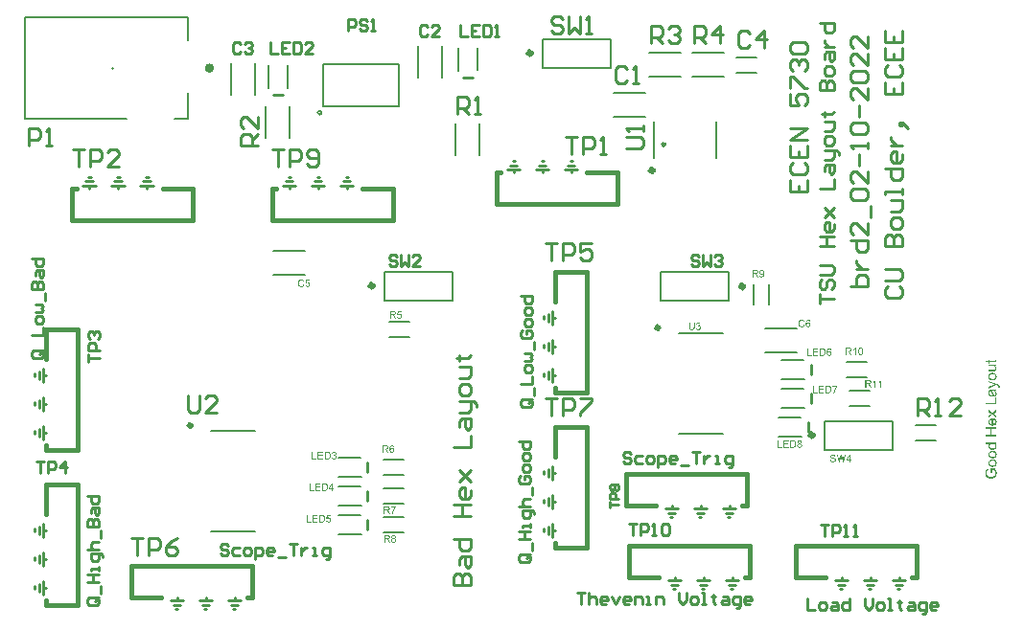
<source format=gto>
G04*
G04 #@! TF.GenerationSoftware,Altium Limited,Altium Designer,21.8.1 (53)*
G04*
G04 Layer_Color=65535*
%FSLAX25Y25*%
%MOIN*%
G70*
G04*
G04 #@! TF.SameCoordinates,EC8DCCC1-7592-430C-AF42-B363D8801F71*
G04*
G04*
G04 #@! TF.FilePolarity,Positive*
G04*
G01*
G75*
%ADD10C,0.00600*%
%ADD11C,0.02000*%
%ADD12C,0.01500*%
%ADD13C,0.01181*%
%ADD14C,0.01575*%
%ADD15C,0.01000*%
%ADD16C,0.00787*%
%ADD17C,0.00500*%
%ADD18C,0.00787*%
G36*
X340864Y93449D02*
X340867Y93437D01*
X340871Y93423D01*
X340875Y93385D01*
X340882Y93336D01*
X340890Y93280D01*
X340897Y93220D01*
X340901Y93156D01*
X340905Y93096D01*
Y93055D01*
X340901Y93032D01*
Y93010D01*
X340894Y92950D01*
X340886Y92886D01*
X340871Y92822D01*
X340852Y92755D01*
X340826Y92699D01*
X340823Y92691D01*
X340811Y92676D01*
X340792Y92650D01*
X340770Y92620D01*
X340736Y92586D01*
X340703Y92556D01*
X340657Y92526D01*
X340613Y92500D01*
X340605Y92496D01*
X340598D01*
X340586Y92493D01*
X340567Y92489D01*
X340549Y92481D01*
X340523Y92478D01*
X340493Y92474D01*
X340455Y92466D01*
X340418Y92462D01*
X340372Y92459D01*
X340320Y92451D01*
X340264Y92448D01*
X340200D01*
X340129Y92444D01*
X340054D01*
X338449D01*
Y92095D01*
X338081D01*
Y92444D01*
X337395D01*
X337110Y92916D01*
X338081D01*
Y93389D01*
X338449D01*
Y92916D01*
X340084D01*
X340088D01*
X340091D01*
X340114D01*
X340151D01*
X340189Y92920D01*
X340234D01*
X340275Y92927D01*
X340313Y92931D01*
X340342Y92939D01*
X340346D01*
X340350Y92943D01*
X340376Y92958D01*
X340403Y92984D01*
X340433Y93021D01*
Y93025D01*
X340436Y93032D01*
X340444Y93044D01*
X340447Y93063D01*
X340455Y93085D01*
X340462Y93115D01*
X340466Y93145D01*
Y93212D01*
X340462Y93235D01*
Y93265D01*
X340459Y93303D01*
X340455Y93344D01*
X340447Y93389D01*
X340864Y93456D01*
Y93449D01*
D02*
G37*
G36*
X340867Y91195D02*
X340462D01*
X340466Y91191D01*
X340481Y91180D01*
X340508Y91161D01*
X340534Y91135D01*
X340571Y91101D01*
X340613Y91064D01*
X340654Y91015D01*
X340695Y90962D01*
X340740Y90903D01*
X340781Y90835D01*
X340823Y90764D01*
X340856Y90685D01*
X340886Y90602D01*
X340913Y90513D01*
X340928Y90415D01*
X340931Y90314D01*
Y90272D01*
X340928Y90250D01*
Y90224D01*
X340920Y90164D01*
X340909Y90092D01*
X340890Y90014D01*
X340867Y89935D01*
X340838Y89852D01*
Y89849D01*
X340834Y89845D01*
X340826Y89834D01*
X340819Y89819D01*
X340800Y89781D01*
X340774Y89732D01*
X340740Y89680D01*
X340699Y89627D01*
X340654Y89579D01*
X340601Y89534D01*
X340594Y89530D01*
X340575Y89519D01*
X340545Y89500D01*
X340504Y89477D01*
X340455Y89455D01*
X340395Y89433D01*
X340328Y89410D01*
X340252Y89391D01*
X340245D01*
X340226Y89388D01*
X340193Y89384D01*
X340144Y89380D01*
X340080Y89372D01*
X340005Y89369D01*
X339915Y89365D01*
X339810D01*
X338081D01*
Y89837D01*
X339630D01*
X339634D01*
X339645D01*
X339664D01*
X339690D01*
X339720D01*
X339754D01*
X339832Y89841D01*
X339915Y89845D01*
X339998Y89849D01*
X340035Y89852D01*
X340069Y89856D01*
X340103Y89860D01*
X340129Y89864D01*
X340132D01*
X340136Y89868D01*
X340159Y89875D01*
X340193Y89886D01*
X340234Y89905D01*
X340283Y89931D01*
X340331Y89961D01*
X340380Y90003D01*
X340421Y90051D01*
X340425Y90059D01*
X340436Y90078D01*
X340455Y90108D01*
X340474Y90153D01*
X340493Y90201D01*
X340511Y90265D01*
X340523Y90333D01*
X340526Y90408D01*
Y90445D01*
X340519Y90482D01*
X340511Y90535D01*
X340500Y90595D01*
X340481Y90662D01*
X340455Y90730D01*
X340418Y90801D01*
Y90805D01*
X340414Y90809D01*
X340399Y90831D01*
X340372Y90865D01*
X340339Y90906D01*
X340298Y90948D01*
X340245Y90992D01*
X340189Y91034D01*
X340121Y91067D01*
X340118D01*
X340114Y91071D01*
X340103Y91075D01*
X340088Y91079D01*
X340065Y91086D01*
X340042Y91094D01*
X340016Y91101D01*
X339983Y91109D01*
X339945Y91113D01*
X339908Y91120D01*
X339862Y91128D01*
X339814Y91135D01*
X339761Y91139D01*
X339701Y91142D01*
X339641Y91146D01*
X339578D01*
X338081D01*
Y91619D01*
X340867D01*
Y91195D01*
D02*
G37*
G36*
X339525Y88818D02*
X339570D01*
X339622Y88814D01*
X339679Y88806D01*
X339742Y88802D01*
X339878Y88784D01*
X340020Y88754D01*
X340159Y88713D01*
X340223Y88690D01*
X340283Y88660D01*
X340286D01*
X340298Y88652D01*
X340313Y88645D01*
X340331Y88630D01*
X340357Y88615D01*
X340388Y88592D01*
X340459Y88540D01*
X340534Y88472D01*
X340616Y88394D01*
X340691Y88296D01*
X340762Y88187D01*
Y88184D01*
X340770Y88173D01*
X340777Y88157D01*
X340789Y88135D01*
X340800Y88105D01*
X340815Y88071D01*
X340830Y88034D01*
X340845Y87989D01*
X340864Y87940D01*
X340879Y87888D01*
X340905Y87775D01*
X340924Y87651D01*
X340928Y87584D01*
X340931Y87516D01*
Y87490D01*
X340928Y87460D01*
X340924Y87419D01*
X340920Y87370D01*
X340913Y87314D01*
X340901Y87250D01*
X340882Y87182D01*
X340864Y87107D01*
X340841Y87033D01*
X340808Y86954D01*
X340774Y86875D01*
X340729Y86796D01*
X340680Y86717D01*
X340624Y86646D01*
X340556Y86575D01*
X340552Y86571D01*
X340538Y86560D01*
X340519Y86541D01*
X340485Y86519D01*
X340447Y86493D01*
X340399Y86462D01*
X340346Y86429D01*
X340279Y86395D01*
X340208Y86361D01*
X340129Y86327D01*
X340039Y86298D01*
X339941Y86271D01*
X339836Y86249D01*
X339724Y86230D01*
X339604Y86219D01*
X339476Y86215D01*
X339473D01*
X339469D01*
X339458D01*
X339442D01*
X339401Y86219D01*
X339349Y86222D01*
X339285Y86230D01*
X339210Y86238D01*
X339127Y86252D01*
X339041Y86268D01*
X338951Y86290D01*
X338854Y86320D01*
X338760Y86354D01*
X338666Y86395D01*
X338573Y86444D01*
X338486Y86500D01*
X338404Y86567D01*
X338329Y86642D01*
X338325Y86646D01*
X338314Y86658D01*
X338299Y86680D01*
X338280Y86706D01*
X338258Y86740D01*
X338231Y86785D01*
X338201Y86834D01*
X338171Y86886D01*
X338145Y86946D01*
X338115Y87014D01*
X338089Y87085D01*
X338066Y87164D01*
X338048Y87246D01*
X338033Y87332D01*
X338021Y87423D01*
X338018Y87516D01*
Y87542D01*
X338021Y87572D01*
X338025Y87610D01*
X338029Y87659D01*
X338036Y87719D01*
X338048Y87779D01*
X338066Y87850D01*
X338085Y87921D01*
X338111Y87996D01*
X338141Y88075D01*
X338179Y88154D01*
X338220Y88232D01*
X338273Y88307D01*
X338329Y88383D01*
X338396Y88454D01*
X338400Y88458D01*
X338415Y88469D01*
X338434Y88487D01*
X338464Y88510D01*
X338505Y88540D01*
X338550Y88570D01*
X338602Y88604D01*
X338666Y88638D01*
X338738Y88671D01*
X338816Y88705D01*
X338899Y88735D01*
X338993Y88765D01*
X339094Y88788D01*
X339199Y88806D01*
X339315Y88818D01*
X339435Y88821D01*
X339442D01*
X339458D01*
X339488D01*
X339525Y88818D01*
D02*
G37*
G36*
X340916Y84933D02*
X340920D01*
X340935Y84925D01*
X340961Y84917D01*
X340991Y84903D01*
X341029Y84891D01*
X341070Y84873D01*
X341115Y84854D01*
X341167Y84835D01*
X341272Y84790D01*
X341374Y84749D01*
X341423Y84726D01*
X341471Y84704D01*
X341512Y84685D01*
X341546Y84666D01*
X341550D01*
X341558Y84659D01*
X341569Y84655D01*
X341584Y84644D01*
X341625Y84618D01*
X341677Y84584D01*
X341730Y84539D01*
X341790Y84490D01*
X341843Y84434D01*
X341887Y84374D01*
X341891Y84366D01*
X341906Y84344D01*
X341921Y84310D01*
X341944Y84265D01*
X341963Y84209D01*
X341981Y84141D01*
X341996Y84070D01*
X342000Y83987D01*
Y83965D01*
X341996Y83935D01*
X341992Y83898D01*
X341985Y83852D01*
X341974Y83800D01*
X341959Y83744D01*
X341940Y83684D01*
X341497Y83631D01*
Y83639D01*
X341505Y83657D01*
X341512Y83688D01*
X341520Y83721D01*
X341528Y83766D01*
X341535Y83811D01*
X341539Y83856D01*
X341543Y83901D01*
Y83928D01*
X341539Y83954D01*
X341535Y83991D01*
X341528Y84029D01*
X341520Y84070D01*
X341505Y84111D01*
X341486Y84149D01*
X341482Y84153D01*
X341475Y84164D01*
X341464Y84183D01*
X341449Y84205D01*
X341426Y84231D01*
X341404Y84258D01*
X341374Y84284D01*
X341340Y84306D01*
X341336Y84310D01*
X341325Y84314D01*
X341302Y84325D01*
X341269Y84340D01*
X341224Y84363D01*
X341194Y84374D01*
X341160Y84385D01*
X341123Y84400D01*
X341085Y84415D01*
X341036Y84430D01*
X340987Y84449D01*
X340980Y84452D01*
X340957Y84460D01*
X340924Y84475D01*
X340875Y84494D01*
X338081Y83436D01*
Y83939D01*
X339698Y84520D01*
X339701D01*
X339713Y84524D01*
X339727Y84531D01*
X339750Y84539D01*
X339780Y84550D01*
X339814Y84561D01*
X339851Y84572D01*
X339893Y84588D01*
X339941Y84602D01*
X339990Y84618D01*
X340099Y84651D01*
X340219Y84689D01*
X340342Y84723D01*
X340339D01*
X340328Y84726D01*
X340309Y84730D01*
X340286Y84737D01*
X340256Y84745D01*
X340223Y84756D01*
X340185Y84768D01*
X340140Y84779D01*
X340042Y84809D01*
X339937Y84842D01*
X339825Y84880D01*
X339709Y84921D01*
X338081Y85518D01*
Y85986D01*
X340916Y84933D01*
D02*
G37*
G36*
X340867Y82630D02*
X340860Y82626D01*
X340841Y82619D01*
X340811Y82604D01*
X340770Y82589D01*
X340718Y82570D01*
X340661Y82555D01*
X340594Y82544D01*
X340523Y82533D01*
X340526Y82529D01*
X340534Y82521D01*
X340545Y82506D01*
X340560Y82487D01*
X340579Y82465D01*
X340598Y82435D01*
X340646Y82371D01*
X340699Y82292D01*
X340751Y82210D01*
X340800Y82116D01*
X340841Y82026D01*
Y82023D01*
X340845Y82015D01*
X340849Y82004D01*
X340856Y81985D01*
X340864Y81963D01*
X340871Y81936D01*
X340879Y81906D01*
X340886Y81872D01*
X340901Y81794D01*
X340916Y81708D01*
X340928Y81610D01*
X340931Y81509D01*
Y81464D01*
X340928Y81434D01*
X340924Y81396D01*
X340920Y81351D01*
X340913Y81302D01*
X340905Y81250D01*
X340879Y81138D01*
X340860Y81077D01*
X340838Y81018D01*
X340811Y80961D01*
X340781Y80905D01*
X340747Y80853D01*
X340710Y80804D01*
X340706Y80800D01*
X340699Y80792D01*
X340687Y80781D01*
X340669Y80766D01*
X340646Y80747D01*
X340620Y80725D01*
X340590Y80706D01*
X340552Y80684D01*
X340515Y80658D01*
X340470Y80639D01*
X340425Y80616D01*
X340372Y80598D01*
X340320Y80582D01*
X340260Y80571D01*
X340200Y80564D01*
X340136Y80560D01*
X340132D01*
X340129D01*
X340118D01*
X340103D01*
X340061Y80564D01*
X340013Y80571D01*
X339952Y80582D01*
X339893Y80598D01*
X339825Y80620D01*
X339761Y80650D01*
X339757D01*
X339754Y80654D01*
X339731Y80669D01*
X339701Y80687D01*
X339664Y80717D01*
X339619Y80751D01*
X339574Y80792D01*
X339529Y80841D01*
X339488Y80894D01*
X339484Y80901D01*
X339473Y80920D01*
X339454Y80950D01*
X339431Y80991D01*
X339405Y81044D01*
X339379Y81100D01*
X339356Y81164D01*
X339334Y81231D01*
Y81239D01*
X339326Y81257D01*
X339319Y81291D01*
X339311Y81336D01*
X339300Y81396D01*
X339289Y81467D01*
X339274Y81554D01*
X339263Y81651D01*
Y81659D01*
X339259Y81678D01*
X339255Y81708D01*
X339251Y81745D01*
X339244Y81790D01*
X339236Y81846D01*
X339225Y81906D01*
X339217Y81970D01*
X339191Y82109D01*
X339165Y82248D01*
X339150Y82315D01*
X339131Y82379D01*
X339116Y82439D01*
X339097Y82491D01*
X339094D01*
X339083D01*
X339068D01*
X339049Y82495D01*
X339007D01*
X338989D01*
X338978D01*
X338974D01*
X338966D01*
X338951D01*
X338929Y82491D01*
X338906D01*
X338880Y82487D01*
X338816Y82480D01*
X338753Y82461D01*
X338681Y82439D01*
X338621Y82405D01*
X338591Y82383D01*
X338569Y82360D01*
X338565Y82356D01*
X338561Y82353D01*
X338554Y82341D01*
X338543Y82326D01*
X338531Y82307D01*
X338516Y82285D01*
X338501Y82259D01*
X338486Y82225D01*
X338471Y82191D01*
X338460Y82150D01*
X338445Y82105D01*
X338434Y82056D01*
X338422Y82007D01*
X338415Y81947D01*
X338407Y81888D01*
Y81771D01*
X338411Y81741D01*
X338415Y81711D01*
X338422Y81640D01*
X338438Y81561D01*
X338456Y81479D01*
X338486Y81404D01*
X338505Y81366D01*
X338527Y81336D01*
X338531Y81329D01*
X338550Y81310D01*
X338580Y81284D01*
X338621Y81250D01*
X338678Y81209D01*
X338711Y81190D01*
X338749Y81171D01*
X338790Y81152D01*
X338839Y81134D01*
X338888Y81119D01*
X338940Y81104D01*
X338876Y80642D01*
X338873D01*
X338861Y80646D01*
X338846Y80650D01*
X338827Y80654D01*
X338801Y80661D01*
X338771Y80669D01*
X338704Y80691D01*
X338629Y80717D01*
X338550Y80755D01*
X338471Y80796D01*
X338400Y80845D01*
X338396D01*
X338392Y80853D01*
X338370Y80871D01*
X338336Y80905D01*
X338295Y80954D01*
X338250Y81010D01*
X338205Y81081D01*
X338160Y81168D01*
X338119Y81261D01*
Y81265D01*
X338115Y81273D01*
X338107Y81287D01*
X338104Y81310D01*
X338096Y81336D01*
X338085Y81366D01*
X338077Y81404D01*
X338066Y81445D01*
X338059Y81486D01*
X338051Y81535D01*
X338033Y81644D01*
X338021Y81764D01*
X338018Y81895D01*
Y81955D01*
X338021Y81985D01*
Y82019D01*
X338025Y82060D01*
X338029Y82101D01*
X338040Y82191D01*
X338055Y82289D01*
X338074Y82383D01*
X338104Y82472D01*
Y82476D01*
X338107Y82484D01*
X338111Y82495D01*
X338119Y82510D01*
X338138Y82547D01*
X338160Y82596D01*
X338190Y82649D01*
X338228Y82705D01*
X338269Y82754D01*
X338314Y82799D01*
X338321Y82802D01*
X338336Y82818D01*
X338363Y82832D01*
X338400Y82855D01*
X338449Y82881D01*
X338505Y82904D01*
X338565Y82926D01*
X338636Y82945D01*
X338644D01*
X338659Y82949D01*
X338692Y82952D01*
X338734Y82960D01*
X338764D01*
X338794Y82964D01*
X338831D01*
X338869Y82968D01*
X338914D01*
X338963Y82971D01*
X339015D01*
X339071D01*
X339701D01*
X339709D01*
X339731D01*
X339765D01*
X339806D01*
X339859D01*
X339919D01*
X339983Y82975D01*
X340054D01*
X340196Y82979D01*
X340264Y82982D01*
X340331D01*
X340395Y82986D01*
X340451Y82990D01*
X340500Y82998D01*
X340538Y83001D01*
X340545D01*
X340567Y83009D01*
X340601Y83016D01*
X340642Y83027D01*
X340695Y83043D01*
X340747Y83065D01*
X340808Y83091D01*
X340867Y83121D01*
Y82630D01*
D02*
G37*
G36*
Y77774D02*
X337024D01*
Y78284D01*
X340414D01*
Y80174D01*
X340867D01*
Y77774D01*
D02*
G37*
G36*
Y75273D02*
X340005Y74695D01*
X339795Y74560D01*
X340867Y73810D01*
Y73240D01*
X339427Y74260D01*
X338081Y73315D01*
Y73896D01*
X338734Y74335D01*
X338738D01*
X338741Y74339D01*
X338764Y74354D01*
X338801Y74376D01*
X338843Y74406D01*
X338895Y74436D01*
X338944Y74466D01*
X338996Y74500D01*
X339045Y74530D01*
X339041D01*
X339037Y74534D01*
X339019Y74549D01*
X338985Y74571D01*
X338944Y74601D01*
X338899Y74635D01*
X338850Y74669D01*
X338745Y74744D01*
X338081Y75213D01*
Y75779D01*
X339420Y74834D01*
X340867Y75850D01*
Y75273D01*
D02*
G37*
G36*
X339566Y72978D02*
X339596D01*
Y70896D01*
X339600D01*
X339615D01*
X339641Y70900D01*
X339671Y70904D01*
X339709Y70911D01*
X339754Y70919D01*
X339803Y70926D01*
X339859Y70938D01*
X339971Y70971D01*
X340031Y70994D01*
X340088Y71016D01*
X340144Y71046D01*
X340200Y71076D01*
X340252Y71114D01*
X340301Y71155D01*
X340305Y71159D01*
X340313Y71166D01*
X340324Y71178D01*
X340339Y71196D01*
X340357Y71219D01*
X340380Y71249D01*
X340399Y71279D01*
X340421Y71316D01*
X340447Y71358D01*
X340466Y71399D01*
X340489Y71447D01*
X340508Y71500D01*
X340523Y71556D01*
X340534Y71613D01*
X340541Y71676D01*
X340545Y71740D01*
Y71766D01*
X340541Y71785D01*
Y71807D01*
X340538Y71830D01*
X340526Y71894D01*
X340511Y71961D01*
X340489Y72036D01*
X340455Y72111D01*
X340410Y72183D01*
Y72186D01*
X340403Y72190D01*
X340384Y72212D01*
X340350Y72246D01*
X340301Y72287D01*
X340241Y72336D01*
X340166Y72385D01*
X340121Y72408D01*
X340072Y72430D01*
X340024Y72452D01*
X339967Y72475D01*
X340031Y72962D01*
X340035D01*
X340050Y72959D01*
X340072Y72951D01*
X340103Y72940D01*
X340140Y72929D01*
X340181Y72910D01*
X340226Y72891D01*
X340275Y72869D01*
X340328Y72839D01*
X340384Y72809D01*
X340440Y72775D01*
X340496Y72734D01*
X340549Y72693D01*
X340601Y72644D01*
X340654Y72591D01*
X340699Y72535D01*
X340703Y72531D01*
X340710Y72520D01*
X340721Y72505D01*
X340736Y72479D01*
X340751Y72449D01*
X340774Y72411D01*
X340792Y72366D01*
X340815Y72317D01*
X340838Y72265D01*
X340856Y72205D01*
X340879Y72137D01*
X340894Y72070D01*
X340909Y71991D01*
X340920Y71912D01*
X340928Y71830D01*
X340931Y71740D01*
Y71714D01*
X340928Y71680D01*
X340924Y71639D01*
X340920Y71586D01*
X340913Y71526D01*
X340901Y71463D01*
X340882Y71391D01*
X340864Y71312D01*
X340841Y71234D01*
X340808Y71155D01*
X340774Y71073D01*
X340729Y70994D01*
X340680Y70915D01*
X340624Y70840D01*
X340556Y70769D01*
X340552Y70765D01*
X340538Y70754D01*
X340519Y70735D01*
X340485Y70713D01*
X340447Y70686D01*
X340403Y70656D01*
X340346Y70622D01*
X340283Y70592D01*
X340211Y70559D01*
X340132Y70525D01*
X340046Y70495D01*
X339952Y70469D01*
X339851Y70446D01*
X339739Y70428D01*
X339622Y70416D01*
X339499Y70412D01*
X339495D01*
X339491D01*
X339469D01*
X339431Y70416D01*
X339383Y70420D01*
X339322Y70424D01*
X339255Y70431D01*
X339180Y70442D01*
X339097Y70458D01*
X339015Y70476D01*
X338925Y70499D01*
X338835Y70529D01*
X338741Y70566D01*
X338651Y70608D01*
X338565Y70653D01*
X338482Y70709D01*
X338407Y70772D01*
X338404Y70776D01*
X338389Y70791D01*
X338370Y70810D01*
X338348Y70840D01*
X338317Y70874D01*
X338284Y70919D01*
X338250Y70968D01*
X338212Y71027D01*
X338175Y71091D01*
X338141Y71162D01*
X338107Y71241D01*
X338077Y71324D01*
X338055Y71414D01*
X338033Y71508D01*
X338021Y71609D01*
X338018Y71714D01*
Y71740D01*
X338021Y71766D01*
X338025Y71807D01*
X338029Y71852D01*
X338036Y71909D01*
X338051Y71973D01*
X338066Y72036D01*
X338085Y72107D01*
X338111Y72183D01*
X338141Y72258D01*
X338179Y72333D01*
X338224Y72411D01*
X338273Y72486D01*
X338333Y72557D01*
X338400Y72625D01*
X338404Y72629D01*
X338419Y72640D01*
X338441Y72659D01*
X338471Y72681D01*
X338509Y72707D01*
X338558Y72737D01*
X338614Y72771D01*
X338678Y72805D01*
X338749Y72835D01*
X338831Y72869D01*
X338917Y72899D01*
X339015Y72925D01*
X339116Y72948D01*
X339229Y72966D01*
X339345Y72978D01*
X339473Y72981D01*
X339480D01*
X339491D01*
X339503D01*
X339521D01*
X339544D01*
X339566Y72978D01*
D02*
G37*
G36*
X340867Y69276D02*
X339056D01*
Y67281D01*
X340867D01*
Y66771D01*
X337024D01*
Y67281D01*
X338602D01*
Y69276D01*
X337024D01*
Y69786D01*
X340867D01*
Y69276D01*
D02*
G37*
G36*
Y64019D02*
X340523D01*
X340526Y64015D01*
X340541Y64008D01*
X340560Y63993D01*
X340586Y63970D01*
X340616Y63940D01*
X340650Y63906D01*
X340687Y63869D01*
X340725Y63820D01*
X340766Y63771D01*
X340800Y63711D01*
X340838Y63648D01*
X340867Y63576D01*
X340894Y63501D01*
X340913Y63419D01*
X340928Y63332D01*
X340931Y63239D01*
Y63205D01*
X340928Y63182D01*
X340924Y63152D01*
X340920Y63119D01*
X340916Y63081D01*
X340909Y63036D01*
X340886Y62942D01*
X340852Y62837D01*
X340834Y62785D01*
X340808Y62732D01*
X340781Y62676D01*
X340747Y62624D01*
X340744Y62620D01*
X340740Y62612D01*
X340729Y62598D01*
X340714Y62579D01*
X340695Y62556D01*
X340672Y62526D01*
X340646Y62496D01*
X340616Y62466D01*
X340579Y62432D01*
X340541Y62395D01*
X340455Y62324D01*
X340354Y62256D01*
X340237Y62192D01*
X340234D01*
X340223Y62185D01*
X340204Y62177D01*
X340177Y62170D01*
X340147Y62159D01*
X340110Y62144D01*
X340069Y62133D01*
X340020Y62117D01*
X339964Y62103D01*
X339908Y62091D01*
X339844Y62076D01*
X339780Y62065D01*
X339634Y62050D01*
X339480Y62042D01*
X339476D01*
X339461D01*
X339439D01*
X339409Y62046D01*
X339371D01*
X339330Y62050D01*
X339281Y62054D01*
X339229Y62061D01*
X339173Y62069D01*
X339109Y62076D01*
X338981Y62103D01*
X338850Y62136D01*
X338722Y62181D01*
X338719D01*
X338707Y62189D01*
X338689Y62196D01*
X338666Y62208D01*
X338636Y62222D01*
X338606Y62241D01*
X338527Y62286D01*
X338445Y62343D01*
X338359Y62414D01*
X338276Y62500D01*
X338235Y62549D01*
X338201Y62598D01*
X338197Y62601D01*
X338194Y62609D01*
X338182Y62624D01*
X338171Y62646D01*
X338160Y62673D01*
X338141Y62703D01*
X338126Y62740D01*
X338107Y62778D01*
X338092Y62823D01*
X338074Y62871D01*
X338048Y62976D01*
X338025Y63092D01*
X338021Y63152D01*
X338018Y63216D01*
Y63257D01*
X338021Y63280D01*
Y63306D01*
X338033Y63366D01*
X338044Y63437D01*
X338063Y63512D01*
X338089Y63587D01*
X338126Y63662D01*
Y63666D01*
X338130Y63670D01*
X338138Y63681D01*
X338145Y63696D01*
X338168Y63734D01*
X338201Y63779D01*
X338239Y63828D01*
X338287Y63884D01*
X338340Y63936D01*
X338400Y63985D01*
X337024D01*
Y64457D01*
X340867D01*
Y64019D01*
D02*
G37*
G36*
X339525Y61660D02*
X339570D01*
X339622Y61656D01*
X339679Y61649D01*
X339742Y61645D01*
X339878Y61626D01*
X340020Y61596D01*
X340159Y61555D01*
X340223Y61532D01*
X340283Y61502D01*
X340286D01*
X340298Y61495D01*
X340313Y61488D01*
X340331Y61472D01*
X340357Y61458D01*
X340388Y61435D01*
X340459Y61383D01*
X340534Y61315D01*
X340616Y61236D01*
X340691Y61139D01*
X340762Y61030D01*
Y61026D01*
X340770Y61015D01*
X340777Y61000D01*
X340789Y60978D01*
X340800Y60948D01*
X340815Y60914D01*
X340830Y60876D01*
X340845Y60831D01*
X340864Y60782D01*
X340879Y60730D01*
X340905Y60618D01*
X340924Y60494D01*
X340928Y60426D01*
X340931Y60359D01*
Y60333D01*
X340928Y60303D01*
X340924Y60261D01*
X340920Y60212D01*
X340913Y60156D01*
X340901Y60093D01*
X340882Y60025D01*
X340864Y59950D01*
X340841Y59875D01*
X340808Y59796D01*
X340774Y59718D01*
X340729Y59639D01*
X340680Y59560D01*
X340624Y59489D01*
X340556Y59417D01*
X340552Y59414D01*
X340538Y59403D01*
X340519Y59384D01*
X340485Y59361D01*
X340447Y59335D01*
X340399Y59305D01*
X340346Y59271D01*
X340279Y59237D01*
X340208Y59204D01*
X340129Y59170D01*
X340039Y59140D01*
X339941Y59114D01*
X339836Y59091D01*
X339724Y59073D01*
X339604Y59061D01*
X339476Y59057D01*
X339473D01*
X339469D01*
X339458D01*
X339442D01*
X339401Y59061D01*
X339349Y59065D01*
X339285Y59073D01*
X339210Y59080D01*
X339127Y59095D01*
X339041Y59110D01*
X338951Y59132D01*
X338854Y59162D01*
X338760Y59196D01*
X338666Y59237D01*
X338573Y59286D01*
X338486Y59342D01*
X338404Y59410D01*
X338329Y59485D01*
X338325Y59489D01*
X338314Y59500D01*
X338299Y59522D01*
X338280Y59549D01*
X338258Y59583D01*
X338231Y59627D01*
X338201Y59676D01*
X338171Y59729D01*
X338145Y59789D01*
X338115Y59856D01*
X338089Y59927D01*
X338066Y60006D01*
X338048Y60089D01*
X338033Y60175D01*
X338021Y60265D01*
X338018Y60359D01*
Y60385D01*
X338021Y60415D01*
X338025Y60453D01*
X338029Y60501D01*
X338036Y60561D01*
X338048Y60621D01*
X338066Y60693D01*
X338085Y60764D01*
X338111Y60839D01*
X338141Y60918D01*
X338179Y60996D01*
X338220Y61075D01*
X338273Y61150D01*
X338329Y61225D01*
X338396Y61296D01*
X338400Y61300D01*
X338415Y61311D01*
X338434Y61330D01*
X338464Y61352D01*
X338505Y61383D01*
X338550Y61413D01*
X338602Y61446D01*
X338666Y61480D01*
X338738Y61514D01*
X338816Y61547D01*
X338899Y61577D01*
X338993Y61607D01*
X339094Y61630D01*
X339199Y61649D01*
X339315Y61660D01*
X339435Y61664D01*
X339442D01*
X339458D01*
X339488D01*
X339525Y61660D01*
D02*
G37*
G36*
Y58675D02*
X339570D01*
X339622Y58671D01*
X339679Y58664D01*
X339742Y58660D01*
X339878Y58641D01*
X340020Y58611D01*
X340159Y58570D01*
X340223Y58548D01*
X340283Y58517D01*
X340286D01*
X340298Y58510D01*
X340313Y58503D01*
X340331Y58487D01*
X340357Y58473D01*
X340388Y58450D01*
X340459Y58398D01*
X340534Y58330D01*
X340616Y58251D01*
X340691Y58154D01*
X340762Y58045D01*
Y58041D01*
X340770Y58030D01*
X340777Y58015D01*
X340789Y57993D01*
X340800Y57963D01*
X340815Y57929D01*
X340830Y57891D01*
X340845Y57846D01*
X340864Y57797D01*
X340879Y57745D01*
X340905Y57632D01*
X340924Y57509D01*
X340928Y57441D01*
X340931Y57374D01*
Y57348D01*
X340928Y57318D01*
X340924Y57276D01*
X340920Y57227D01*
X340913Y57171D01*
X340901Y57108D01*
X340882Y57040D01*
X340864Y56965D01*
X340841Y56890D01*
X340808Y56811D01*
X340774Y56732D01*
X340729Y56654D01*
X340680Y56575D01*
X340624Y56504D01*
X340556Y56432D01*
X340552Y56429D01*
X340538Y56418D01*
X340519Y56399D01*
X340485Y56376D01*
X340447Y56350D01*
X340399Y56320D01*
X340346Y56286D01*
X340279Y56252D01*
X340208Y56219D01*
X340129Y56185D01*
X340039Y56155D01*
X339941Y56129D01*
X339836Y56106D01*
X339724Y56087D01*
X339604Y56076D01*
X339476Y56072D01*
X339473D01*
X339469D01*
X339458D01*
X339442D01*
X339401Y56076D01*
X339349Y56080D01*
X339285Y56087D01*
X339210Y56095D01*
X339127Y56110D01*
X339041Y56125D01*
X338951Y56147D01*
X338854Y56178D01*
X338760Y56211D01*
X338666Y56252D01*
X338573Y56301D01*
X338486Y56358D01*
X338404Y56425D01*
X338329Y56500D01*
X338325Y56504D01*
X338314Y56515D01*
X338299Y56537D01*
X338280Y56564D01*
X338258Y56598D01*
X338231Y56643D01*
X338201Y56691D01*
X338171Y56744D01*
X338145Y56804D01*
X338115Y56871D01*
X338089Y56942D01*
X338066Y57021D01*
X338048Y57104D01*
X338033Y57190D01*
X338021Y57280D01*
X338018Y57374D01*
Y57400D01*
X338021Y57430D01*
X338025Y57468D01*
X338029Y57516D01*
X338036Y57576D01*
X338048Y57636D01*
X338066Y57708D01*
X338085Y57779D01*
X338111Y57854D01*
X338141Y57933D01*
X338179Y58011D01*
X338220Y58090D01*
X338273Y58165D01*
X338329Y58240D01*
X338396Y58311D01*
X338400Y58315D01*
X338415Y58326D01*
X338434Y58345D01*
X338464Y58368D01*
X338505Y58398D01*
X338550Y58428D01*
X338602Y58461D01*
X338666Y58495D01*
X338738Y58529D01*
X338816Y58562D01*
X338899Y58592D01*
X338993Y58622D01*
X339094Y58645D01*
X339199Y58664D01*
X339315Y58675D01*
X339435Y58679D01*
X339442D01*
X339458D01*
X339488D01*
X339525Y58675D01*
D02*
G37*
G36*
X340339Y55551D02*
X340346Y55540D01*
X340365Y55518D01*
X340384Y55491D01*
X340410Y55458D01*
X340436Y55416D01*
X340466Y55367D01*
X340500Y55319D01*
X340538Y55263D01*
X340575Y55203D01*
X340646Y55071D01*
X340718Y54929D01*
X340781Y54779D01*
Y54775D01*
X340789Y54760D01*
X340796Y54741D01*
X340804Y54711D01*
X340815Y54674D01*
X340830Y54633D01*
X340841Y54584D01*
X340856Y54527D01*
X340871Y54467D01*
X340882Y54404D01*
X340897Y54336D01*
X340909Y54265D01*
X340924Y54119D01*
X340931Y53961D01*
Y53905D01*
X340928Y53868D01*
X340924Y53815D01*
X340920Y53759D01*
X340913Y53691D01*
X340901Y53620D01*
X340890Y53541D01*
X340871Y53462D01*
X340852Y53376D01*
X340830Y53286D01*
X340804Y53196D01*
X340770Y53106D01*
X340733Y53020D01*
X340691Y52930D01*
X340687Y52926D01*
X340680Y52911D01*
X340665Y52885D01*
X340646Y52855D01*
X340620Y52817D01*
X340590Y52772D01*
X340552Y52724D01*
X340511Y52671D01*
X340466Y52615D01*
X340414Y52559D01*
X340354Y52499D01*
X340294Y52443D01*
X340226Y52386D01*
X340151Y52330D01*
X340072Y52281D01*
X339990Y52232D01*
X339986Y52229D01*
X339967Y52221D01*
X339945Y52210D01*
X339908Y52195D01*
X339866Y52180D01*
X339814Y52157D01*
X339754Y52139D01*
X339690Y52116D01*
X339615Y52094D01*
X339536Y52075D01*
X339450Y52052D01*
X339360Y52038D01*
X339266Y52022D01*
X339169Y52011D01*
X339068Y52004D01*
X338963Y52000D01*
X338955D01*
X338936D01*
X338906D01*
X338869Y52004D01*
X338816Y52008D01*
X338760Y52011D01*
X338692Y52019D01*
X338621Y52030D01*
X338543Y52041D01*
X338460Y52056D01*
X338374Y52075D01*
X338284Y52097D01*
X338194Y52124D01*
X338100Y52157D01*
X338010Y52191D01*
X337916Y52232D01*
X337909Y52236D01*
X337894Y52244D01*
X337871Y52259D01*
X337838Y52277D01*
X337796Y52300D01*
X337751Y52330D01*
X337699Y52364D01*
X337643Y52405D01*
X337586Y52450D01*
X337526Y52503D01*
X337466Y52555D01*
X337406Y52619D01*
X337346Y52683D01*
X337290Y52754D01*
X337241Y52829D01*
X337193Y52908D01*
X337189Y52911D01*
X337181Y52926D01*
X337170Y52952D01*
X337155Y52986D01*
X337136Y53027D01*
X337118Y53076D01*
X337095Y53136D01*
X337072Y53200D01*
X337054Y53271D01*
X337031Y53350D01*
X337013Y53433D01*
X336994Y53522D01*
X336979Y53616D01*
X336967Y53714D01*
X336960Y53819D01*
X336956Y53924D01*
Y53965D01*
X336960Y53995D01*
Y54029D01*
X336964Y54074D01*
X336967Y54123D01*
X336975Y54175D01*
X336982Y54231D01*
X336990Y54291D01*
X337016Y54415D01*
X337050Y54546D01*
X337095Y54674D01*
Y54677D01*
X337103Y54689D01*
X337110Y54707D01*
X337121Y54730D01*
X337133Y54756D01*
X337151Y54790D01*
X337193Y54865D01*
X337245Y54951D01*
X337309Y55037D01*
X337384Y55124D01*
X337470Y55203D01*
X337474Y55206D01*
X337481Y55210D01*
X337496Y55221D01*
X337515Y55236D01*
X337538Y55251D01*
X337567Y55270D01*
X337601Y55289D01*
X337639Y55311D01*
X337680Y55338D01*
X337729Y55360D01*
X337781Y55383D01*
X337838Y55409D01*
X337897Y55431D01*
X337961Y55454D01*
X338029Y55476D01*
X338100Y55495D01*
X338224Y55037D01*
X338220D01*
X338212Y55034D01*
X338194Y55030D01*
X338175Y55023D01*
X338153Y55015D01*
X338123Y55004D01*
X338055Y54978D01*
X337984Y54948D01*
X337905Y54910D01*
X337830Y54869D01*
X337762Y54820D01*
X337759D01*
X337755Y54813D01*
X337736Y54798D01*
X337702Y54768D01*
X337665Y54726D01*
X337624Y54674D01*
X337579Y54610D01*
X337534Y54539D01*
X337492Y54453D01*
Y54449D01*
X337489Y54441D01*
X337481Y54430D01*
X337477Y54411D01*
X337470Y54389D01*
X337459Y54362D01*
X337451Y54333D01*
X337440Y54299D01*
X337425Y54220D01*
X337406Y54130D01*
X337395Y54029D01*
X337391Y53924D01*
Y53864D01*
X337395Y53834D01*
Y53800D01*
X337399Y53763D01*
X337406Y53717D01*
X337418Y53624D01*
X337436Y53522D01*
X337462Y53417D01*
X337500Y53320D01*
Y53316D01*
X337504Y53309D01*
X337511Y53298D01*
X337519Y53279D01*
X337530Y53256D01*
X337541Y53234D01*
X337575Y53174D01*
X337616Y53110D01*
X337661Y53043D01*
X337718Y52975D01*
X337781Y52911D01*
X337789Y52904D01*
X337811Y52885D01*
X337845Y52859D01*
X337894Y52825D01*
X337950Y52784D01*
X338014Y52746D01*
X338085Y52705D01*
X338160Y52671D01*
X338164D01*
X338175Y52664D01*
X338194Y52656D01*
X338224Y52649D01*
X338254Y52637D01*
X338295Y52626D01*
X338340Y52611D01*
X338389Y52600D01*
X338445Y52585D01*
X338505Y52570D01*
X338569Y52559D01*
X338636Y52548D01*
X338779Y52533D01*
X338932Y52525D01*
X338940D01*
X338955D01*
X338981D01*
X339019Y52529D01*
X339064D01*
X339112Y52536D01*
X339169Y52540D01*
X339232Y52548D01*
X339300Y52555D01*
X339368Y52570D01*
X339514Y52600D01*
X339656Y52645D01*
X339727Y52671D01*
X339795Y52701D01*
X339799Y52705D01*
X339810Y52709D01*
X339829Y52720D01*
X339851Y52735D01*
X339881Y52754D01*
X339911Y52776D01*
X339949Y52802D01*
X339990Y52833D01*
X340031Y52866D01*
X340072Y52904D01*
X340114Y52945D01*
X340159Y52994D01*
X340200Y53043D01*
X340237Y53095D01*
X340275Y53155D01*
X340309Y53215D01*
Y53219D01*
X340316Y53230D01*
X340324Y53249D01*
X340335Y53275D01*
X340346Y53305D01*
X340361Y53342D01*
X340376Y53384D01*
X340391Y53433D01*
X340406Y53481D01*
X340421Y53537D01*
X340447Y53661D01*
X340466Y53793D01*
X340470Y53860D01*
X340474Y53931D01*
Y53965D01*
X340470Y53987D01*
Y54018D01*
X340466Y54051D01*
X340462Y54093D01*
X340459Y54137D01*
X340444Y54235D01*
X340421Y54344D01*
X340391Y54460D01*
X340350Y54576D01*
Y54580D01*
X340342Y54591D01*
X340339Y54606D01*
X340328Y54629D01*
X340316Y54655D01*
X340301Y54685D01*
X340267Y54756D01*
X340226Y54831D01*
X340181Y54910D01*
X340129Y54989D01*
X340076Y55056D01*
X339360D01*
Y53927D01*
X338906D01*
Y55555D01*
X340335D01*
X340339Y55551D01*
D02*
G37*
G36*
X99275Y121323D02*
X99308Y121320D01*
X99345Y121315D01*
X99388Y121308D01*
X99435Y121300D01*
X99483Y121290D01*
X99535Y121277D01*
X99590Y121260D01*
X99642Y121242D01*
X99698Y121220D01*
X99752Y121193D01*
X99805Y121162D01*
X99855Y121127D01*
X99857Y121125D01*
X99867Y121117D01*
X99880Y121107D01*
X99897Y121092D01*
X99920Y121072D01*
X99942Y121047D01*
X99970Y121018D01*
X100000Y120985D01*
X100030Y120948D01*
X100060Y120907D01*
X100090Y120862D01*
X100120Y120812D01*
X100150Y120760D01*
X100178Y120703D01*
X100200Y120642D01*
X100223Y120578D01*
X99888Y120500D01*
Y120502D01*
X99883Y120512D01*
X99878Y120528D01*
X99870Y120545D01*
X99862Y120568D01*
X99850Y120595D01*
X99837Y120623D01*
X99822Y120655D01*
X99785Y120720D01*
X99740Y120788D01*
X99687Y120850D01*
X99657Y120880D01*
X99628Y120905D01*
X99625Y120907D01*
X99620Y120910D01*
X99610Y120917D01*
X99598Y120925D01*
X99580Y120935D01*
X99560Y120945D01*
X99537Y120958D01*
X99510Y120970D01*
X99483Y120983D01*
X99450Y120995D01*
X99415Y121005D01*
X99378Y121015D01*
X99295Y121030D01*
X99250Y121033D01*
X99203Y121035D01*
X99175D01*
X99152Y121033D01*
X99128Y121030D01*
X99098Y121028D01*
X99065Y121022D01*
X99030Y121018D01*
X98950Y121000D01*
X98910Y120990D01*
X98867Y120975D01*
X98827Y120958D01*
X98785Y120940D01*
X98745Y120917D01*
X98707Y120893D01*
X98705Y120890D01*
X98700Y120885D01*
X98690Y120878D01*
X98675Y120868D01*
X98660Y120852D01*
X98640Y120835D01*
X98620Y120815D01*
X98600Y120792D01*
X98575Y120765D01*
X98553Y120738D01*
X98530Y120705D01*
X98507Y120670D01*
X98485Y120635D01*
X98465Y120595D01*
X98448Y120555D01*
X98430Y120510D01*
Y120508D01*
X98427Y120500D01*
X98422Y120487D01*
X98418Y120470D01*
X98413Y120448D01*
X98405Y120422D01*
X98397Y120393D01*
X98390Y120360D01*
X98383Y120325D01*
X98375Y120285D01*
X98362Y120203D01*
X98352Y120113D01*
X98350Y120020D01*
Y120018D01*
Y120005D01*
Y119987D01*
X98352Y119965D01*
Y119938D01*
X98355Y119903D01*
X98357Y119868D01*
X98362Y119825D01*
X98368Y119782D01*
X98373Y119738D01*
X98390Y119640D01*
X98413Y119543D01*
X98445Y119448D01*
Y119445D01*
X98450Y119438D01*
X98455Y119425D01*
X98462Y119407D01*
X98472Y119387D01*
X98485Y119365D01*
X98518Y119313D01*
X98560Y119253D01*
X98610Y119193D01*
X98670Y119135D01*
X98705Y119110D01*
X98740Y119085D01*
X98743Y119082D01*
X98750Y119080D01*
X98760Y119075D01*
X98775Y119068D01*
X98792Y119058D01*
X98815Y119047D01*
X98840Y119037D01*
X98870Y119025D01*
X98900Y119015D01*
X98935Y119002D01*
X99007Y118985D01*
X99090Y118970D01*
X99133Y118967D01*
X99175Y118965D01*
X99203D01*
X99222Y118967D01*
X99247Y118970D01*
X99275Y118973D01*
X99308Y118977D01*
X99343Y118985D01*
X99418Y119005D01*
X99458Y119018D01*
X99500Y119033D01*
X99540Y119053D01*
X99580Y119075D01*
X99620Y119100D01*
X99657Y119128D01*
X99660Y119130D01*
X99665Y119135D01*
X99677Y119145D01*
X99690Y119158D01*
X99705Y119175D01*
X99725Y119197D01*
X99745Y119222D01*
X99765Y119250D01*
X99787Y119282D01*
X99810Y119320D01*
X99832Y119360D01*
X99855Y119403D01*
X99875Y119450D01*
X99892Y119502D01*
X99910Y119557D01*
X99925Y119615D01*
X100265Y119530D01*
Y119525D01*
X100260Y119512D01*
X100252Y119490D01*
X100245Y119463D01*
X100233Y119428D01*
X100217Y119387D01*
X100198Y119343D01*
X100178Y119295D01*
X100153Y119243D01*
X100125Y119190D01*
X100092Y119138D01*
X100057Y119085D01*
X100017Y119033D01*
X99977Y118983D01*
X99930Y118935D01*
X99880Y118893D01*
X99878Y118890D01*
X99867Y118883D01*
X99853Y118872D01*
X99830Y118858D01*
X99803Y118842D01*
X99770Y118825D01*
X99733Y118805D01*
X99692Y118785D01*
X99645Y118763D01*
X99593Y118745D01*
X99537Y118725D01*
X99477Y118710D01*
X99413Y118695D01*
X99348Y118685D01*
X99275Y118677D01*
X99203Y118675D01*
X99163D01*
X99133Y118677D01*
X99098Y118680D01*
X99058Y118685D01*
X99013Y118690D01*
X98962Y118695D01*
X98910Y118705D01*
X98855Y118715D01*
X98800Y118730D01*
X98743Y118745D01*
X98687Y118765D01*
X98630Y118788D01*
X98577Y118813D01*
X98527Y118842D01*
X98525Y118845D01*
X98518Y118850D01*
X98502Y118860D01*
X98485Y118875D01*
X98462Y118890D01*
X98440Y118912D01*
X98413Y118938D01*
X98383Y118967D01*
X98350Y119000D01*
X98317Y119035D01*
X98285Y119075D01*
X98252Y119120D01*
X98223Y119167D01*
X98190Y119218D01*
X98163Y119272D01*
X98135Y119330D01*
X98132Y119335D01*
X98130Y119345D01*
X98123Y119362D01*
X98115Y119385D01*
X98105Y119415D01*
X98093Y119450D01*
X98080Y119490D01*
X98067Y119535D01*
X98055Y119585D01*
X98043Y119638D01*
X98032Y119695D01*
X98020Y119755D01*
X98013Y119817D01*
X98005Y119883D01*
X98002Y119950D01*
X98000Y120018D01*
Y120022D01*
Y120035D01*
Y120057D01*
X98002Y120085D01*
X98005Y120120D01*
X98008Y120160D01*
X98013Y120205D01*
X98020Y120255D01*
X98027Y120308D01*
X98037Y120362D01*
X98050Y120422D01*
X98065Y120480D01*
X98083Y120540D01*
X98102Y120600D01*
X98125Y120658D01*
X98153Y120715D01*
X98155Y120718D01*
X98160Y120728D01*
X98168Y120745D01*
X98180Y120765D01*
X98198Y120790D01*
X98215Y120817D01*
X98238Y120850D01*
X98265Y120885D01*
X98292Y120920D01*
X98325Y120958D01*
X98362Y120995D01*
X98400Y121033D01*
X98443Y121070D01*
X98488Y121105D01*
X98535Y121140D01*
X98588Y121170D01*
X98590Y121172D01*
X98600Y121177D01*
X98615Y121185D01*
X98637Y121195D01*
X98663Y121205D01*
X98695Y121220D01*
X98730Y121232D01*
X98773Y121247D01*
X98815Y121263D01*
X98862Y121275D01*
X98915Y121290D01*
X98970Y121300D01*
X99028Y121310D01*
X99085Y121318D01*
X99147Y121323D01*
X99210Y121325D01*
X99247D01*
X99275Y121323D01*
D02*
G37*
G36*
X102135Y120948D02*
X101108D01*
X100970Y120255D01*
X100972Y120257D01*
X100980Y120263D01*
X100993Y120270D01*
X101010Y120280D01*
X101030Y120292D01*
X101058Y120308D01*
X101085Y120320D01*
X101118Y120337D01*
X101153Y120352D01*
X101190Y120365D01*
X101272Y120393D01*
X101315Y120403D01*
X101360Y120410D01*
X101408Y120415D01*
X101455Y120417D01*
X101470D01*
X101488Y120415D01*
X101513D01*
X101540Y120410D01*
X101575Y120405D01*
X101612Y120397D01*
X101653Y120387D01*
X101695Y120375D01*
X101742Y120360D01*
X101790Y120343D01*
X101838Y120320D01*
X101885Y120292D01*
X101933Y120263D01*
X101978Y120225D01*
X102023Y120185D01*
X102025Y120183D01*
X102032Y120175D01*
X102045Y120160D01*
X102060Y120142D01*
X102077Y120120D01*
X102095Y120092D01*
X102118Y120060D01*
X102140Y120022D01*
X102160Y119983D01*
X102182Y119938D01*
X102200Y119887D01*
X102220Y119835D01*
X102233Y119778D01*
X102245Y119718D01*
X102252Y119652D01*
X102255Y119585D01*
Y119580D01*
Y119570D01*
X102252Y119553D01*
Y119527D01*
X102250Y119498D01*
X102245Y119463D01*
X102237Y119422D01*
X102230Y119380D01*
X102217Y119335D01*
X102205Y119285D01*
X102188Y119235D01*
X102167Y119185D01*
X102145Y119135D01*
X102118Y119082D01*
X102085Y119033D01*
X102050Y118985D01*
X102048Y118983D01*
X102038Y118973D01*
X102025Y118957D01*
X102005Y118938D01*
X101980Y118912D01*
X101950Y118887D01*
X101915Y118860D01*
X101875Y118830D01*
X101828Y118800D01*
X101778Y118772D01*
X101723Y118747D01*
X101663Y118722D01*
X101597Y118702D01*
X101530Y118687D01*
X101455Y118677D01*
X101377Y118675D01*
X101363D01*
X101345Y118677D01*
X101320D01*
X101290Y118680D01*
X101255Y118685D01*
X101217Y118693D01*
X101175Y118700D01*
X101130Y118710D01*
X101085Y118722D01*
X101038Y118737D01*
X100988Y118757D01*
X100940Y118780D01*
X100892Y118805D01*
X100847Y118835D01*
X100805Y118870D01*
X100803Y118872D01*
X100795Y118880D01*
X100785Y118890D01*
X100770Y118905D01*
X100752Y118925D01*
X100735Y118950D01*
X100713Y118977D01*
X100692Y119008D01*
X100670Y119043D01*
X100647Y119082D01*
X100628Y119125D01*
X100608Y119173D01*
X100590Y119222D01*
X100575Y119275D01*
X100563Y119330D01*
X100555Y119390D01*
X100885Y119418D01*
Y119415D01*
X100888Y119407D01*
X100890Y119395D01*
X100892Y119378D01*
X100898Y119358D01*
X100902Y119335D01*
X100920Y119280D01*
X100943Y119222D01*
X100970Y119162D01*
X101007Y119103D01*
X101030Y119078D01*
X101052Y119053D01*
X101055Y119050D01*
X101060Y119047D01*
X101067Y119043D01*
X101077Y119035D01*
X101090Y119025D01*
X101105Y119015D01*
X101145Y118992D01*
X101192Y118970D01*
X101248Y118953D01*
X101310Y118938D01*
X101342Y118935D01*
X101377Y118932D01*
X101400D01*
X101415Y118935D01*
X101435Y118938D01*
X101458Y118942D01*
X101482Y118948D01*
X101510Y118955D01*
X101573Y118975D01*
X101602Y118988D01*
X101635Y119005D01*
X101667Y119025D01*
X101700Y119047D01*
X101733Y119072D01*
X101762Y119103D01*
X101765Y119105D01*
X101770Y119110D01*
X101778Y119120D01*
X101787Y119135D01*
X101800Y119150D01*
X101813Y119173D01*
X101828Y119197D01*
X101842Y119225D01*
X101855Y119255D01*
X101870Y119290D01*
X101883Y119327D01*
X101895Y119368D01*
X101905Y119410D01*
X101912Y119457D01*
X101918Y119505D01*
X101920Y119557D01*
Y119560D01*
Y119570D01*
Y119582D01*
X101918Y119603D01*
X101915Y119625D01*
X101912Y119650D01*
X101908Y119680D01*
X101900Y119712D01*
X101883Y119780D01*
X101870Y119815D01*
X101855Y119850D01*
X101838Y119885D01*
X101818Y119920D01*
X101795Y119952D01*
X101768Y119983D01*
X101765Y119985D01*
X101760Y119990D01*
X101752Y119998D01*
X101740Y120008D01*
X101725Y120020D01*
X101707Y120033D01*
X101685Y120047D01*
X101663Y120062D01*
X101635Y120075D01*
X101605Y120090D01*
X101573Y120103D01*
X101538Y120115D01*
X101497Y120125D01*
X101458Y120133D01*
X101415Y120138D01*
X101370Y120140D01*
X101345D01*
X101330Y120138D01*
X101315D01*
X101277Y120133D01*
X101235Y120123D01*
X101190Y120110D01*
X101143Y120092D01*
X101095Y120070D01*
X101093D01*
X101090Y120068D01*
X101075Y120057D01*
X101052Y120043D01*
X101028Y120022D01*
X100995Y119995D01*
X100965Y119965D01*
X100933Y119930D01*
X100905Y119893D01*
X100610Y119930D01*
X100857Y121247D01*
X102135D01*
Y120948D01*
D02*
G37*
G36*
X110593Y61305D02*
X110613D01*
X110633Y61303D01*
X110658Y61300D01*
X110686Y61298D01*
X110746Y61285D01*
X110808Y61270D01*
X110875Y61247D01*
X110943Y61217D01*
X110945D01*
X110951Y61212D01*
X110960Y61207D01*
X110973Y61200D01*
X110988Y61193D01*
X111003Y61180D01*
X111043Y61152D01*
X111088Y61118D01*
X111133Y61075D01*
X111176Y61025D01*
X111213Y60970D01*
Y60967D01*
X111218Y60962D01*
X111223Y60955D01*
X111228Y60943D01*
X111235Y60930D01*
X111243Y60913D01*
X111260Y60870D01*
X111278Y60822D01*
X111293Y60765D01*
X111303Y60705D01*
X111308Y60640D01*
Y60637D01*
Y60632D01*
Y60625D01*
X111305Y60612D01*
Y60597D01*
X111303Y60580D01*
X111298Y60540D01*
X111285Y60492D01*
X111270Y60443D01*
X111248Y60390D01*
X111218Y60338D01*
Y60335D01*
X111213Y60333D01*
X111208Y60325D01*
X111200Y60315D01*
X111180Y60290D01*
X111151Y60260D01*
X111113Y60225D01*
X111068Y60190D01*
X111015Y60155D01*
X110953Y60123D01*
X110956D01*
X110963Y60120D01*
X110976Y60118D01*
X110991Y60113D01*
X111011Y60105D01*
X111030Y60097D01*
X111083Y60075D01*
X111138Y60048D01*
X111198Y60008D01*
X111256Y59962D01*
X111281Y59935D01*
X111305Y59905D01*
X111308Y59903D01*
X111311Y59898D01*
X111318Y59887D01*
X111326Y59875D01*
X111336Y59860D01*
X111346Y59840D01*
X111358Y59817D01*
X111371Y59793D01*
X111381Y59763D01*
X111393Y59733D01*
X111403Y59698D01*
X111413Y59662D01*
X111428Y59583D01*
X111431Y59538D01*
X111433Y59492D01*
Y59490D01*
Y59478D01*
X111431Y59460D01*
Y59438D01*
X111425Y59408D01*
X111421Y59375D01*
X111413Y59338D01*
X111403Y59295D01*
X111390Y59253D01*
X111373Y59207D01*
X111353Y59160D01*
X111330Y59113D01*
X111301Y59065D01*
X111268Y59015D01*
X111231Y58970D01*
X111188Y58925D01*
X111186Y58922D01*
X111178Y58915D01*
X111163Y58903D01*
X111143Y58890D01*
X111120Y58870D01*
X111091Y58852D01*
X111058Y58830D01*
X111018Y58810D01*
X110976Y58788D01*
X110928Y58765D01*
X110878Y58748D01*
X110823Y58730D01*
X110766Y58715D01*
X110703Y58702D01*
X110638Y58695D01*
X110568Y58693D01*
X110553D01*
X110536Y58695D01*
X110513D01*
X110483Y58697D01*
X110450Y58702D01*
X110413Y58710D01*
X110371Y58718D01*
X110328Y58728D01*
X110283Y58742D01*
X110236Y58758D01*
X110190Y58777D01*
X110143Y58800D01*
X110096Y58828D01*
X110050Y58858D01*
X110008Y58893D01*
X110005Y58895D01*
X109998Y58903D01*
X109988Y58912D01*
X109973Y58930D01*
X109956Y58950D01*
X109935Y58973D01*
X109915Y59000D01*
X109893Y59032D01*
X109871Y59067D01*
X109848Y59108D01*
X109828Y59150D01*
X109808Y59197D01*
X109791Y59247D01*
X109775Y59300D01*
X109763Y59355D01*
X109756Y59415D01*
X110071Y59457D01*
Y59455D01*
X110073Y59445D01*
X110075Y59433D01*
X110081Y59412D01*
X110085Y59392D01*
X110093Y59365D01*
X110103Y59338D01*
X110113Y59307D01*
X110138Y59245D01*
X110170Y59180D01*
X110208Y59120D01*
X110231Y59095D01*
X110253Y59070D01*
X110256D01*
X110258Y59065D01*
X110266Y59060D01*
X110275Y59052D01*
X110288Y59043D01*
X110303Y59032D01*
X110340Y59013D01*
X110388Y58990D01*
X110443Y58970D01*
X110503Y58957D01*
X110536Y58955D01*
X110571Y58952D01*
X110593D01*
X110608Y58955D01*
X110628Y58957D01*
X110648Y58960D01*
X110673Y58965D01*
X110701Y58973D01*
X110760Y58990D01*
X110791Y59003D01*
X110823Y59017D01*
X110855Y59035D01*
X110886Y59055D01*
X110916Y59078D01*
X110945Y59105D01*
X110948Y59108D01*
X110953Y59113D01*
X110960Y59120D01*
X110970Y59132D01*
X110980Y59148D01*
X110993Y59165D01*
X111008Y59185D01*
X111023Y59210D01*
X111036Y59235D01*
X111050Y59265D01*
X111075Y59330D01*
X111083Y59365D01*
X111091Y59403D01*
X111095Y59443D01*
X111098Y59485D01*
Y59487D01*
Y59495D01*
Y59505D01*
X111095Y59522D01*
X111093Y59540D01*
X111091Y59562D01*
X111085Y59585D01*
X111081Y59613D01*
X111063Y59667D01*
X111053Y59698D01*
X111038Y59728D01*
X111021Y59758D01*
X111003Y59787D01*
X110980Y59815D01*
X110956Y59842D01*
X110953Y59845D01*
X110948Y59847D01*
X110941Y59855D01*
X110931Y59865D01*
X110916Y59875D01*
X110898Y59887D01*
X110880Y59900D01*
X110858Y59913D01*
X110833Y59925D01*
X110805Y59938D01*
X110743Y59960D01*
X110673Y59978D01*
X110635Y59980D01*
X110596Y59983D01*
X110581D01*
X110561Y59980D01*
X110536Y59978D01*
X110503Y59975D01*
X110466Y59970D01*
X110423Y59960D01*
X110375Y59950D01*
X110410Y60225D01*
X110415D01*
X110428Y60223D01*
X110445Y60220D01*
X110480D01*
X110495Y60223D01*
X110513D01*
X110533Y60225D01*
X110556Y60230D01*
X110581Y60233D01*
X110638Y60245D01*
X110698Y60265D01*
X110760Y60290D01*
X110823Y60325D01*
X110826Y60328D01*
X110830Y60330D01*
X110838Y60335D01*
X110848Y60345D01*
X110861Y60355D01*
X110875Y60370D01*
X110888Y60385D01*
X110906Y60405D01*
X110921Y60425D01*
X110933Y60450D01*
X110948Y60478D01*
X110960Y60505D01*
X110970Y60537D01*
X110978Y60572D01*
X110983Y60607D01*
X110986Y60647D01*
Y60650D01*
Y60655D01*
Y60665D01*
X110983Y60677D01*
Y60693D01*
X110980Y60710D01*
X110970Y60750D01*
X110958Y60795D01*
X110935Y60843D01*
X110908Y60890D01*
X110888Y60913D01*
X110868Y60935D01*
X110865Y60938D01*
X110863Y60940D01*
X110855Y60945D01*
X110848Y60953D01*
X110820Y60972D01*
X110785Y60992D01*
X110743Y61013D01*
X110690Y61032D01*
X110631Y61045D01*
X110600Y61050D01*
X110548D01*
X110536Y61048D01*
X110518D01*
X110501Y61045D01*
X110458Y61035D01*
X110408Y61023D01*
X110358Y61000D01*
X110306Y60972D01*
X110281Y60953D01*
X110258Y60932D01*
X110256Y60930D01*
X110253Y60927D01*
X110246Y60920D01*
X110238Y60910D01*
X110228Y60900D01*
X110218Y60885D01*
X110205Y60868D01*
X110193Y60848D01*
X110180Y60822D01*
X110166Y60798D01*
X110153Y60770D01*
X110141Y60738D01*
X110131Y60705D01*
X110118Y60668D01*
X110110Y60630D01*
X110103Y60588D01*
X109788Y60642D01*
Y60645D01*
X109791Y60658D01*
X109795Y60672D01*
X109801Y60695D01*
X109808Y60720D01*
X109818Y60752D01*
X109828Y60785D01*
X109843Y60822D01*
X109858Y60860D01*
X109878Y60900D01*
X109898Y60943D01*
X109923Y60983D01*
X109948Y61023D01*
X109978Y61063D01*
X110013Y61098D01*
X110048Y61133D01*
X110050Y61135D01*
X110058Y61140D01*
X110068Y61147D01*
X110085Y61160D01*
X110106Y61172D01*
X110128Y61187D01*
X110158Y61205D01*
X110188Y61220D01*
X110223Y61238D01*
X110263Y61252D01*
X110306Y61268D01*
X110351Y61280D01*
X110398Y61292D01*
X110448Y61300D01*
X110503Y61305D01*
X110558Y61308D01*
X110578D01*
X110593Y61305D01*
D02*
G37*
G36*
X108281Y61295D02*
X108313D01*
X108345Y61292D01*
X108421Y61287D01*
X108495Y61282D01*
X108568Y61273D01*
X108603Y61268D01*
X108633Y61260D01*
X108635D01*
X108643Y61257D01*
X108656Y61255D01*
X108670Y61250D01*
X108691Y61245D01*
X108711Y61238D01*
X108736Y61228D01*
X108763Y61217D01*
X108823Y61193D01*
X108886Y61160D01*
X108950Y61123D01*
X109011Y61075D01*
X109013Y61072D01*
X109020Y61067D01*
X109030Y61058D01*
X109043Y61045D01*
X109061Y61027D01*
X109081Y61007D01*
X109100Y60983D01*
X109125Y60957D01*
X109148Y60927D01*
X109173Y60892D01*
X109198Y60857D01*
X109223Y60820D01*
X109248Y60777D01*
X109271Y60733D01*
X109313Y60637D01*
Y60635D01*
X109318Y60625D01*
X109323Y60610D01*
X109328Y60590D01*
X109338Y60565D01*
X109345Y60535D01*
X109355Y60500D01*
X109365Y60462D01*
X109373Y60420D01*
X109383Y60373D01*
X109393Y60322D01*
X109400Y60270D01*
X109406Y60212D01*
X109411Y60155D01*
X109415Y60030D01*
Y60027D01*
Y60018D01*
Y60002D01*
Y59980D01*
X109413Y59955D01*
Y59925D01*
X109411Y59892D01*
X109408Y59855D01*
X109403Y59815D01*
X109398Y59775D01*
X109386Y59688D01*
X109368Y59597D01*
X109345Y59510D01*
Y59508D01*
X109343Y59500D01*
X109338Y59487D01*
X109333Y59473D01*
X109326Y59452D01*
X109318Y59430D01*
X109308Y59405D01*
X109298Y59380D01*
X109273Y59320D01*
X109243Y59258D01*
X109208Y59195D01*
X109170Y59137D01*
Y59135D01*
X109166Y59130D01*
X109160Y59123D01*
X109153Y59113D01*
X109131Y59088D01*
X109103Y59052D01*
X109068Y59015D01*
X109028Y58978D01*
X108985Y58940D01*
X108938Y58905D01*
X108935D01*
X108933Y58903D01*
X108925Y58898D01*
X108915Y58890D01*
X108903Y58885D01*
X108888Y58875D01*
X108853Y58858D01*
X108808Y58837D01*
X108756Y58815D01*
X108695Y58795D01*
X108631Y58777D01*
X108628D01*
X108623Y58775D01*
X108613Y58772D01*
X108598Y58770D01*
X108583Y58767D01*
X108563Y58765D01*
X108538Y58760D01*
X108513Y58758D01*
X108483Y58753D01*
X108453Y58748D01*
X108383Y58742D01*
X108306Y58737D01*
X108221Y58735D01*
X107296D01*
Y61298D01*
X108253D01*
X108281Y61295D01*
D02*
G37*
G36*
X106768Y60995D02*
X105255D01*
Y60212D01*
X106673D01*
Y59910D01*
X105255D01*
Y59038D01*
X106828D01*
Y58735D01*
X104915D01*
Y61298D01*
X106768D01*
Y60995D01*
D02*
G37*
G36*
X103245Y59038D02*
X104506D01*
Y58735D01*
X102905D01*
Y61298D01*
X103245D01*
Y59038D01*
D02*
G37*
G36*
X130805Y63570D02*
X130833Y63568D01*
X130862Y63563D01*
X130895Y63557D01*
X130932Y63552D01*
X131010Y63530D01*
X131052Y63517D01*
X131093Y63500D01*
X131135Y63482D01*
X131175Y63458D01*
X131215Y63433D01*
X131253Y63402D01*
X131255Y63400D01*
X131260Y63395D01*
X131270Y63385D01*
X131282Y63372D01*
X131298Y63355D01*
X131315Y63332D01*
X131335Y63307D01*
X131355Y63280D01*
X131375Y63250D01*
X131395Y63213D01*
X131412Y63175D01*
X131432Y63133D01*
X131450Y63087D01*
X131463Y63040D01*
X131475Y62990D01*
X131485Y62935D01*
X131173Y62910D01*
Y62912D01*
X131170Y62918D01*
X131167Y62928D01*
X131165Y62940D01*
X131160Y62955D01*
X131155Y62972D01*
X131142Y63012D01*
X131125Y63058D01*
X131105Y63103D01*
X131080Y63145D01*
X131052Y63180D01*
X131050Y63182D01*
X131047Y63185D01*
X131040Y63192D01*
X131030Y63200D01*
X131017Y63213D01*
X131002Y63222D01*
X130965Y63248D01*
X130920Y63273D01*
X130865Y63295D01*
X130805Y63310D01*
X130772Y63313D01*
X130737Y63315D01*
X130712D01*
X130685Y63310D01*
X130648Y63305D01*
X130607Y63295D01*
X130562Y63280D01*
X130517Y63257D01*
X130473Y63230D01*
X130470D01*
X130465Y63225D01*
X130457Y63220D01*
X130447Y63210D01*
X130422Y63185D01*
X130387Y63150D01*
X130350Y63105D01*
X130310Y63050D01*
X130272Y62988D01*
X130237Y62912D01*
Y62910D01*
X130235Y62902D01*
X130230Y62890D01*
X130225Y62875D01*
X130218Y62853D01*
X130210Y62827D01*
X130202Y62795D01*
X130195Y62760D01*
X130187Y62720D01*
X130180Y62678D01*
X130173Y62628D01*
X130165Y62575D01*
X130160Y62517D01*
X130155Y62455D01*
X130152Y62390D01*
X130150Y62320D01*
X130152Y62322D01*
X130155Y62327D01*
X130163Y62337D01*
X130170Y62348D01*
X130180Y62362D01*
X130195Y62380D01*
X130227Y62418D01*
X130268Y62460D01*
X130315Y62502D01*
X130368Y62542D01*
X130428Y62577D01*
X130430D01*
X130435Y62580D01*
X130445Y62585D01*
X130455Y62590D01*
X130473Y62598D01*
X130490Y62605D01*
X130510Y62612D01*
X130533Y62620D01*
X130585Y62635D01*
X130642Y62650D01*
X130705Y62660D01*
X130772Y62663D01*
X130788D01*
X130803Y62660D01*
X130825D01*
X130852Y62655D01*
X130885Y62650D01*
X130920Y62643D01*
X130957Y62633D01*
X130998Y62620D01*
X131043Y62605D01*
X131085Y62587D01*
X131130Y62565D01*
X131177Y62537D01*
X131222Y62507D01*
X131265Y62470D01*
X131307Y62430D01*
X131310Y62428D01*
X131317Y62420D01*
X131327Y62405D01*
X131342Y62388D01*
X131360Y62365D01*
X131377Y62337D01*
X131397Y62305D01*
X131420Y62268D01*
X131440Y62227D01*
X131460Y62182D01*
X131477Y62133D01*
X131495Y62080D01*
X131510Y62023D01*
X131520Y61962D01*
X131527Y61900D01*
X131530Y61832D01*
Y61830D01*
Y61822D01*
Y61810D01*
X131527Y61792D01*
Y61770D01*
X131525Y61745D01*
X131523Y61717D01*
X131518Y61685D01*
X131505Y61615D01*
X131485Y61540D01*
X131460Y61462D01*
X131425Y61383D01*
Y61380D01*
X131420Y61373D01*
X131415Y61362D01*
X131405Y61350D01*
X131395Y61332D01*
X131383Y61313D01*
X131350Y61268D01*
X131307Y61215D01*
X131260Y61163D01*
X131202Y61112D01*
X131138Y61067D01*
X131135D01*
X131130Y61063D01*
X131120Y61058D01*
X131105Y61050D01*
X131088Y61042D01*
X131068Y61032D01*
X131045Y61023D01*
X131017Y61013D01*
X130990Y61002D01*
X130957Y60992D01*
X130887Y60975D01*
X130810Y60962D01*
X130768Y60960D01*
X130725Y60957D01*
X130708D01*
X130687Y60960D01*
X130660Y60962D01*
X130628Y60967D01*
X130587Y60972D01*
X130545Y60983D01*
X130498Y60992D01*
X130447Y61007D01*
X130397Y61027D01*
X130342Y61050D01*
X130290Y61080D01*
X130235Y61112D01*
X130183Y61150D01*
X130132Y61195D01*
X130085Y61245D01*
X130082Y61247D01*
X130075Y61260D01*
X130062Y61275D01*
X130048Y61300D01*
X130027Y61332D01*
X130008Y61373D01*
X129985Y61418D01*
X129963Y61472D01*
X129938Y61535D01*
X129915Y61605D01*
X129895Y61682D01*
X129877Y61770D01*
X129860Y61862D01*
X129848Y61967D01*
X129840Y62077D01*
X129838Y62198D01*
Y62200D01*
Y62205D01*
Y62215D01*
Y62230D01*
Y62248D01*
X129840Y62268D01*
Y62292D01*
X129842Y62320D01*
Y62348D01*
X129845Y62380D01*
X129852Y62450D01*
X129860Y62528D01*
X129873Y62610D01*
X129885Y62697D01*
X129905Y62787D01*
X129925Y62878D01*
X129953Y62967D01*
X129982Y63052D01*
X130020Y63135D01*
X130062Y63210D01*
X130110Y63278D01*
X130113Y63280D01*
X130120Y63290D01*
X130135Y63305D01*
X130155Y63323D01*
X130177Y63345D01*
X130208Y63370D01*
X130243Y63398D01*
X130280Y63425D01*
X130325Y63453D01*
X130373Y63480D01*
X130425Y63505D01*
X130482Y63528D01*
X130545Y63545D01*
X130610Y63560D01*
X130680Y63570D01*
X130755Y63573D01*
X130785D01*
X130805Y63570D01*
D02*
G37*
G36*
X128620Y63560D02*
X128653D01*
X128690Y63557D01*
X128727Y63555D01*
X128813Y63545D01*
X128900Y63533D01*
X128982Y63515D01*
X129020Y63505D01*
X129055Y63493D01*
X129058D01*
X129062Y63490D01*
X129072Y63485D01*
X129085Y63480D01*
X129100Y63470D01*
X129118Y63460D01*
X129157Y63435D01*
X129202Y63402D01*
X129250Y63360D01*
X129297Y63307D01*
X129340Y63248D01*
X129342Y63245D01*
X129345Y63240D01*
X129350Y63230D01*
X129358Y63218D01*
X129365Y63200D01*
X129375Y63180D01*
X129385Y63160D01*
X129395Y63135D01*
X129412Y63077D01*
X129430Y63012D01*
X129443Y62940D01*
X129447Y62902D01*
Y62862D01*
Y62860D01*
Y62850D01*
Y62835D01*
X129445Y62818D01*
X129443Y62792D01*
X129437Y62767D01*
X129432Y62735D01*
X129425Y62703D01*
X129415Y62668D01*
X129405Y62630D01*
X129390Y62593D01*
X129373Y62552D01*
X129352Y62515D01*
X129327Y62475D01*
X129303Y62437D01*
X129270Y62402D01*
X129268Y62400D01*
X129262Y62395D01*
X129253Y62385D01*
X129237Y62372D01*
X129218Y62357D01*
X129195Y62340D01*
X129167Y62322D01*
X129135Y62303D01*
X129100Y62283D01*
X129060Y62262D01*
X129015Y62243D01*
X128965Y62222D01*
X128912Y62205D01*
X128855Y62190D01*
X128793Y62175D01*
X128725Y62165D01*
X128727D01*
X128730Y62163D01*
X128737Y62157D01*
X128747Y62155D01*
X128772Y62140D01*
X128803Y62125D01*
X128835Y62105D01*
X128867Y62085D01*
X128900Y62060D01*
X128930Y62037D01*
X128932Y62035D01*
X128937Y62033D01*
X128945Y62023D01*
X128955Y62012D01*
X128967Y62000D01*
X128982Y61983D01*
X129000Y61965D01*
X129020Y61942D01*
X129062Y61892D01*
X129110Y61835D01*
X129160Y61768D01*
X129210Y61695D01*
X129653Y61000D01*
X129230D01*
X128890Y61532D01*
X128887Y61535D01*
X128883Y61542D01*
X128875Y61555D01*
X128865Y61570D01*
X128852Y61590D01*
X128838Y61612D01*
X128805Y61663D01*
X128765Y61720D01*
X128725Y61778D01*
X128682Y61835D01*
X128665Y61860D01*
X128645Y61885D01*
Y61888D01*
X128640Y61890D01*
X128630Y61905D01*
X128610Y61927D01*
X128587Y61953D01*
X128560Y61980D01*
X128533Y62007D01*
X128503Y62035D01*
X128472Y62055D01*
X128470Y62058D01*
X128460Y62063D01*
X128445Y62072D01*
X128425Y62082D01*
X128402Y62095D01*
X128377Y62105D01*
X128350Y62117D01*
X128320Y62125D01*
X128317D01*
X128310Y62128D01*
X128295Y62130D01*
X128275Y62133D01*
X128250D01*
X128217Y62135D01*
X128177Y62138D01*
X127740D01*
Y61000D01*
X127400D01*
Y63563D01*
X128593D01*
X128620Y63560D01*
D02*
G37*
G36*
X129153Y32295D02*
X129185D01*
X129223Y32293D01*
X129260Y32290D01*
X129345Y32280D01*
X129432Y32267D01*
X129515Y32250D01*
X129552Y32240D01*
X129587Y32228D01*
X129590D01*
X129595Y32225D01*
X129605Y32220D01*
X129618Y32215D01*
X129632Y32205D01*
X129650Y32195D01*
X129690Y32170D01*
X129735Y32138D01*
X129782Y32095D01*
X129830Y32043D01*
X129873Y31982D01*
X129875Y31980D01*
X129877Y31975D01*
X129883Y31965D01*
X129890Y31953D01*
X129897Y31935D01*
X129908Y31915D01*
X129918Y31895D01*
X129928Y31870D01*
X129945Y31813D01*
X129963Y31747D01*
X129975Y31675D01*
X129980Y31637D01*
Y31598D01*
Y31595D01*
Y31585D01*
Y31570D01*
X129978Y31552D01*
X129975Y31528D01*
X129970Y31503D01*
X129965Y31470D01*
X129957Y31438D01*
X129947Y31403D01*
X129938Y31365D01*
X129922Y31328D01*
X129905Y31288D01*
X129885Y31250D01*
X129860Y31210D01*
X129835Y31172D01*
X129803Y31137D01*
X129800Y31135D01*
X129795Y31130D01*
X129785Y31120D01*
X129770Y31108D01*
X129750Y31093D01*
X129727Y31075D01*
X129700Y31058D01*
X129667Y31038D01*
X129632Y31018D01*
X129593Y30997D01*
X129548Y30977D01*
X129498Y30957D01*
X129445Y30940D01*
X129387Y30925D01*
X129325Y30910D01*
X129258Y30900D01*
X129260D01*
X129262Y30898D01*
X129270Y30893D01*
X129280Y30890D01*
X129305Y30875D01*
X129335Y30860D01*
X129367Y30840D01*
X129400Y30820D01*
X129432Y30795D01*
X129463Y30773D01*
X129465Y30770D01*
X129470Y30768D01*
X129478Y30757D01*
X129488Y30748D01*
X129500Y30735D01*
X129515Y30718D01*
X129533Y30700D01*
X129552Y30678D01*
X129595Y30628D01*
X129642Y30570D01*
X129692Y30503D01*
X129743Y30430D01*
X130185Y29735D01*
X129762D01*
X129422Y30268D01*
X129420Y30270D01*
X129415Y30277D01*
X129408Y30290D01*
X129397Y30305D01*
X129385Y30325D01*
X129370Y30347D01*
X129338Y30397D01*
X129297Y30455D01*
X129258Y30512D01*
X129215Y30570D01*
X129198Y30595D01*
X129177Y30620D01*
Y30623D01*
X129173Y30625D01*
X129163Y30640D01*
X129142Y30663D01*
X129120Y30687D01*
X129093Y30715D01*
X129065Y30742D01*
X129035Y30770D01*
X129005Y30790D01*
X129002Y30792D01*
X128992Y30797D01*
X128978Y30808D01*
X128957Y30817D01*
X128935Y30830D01*
X128910Y30840D01*
X128883Y30852D01*
X128852Y30860D01*
X128850D01*
X128842Y30863D01*
X128828Y30865D01*
X128807Y30867D01*
X128782D01*
X128750Y30870D01*
X128710Y30872D01*
X128272D01*
Y29735D01*
X127933D01*
Y32298D01*
X129125D01*
X129153Y32295D01*
D02*
G37*
G36*
X131272Y32305D02*
X131302Y32302D01*
X131335Y32298D01*
X131370Y32290D01*
X131410Y32283D01*
X131453Y32272D01*
X131498Y32260D01*
X131543Y32245D01*
X131588Y32225D01*
X131632Y32203D01*
X131675Y32177D01*
X131718Y32147D01*
X131757Y32113D01*
X131760Y32110D01*
X131767Y32103D01*
X131778Y32092D01*
X131790Y32078D01*
X131805Y32060D01*
X131823Y32035D01*
X131840Y32010D01*
X131860Y31980D01*
X131880Y31947D01*
X131897Y31910D01*
X131915Y31872D01*
X131930Y31830D01*
X131942Y31785D01*
X131955Y31738D01*
X131960Y31690D01*
X131963Y31637D01*
Y31635D01*
Y31630D01*
Y31620D01*
X131960Y31607D01*
Y31593D01*
X131957Y31572D01*
X131950Y31530D01*
X131940Y31482D01*
X131922Y31430D01*
X131900Y31378D01*
X131868Y31325D01*
Y31323D01*
X131862Y31320D01*
X131850Y31302D01*
X131827Y31280D01*
X131798Y31250D01*
X131757Y31218D01*
X131710Y31185D01*
X131652Y31152D01*
X131585Y31122D01*
X131588D01*
X131595Y31120D01*
X131607Y31115D01*
X131623Y31108D01*
X131642Y31100D01*
X131665Y31090D01*
X131718Y31062D01*
X131775Y31027D01*
X131835Y30985D01*
X131893Y30935D01*
X131918Y30905D01*
X131942Y30875D01*
X131945Y30872D01*
X131948Y30867D01*
X131955Y30858D01*
X131963Y30845D01*
X131973Y30828D01*
X131983Y30810D01*
X131992Y30785D01*
X132005Y30760D01*
X132018Y30733D01*
X132027Y30700D01*
X132047Y30632D01*
X132062Y30553D01*
X132065Y30512D01*
X132068Y30468D01*
Y30465D01*
Y30452D01*
X132065Y30435D01*
Y30413D01*
X132060Y30385D01*
X132055Y30353D01*
X132047Y30315D01*
X132037Y30275D01*
X132025Y30233D01*
X132010Y30187D01*
X131992Y30143D01*
X131970Y30095D01*
X131942Y30048D01*
X131913Y30002D01*
X131875Y29958D01*
X131835Y29915D01*
X131833Y29912D01*
X131825Y29905D01*
X131810Y29895D01*
X131792Y29880D01*
X131770Y29862D01*
X131743Y29845D01*
X131708Y29825D01*
X131673Y29805D01*
X131630Y29783D01*
X131582Y29763D01*
X131533Y29745D01*
X131477Y29728D01*
X131420Y29713D01*
X131358Y29702D01*
X131292Y29695D01*
X131222Y29693D01*
X131205D01*
X131185Y29695D01*
X131160D01*
X131128Y29700D01*
X131090Y29705D01*
X131047Y29710D01*
X131002Y29720D01*
X130955Y29732D01*
X130905Y29748D01*
X130855Y29765D01*
X130805Y29787D01*
X130753Y29812D01*
X130702Y29842D01*
X130655Y29875D01*
X130610Y29915D01*
X130607Y29917D01*
X130600Y29925D01*
X130590Y29937D01*
X130575Y29955D01*
X130558Y29978D01*
X130537Y30005D01*
X130517Y30035D01*
X130495Y30070D01*
X130473Y30108D01*
X130453Y30150D01*
X130432Y30198D01*
X130415Y30248D01*
X130403Y30300D01*
X130390Y30355D01*
X130383Y30413D01*
X130380Y30475D01*
Y30477D01*
Y30485D01*
Y30500D01*
X130383Y30518D01*
X130385Y30538D01*
X130387Y30562D01*
X130390Y30590D01*
X130395Y30620D01*
X130410Y30687D01*
X130432Y30757D01*
X130447Y30792D01*
X130465Y30828D01*
X130482Y30860D01*
X130505Y30893D01*
X130508Y30895D01*
X130510Y30900D01*
X130517Y30907D01*
X130527Y30920D01*
X130543Y30935D01*
X130558Y30950D01*
X130578Y30968D01*
X130597Y30985D01*
X130622Y31005D01*
X130650Y31023D01*
X130680Y31043D01*
X130712Y31062D01*
X130747Y31080D01*
X130785Y31095D01*
X130825Y31110D01*
X130868Y31122D01*
X130865D01*
X130860Y31125D01*
X130848Y31130D01*
X130835Y31135D01*
X130820Y31143D01*
X130800Y31152D01*
X130757Y31175D01*
X130710Y31205D01*
X130660Y31240D01*
X130615Y31280D01*
X130575Y31328D01*
Y31330D01*
X130570Y31332D01*
X130568Y31340D01*
X130560Y31350D01*
X130552Y31365D01*
X130545Y31380D01*
X130530Y31418D01*
X130512Y31462D01*
X130498Y31517D01*
X130488Y31578D01*
X130482Y31645D01*
Y31648D01*
Y31657D01*
X130485Y31672D01*
Y31692D01*
X130488Y31715D01*
X130492Y31743D01*
X130500Y31775D01*
X130508Y31810D01*
X130517Y31845D01*
X130533Y31883D01*
X130547Y31923D01*
X130568Y31962D01*
X130590Y32000D01*
X130617Y32040D01*
X130648Y32078D01*
X130683Y32115D01*
X130685Y32118D01*
X130693Y32122D01*
X130702Y32133D01*
X130720Y32145D01*
X130740Y32160D01*
X130763Y32175D01*
X130792Y32193D01*
X130825Y32212D01*
X130860Y32230D01*
X130900Y32247D01*
X130945Y32263D01*
X130992Y32278D01*
X131045Y32290D01*
X131097Y32300D01*
X131158Y32305D01*
X131218Y32307D01*
X131250D01*
X131272Y32305D01*
D02*
G37*
G36*
X132034Y42004D02*
X132031Y42001D01*
X132024Y41991D01*
X132009Y41976D01*
X131991Y41956D01*
X131968Y41929D01*
X131944Y41899D01*
X131913Y41861D01*
X131881Y41819D01*
X131846Y41771D01*
X131806Y41719D01*
X131766Y41661D01*
X131723Y41599D01*
X131681Y41534D01*
X131636Y41464D01*
X131591Y41389D01*
X131546Y41309D01*
X131544Y41304D01*
X131536Y41289D01*
X131524Y41266D01*
X131506Y41234D01*
X131486Y41196D01*
X131464Y41149D01*
X131439Y41096D01*
X131411Y41036D01*
X131381Y40971D01*
X131351Y40904D01*
X131318Y40829D01*
X131289Y40754D01*
X131258Y40674D01*
X131228Y40591D01*
X131201Y40506D01*
X131176Y40421D01*
Y40419D01*
X131171Y40406D01*
X131166Y40389D01*
X131161Y40366D01*
X131154Y40336D01*
X131143Y40299D01*
X131136Y40259D01*
X131126Y40214D01*
X131116Y40164D01*
X131106Y40109D01*
X131096Y40051D01*
X131086Y39989D01*
X131076Y39926D01*
X131069Y39859D01*
X131056Y39719D01*
X130734D01*
Y39721D01*
Y39734D01*
X130736Y39749D01*
Y39771D01*
X130738Y39801D01*
X130741Y39836D01*
X130746Y39876D01*
X130751Y39921D01*
X130756Y39974D01*
X130763Y40029D01*
X130773Y40089D01*
X130786Y40151D01*
X130798Y40221D01*
X130814Y40291D01*
X130831Y40369D01*
X130851Y40446D01*
Y40449D01*
X130853Y40451D01*
X130856Y40466D01*
X130863Y40489D01*
X130871Y40519D01*
X130884Y40559D01*
X130898Y40604D01*
X130913Y40654D01*
X130933Y40711D01*
X130956Y40771D01*
X130981Y40836D01*
X131006Y40906D01*
X131036Y40976D01*
X131101Y41124D01*
X131176Y41274D01*
X131178Y41279D01*
X131186Y41291D01*
X131199Y41311D01*
X131213Y41341D01*
X131234Y41374D01*
X131256Y41414D01*
X131283Y41459D01*
X131314Y41506D01*
X131346Y41559D01*
X131381Y41614D01*
X131456Y41726D01*
X131541Y41839D01*
X131583Y41894D01*
X131629Y41946D01*
X130376D01*
Y42249D01*
X132034D01*
Y42004D01*
D02*
G37*
G36*
X129123Y42279D02*
X129156D01*
X129193Y42276D01*
X129231Y42274D01*
X129316Y42264D01*
X129403Y42251D01*
X129486Y42234D01*
X129524Y42224D01*
X129559Y42211D01*
X129561D01*
X129566Y42209D01*
X129576Y42204D01*
X129588Y42199D01*
X129604Y42189D01*
X129621Y42179D01*
X129661Y42154D01*
X129706Y42121D01*
X129753Y42079D01*
X129801Y42026D01*
X129843Y41966D01*
X129846Y41964D01*
X129849Y41959D01*
X129853Y41949D01*
X129861Y41936D01*
X129868Y41919D01*
X129878Y41899D01*
X129888Y41879D01*
X129899Y41854D01*
X129916Y41796D01*
X129934Y41731D01*
X129946Y41659D01*
X129951Y41621D01*
Y41581D01*
Y41579D01*
Y41569D01*
Y41554D01*
X129948Y41536D01*
X129946Y41511D01*
X129941Y41486D01*
X129936Y41454D01*
X129929Y41421D01*
X129919Y41386D01*
X129909Y41349D01*
X129894Y41311D01*
X129876Y41271D01*
X129856Y41234D01*
X129831Y41194D01*
X129806Y41156D01*
X129773Y41121D01*
X129771Y41119D01*
X129766Y41114D01*
X129756Y41104D01*
X129741Y41091D01*
X129721Y41076D01*
X129699Y41059D01*
X129671Y41041D01*
X129639Y41021D01*
X129604Y41001D01*
X129563Y40981D01*
X129518Y40961D01*
X129469Y40941D01*
X129416Y40924D01*
X129358Y40909D01*
X129296Y40894D01*
X129228Y40884D01*
X129231D01*
X129234Y40881D01*
X129241Y40876D01*
X129251Y40874D01*
X129276Y40859D01*
X129306Y40844D01*
X129339Y40824D01*
X129371Y40804D01*
X129403Y40779D01*
X129434Y40756D01*
X129436Y40754D01*
X129441Y40751D01*
X129448Y40741D01*
X129458Y40731D01*
X129471Y40719D01*
X129486Y40701D01*
X129504Y40684D01*
X129524Y40661D01*
X129566Y40611D01*
X129613Y40554D01*
X129664Y40486D01*
X129713Y40414D01*
X130156Y39719D01*
X129734D01*
X129393Y40251D01*
X129391Y40254D01*
X129386Y40261D01*
X129378Y40274D01*
X129368Y40289D01*
X129356Y40309D01*
X129341Y40331D01*
X129308Y40381D01*
X129269Y40439D01*
X129228Y40496D01*
X129186Y40554D01*
X129168Y40579D01*
X129148Y40604D01*
Y40606D01*
X129144Y40609D01*
X129133Y40624D01*
X129113Y40646D01*
X129091Y40671D01*
X129063Y40699D01*
X129036Y40726D01*
X129006Y40754D01*
X128976Y40774D01*
X128973Y40776D01*
X128963Y40781D01*
X128948Y40791D01*
X128928Y40801D01*
X128906Y40814D01*
X128881Y40824D01*
X128853Y40836D01*
X128823Y40844D01*
X128821D01*
X128814Y40846D01*
X128798Y40849D01*
X128779Y40851D01*
X128753D01*
X128721Y40854D01*
X128681Y40856D01*
X128244D01*
Y39719D01*
X127903D01*
Y42281D01*
X129096D01*
X129123Y42279D01*
D02*
G37*
G36*
X109427Y38970D02*
X108400D01*
X108263Y38278D01*
X108265Y38280D01*
X108273Y38285D01*
X108285Y38293D01*
X108302Y38302D01*
X108323Y38315D01*
X108350Y38330D01*
X108378Y38342D01*
X108410Y38360D01*
X108445Y38375D01*
X108483Y38388D01*
X108565Y38415D01*
X108607Y38425D01*
X108652Y38432D01*
X108700Y38438D01*
X108747Y38440D01*
X108763D01*
X108780Y38438D01*
X108805D01*
X108833Y38432D01*
X108868Y38427D01*
X108905Y38420D01*
X108945Y38410D01*
X108987Y38397D01*
X109035Y38383D01*
X109082Y38365D01*
X109130Y38342D01*
X109177Y38315D01*
X109225Y38285D01*
X109270Y38247D01*
X109315Y38208D01*
X109318Y38205D01*
X109325Y38197D01*
X109337Y38183D01*
X109353Y38165D01*
X109370Y38142D01*
X109388Y38115D01*
X109410Y38083D01*
X109432Y38045D01*
X109452Y38005D01*
X109475Y37960D01*
X109493Y37910D01*
X109512Y37857D01*
X109525Y37800D01*
X109537Y37740D01*
X109545Y37675D01*
X109547Y37607D01*
Y37602D01*
Y37593D01*
X109545Y37575D01*
Y37550D01*
X109543Y37520D01*
X109537Y37485D01*
X109530Y37445D01*
X109522Y37402D01*
X109510Y37358D01*
X109497Y37308D01*
X109480Y37258D01*
X109460Y37207D01*
X109438Y37157D01*
X109410Y37105D01*
X109378Y37055D01*
X109343Y37007D01*
X109340Y37005D01*
X109330Y36995D01*
X109318Y36980D01*
X109298Y36960D01*
X109273Y36935D01*
X109242Y36910D01*
X109207Y36882D01*
X109168Y36852D01*
X109120Y36823D01*
X109070Y36795D01*
X109015Y36770D01*
X108955Y36745D01*
X108890Y36725D01*
X108823Y36710D01*
X108747Y36700D01*
X108670Y36698D01*
X108655D01*
X108637Y36700D01*
X108613D01*
X108582Y36702D01*
X108547Y36707D01*
X108510Y36715D01*
X108467Y36722D01*
X108423Y36733D01*
X108378Y36745D01*
X108330Y36760D01*
X108280Y36780D01*
X108232Y36803D01*
X108185Y36827D01*
X108140Y36858D01*
X108098Y36893D01*
X108095Y36895D01*
X108088Y36902D01*
X108078Y36913D01*
X108063Y36928D01*
X108045Y36948D01*
X108028Y36972D01*
X108005Y37000D01*
X107985Y37030D01*
X107963Y37065D01*
X107940Y37105D01*
X107920Y37148D01*
X107900Y37195D01*
X107882Y37245D01*
X107868Y37297D01*
X107855Y37352D01*
X107847Y37413D01*
X108177Y37440D01*
Y37437D01*
X108180Y37430D01*
X108183Y37418D01*
X108185Y37400D01*
X108190Y37380D01*
X108195Y37358D01*
X108212Y37303D01*
X108235Y37245D01*
X108263Y37185D01*
X108300Y37125D01*
X108323Y37100D01*
X108345Y37075D01*
X108347Y37073D01*
X108352Y37070D01*
X108360Y37065D01*
X108370Y37058D01*
X108382Y37047D01*
X108397Y37038D01*
X108438Y37015D01*
X108485Y36992D01*
X108540Y36975D01*
X108602Y36960D01*
X108635Y36957D01*
X108670Y36955D01*
X108693D01*
X108707Y36957D01*
X108728Y36960D01*
X108750Y36965D01*
X108775Y36970D01*
X108802Y36977D01*
X108865Y36998D01*
X108895Y37010D01*
X108928Y37027D01*
X108960Y37047D01*
X108993Y37070D01*
X109025Y37095D01*
X109055Y37125D01*
X109057Y37128D01*
X109063Y37132D01*
X109070Y37143D01*
X109080Y37157D01*
X109092Y37172D01*
X109105Y37195D01*
X109120Y37220D01*
X109135Y37247D01*
X109148Y37277D01*
X109162Y37312D01*
X109175Y37350D01*
X109187Y37390D01*
X109197Y37433D01*
X109205Y37480D01*
X109210Y37527D01*
X109213Y37580D01*
Y37582D01*
Y37593D01*
Y37605D01*
X109210Y37625D01*
X109207Y37648D01*
X109205Y37672D01*
X109200Y37703D01*
X109193Y37735D01*
X109175Y37802D01*
X109162Y37837D01*
X109148Y37872D01*
X109130Y37907D01*
X109110Y37942D01*
X109088Y37975D01*
X109060Y38005D01*
X109057Y38008D01*
X109053Y38012D01*
X109045Y38020D01*
X109032Y38030D01*
X109018Y38043D01*
X109000Y38055D01*
X108977Y38070D01*
X108955Y38085D01*
X108928Y38098D01*
X108897Y38113D01*
X108865Y38125D01*
X108830Y38138D01*
X108790Y38148D01*
X108750Y38155D01*
X108707Y38160D01*
X108662Y38162D01*
X108637D01*
X108623Y38160D01*
X108607D01*
X108570Y38155D01*
X108528Y38145D01*
X108483Y38133D01*
X108435Y38115D01*
X108387Y38092D01*
X108385D01*
X108382Y38090D01*
X108368Y38080D01*
X108345Y38065D01*
X108320Y38045D01*
X108288Y38017D01*
X108257Y37988D01*
X108225Y37953D01*
X108197Y37915D01*
X107903Y37953D01*
X108150Y39270D01*
X109427D01*
Y38970D01*
D02*
G37*
G36*
X106375Y39300D02*
X106407D01*
X106440Y39298D01*
X106515Y39292D01*
X106590Y39287D01*
X106662Y39277D01*
X106697Y39272D01*
X106728Y39265D01*
X106730D01*
X106737Y39263D01*
X106750Y39260D01*
X106765Y39255D01*
X106785Y39250D01*
X106805Y39243D01*
X106830Y39233D01*
X106858Y39222D01*
X106918Y39197D01*
X106980Y39165D01*
X107045Y39127D01*
X107105Y39080D01*
X107107Y39077D01*
X107115Y39072D01*
X107125Y39062D01*
X107138Y39050D01*
X107155Y39033D01*
X107175Y39013D01*
X107195Y38987D01*
X107220Y38963D01*
X107243Y38932D01*
X107267Y38897D01*
X107292Y38862D01*
X107317Y38825D01*
X107343Y38783D01*
X107365Y38737D01*
X107407Y38642D01*
Y38640D01*
X107413Y38630D01*
X107418Y38615D01*
X107422Y38595D01*
X107432Y38570D01*
X107440Y38540D01*
X107450Y38505D01*
X107460Y38467D01*
X107467Y38425D01*
X107477Y38377D01*
X107487Y38328D01*
X107495Y38275D01*
X107500Y38217D01*
X107505Y38160D01*
X107510Y38035D01*
Y38032D01*
Y38023D01*
Y38008D01*
Y37985D01*
X107508Y37960D01*
Y37930D01*
X107505Y37898D01*
X107502Y37860D01*
X107498Y37820D01*
X107492Y37780D01*
X107480Y37692D01*
X107463Y37602D01*
X107440Y37515D01*
Y37512D01*
X107438Y37505D01*
X107432Y37492D01*
X107428Y37477D01*
X107420Y37457D01*
X107413Y37435D01*
X107403Y37410D01*
X107393Y37385D01*
X107368Y37325D01*
X107337Y37262D01*
X107302Y37200D01*
X107265Y37143D01*
Y37140D01*
X107260Y37135D01*
X107255Y37128D01*
X107247Y37117D01*
X107225Y37093D01*
X107197Y37058D01*
X107162Y37020D01*
X107123Y36983D01*
X107080Y36945D01*
X107033Y36910D01*
X107030D01*
X107027Y36908D01*
X107020Y36902D01*
X107010Y36895D01*
X106998Y36890D01*
X106983Y36880D01*
X106948Y36862D01*
X106903Y36843D01*
X106850Y36820D01*
X106790Y36800D01*
X106725Y36783D01*
X106722D01*
X106718Y36780D01*
X106708Y36777D01*
X106693Y36775D01*
X106677Y36773D01*
X106658Y36770D01*
X106632Y36765D01*
X106607Y36762D01*
X106578Y36757D01*
X106547Y36753D01*
X106477Y36748D01*
X106400Y36742D01*
X106315Y36740D01*
X105390D01*
Y39303D01*
X106348D01*
X106375Y39300D01*
D02*
G37*
G36*
X104862Y39000D02*
X103350D01*
Y38217D01*
X104768D01*
Y37915D01*
X103350D01*
Y37042D01*
X104922D01*
Y36740D01*
X103010D01*
Y39303D01*
X104862D01*
Y39000D01*
D02*
G37*
G36*
X101340Y37042D02*
X102600D01*
Y36740D01*
X101000D01*
Y39303D01*
X101340D01*
Y37042D01*
D02*
G37*
G36*
X110172Y48619D02*
X110518D01*
Y48331D01*
X110172D01*
Y47719D01*
X109857D01*
Y48331D01*
X108745D01*
Y48619D01*
X109915Y50281D01*
X110172D01*
Y48619D01*
D02*
G37*
G36*
X107375Y50279D02*
X107407D01*
X107440Y50276D01*
X107515Y50271D01*
X107590Y50266D01*
X107662Y50256D01*
X107697Y50251D01*
X107728Y50244D01*
X107730D01*
X107738Y50241D01*
X107750Y50239D01*
X107765Y50234D01*
X107785Y50229D01*
X107805Y50221D01*
X107830Y50211D01*
X107858Y50201D01*
X107917Y50176D01*
X107980Y50144D01*
X108045Y50106D01*
X108105Y50059D01*
X108107Y50056D01*
X108115Y50051D01*
X108125Y50041D01*
X108138Y50029D01*
X108155Y50011D01*
X108175Y49991D01*
X108195Y49966D01*
X108220Y49941D01*
X108242Y49911D01*
X108267Y49876D01*
X108292Y49841D01*
X108317Y49804D01*
X108343Y49761D01*
X108365Y49716D01*
X108407Y49621D01*
Y49619D01*
X108413Y49609D01*
X108417Y49594D01*
X108423Y49574D01*
X108432Y49549D01*
X108440Y49519D01*
X108450Y49484D01*
X108460Y49446D01*
X108467Y49404D01*
X108477Y49356D01*
X108487Y49306D01*
X108495Y49254D01*
X108500Y49196D01*
X108505Y49139D01*
X108510Y49014D01*
Y49011D01*
Y49001D01*
Y48986D01*
Y48964D01*
X108508Y48939D01*
Y48909D01*
X108505Y48876D01*
X108502Y48839D01*
X108498Y48799D01*
X108493Y48759D01*
X108480Y48671D01*
X108463Y48581D01*
X108440Y48494D01*
Y48491D01*
X108438Y48484D01*
X108432Y48471D01*
X108428Y48456D01*
X108420Y48436D01*
X108413Y48414D01*
X108403Y48389D01*
X108393Y48364D01*
X108368Y48304D01*
X108337Y48241D01*
X108302Y48179D01*
X108265Y48121D01*
Y48119D01*
X108260Y48114D01*
X108255Y48106D01*
X108247Y48096D01*
X108225Y48071D01*
X108197Y48036D01*
X108162Y47999D01*
X108123Y47961D01*
X108080Y47924D01*
X108033Y47889D01*
X108030D01*
X108028Y47886D01*
X108020Y47881D01*
X108010Y47874D01*
X107998Y47869D01*
X107983Y47859D01*
X107948Y47841D01*
X107903Y47821D01*
X107850Y47799D01*
X107790Y47779D01*
X107725Y47761D01*
X107722D01*
X107718Y47759D01*
X107708Y47756D01*
X107693Y47754D01*
X107677Y47751D01*
X107658Y47749D01*
X107633Y47744D01*
X107607Y47741D01*
X107578Y47736D01*
X107547Y47731D01*
X107477Y47726D01*
X107400Y47721D01*
X107315Y47719D01*
X106390D01*
Y50281D01*
X107348D01*
X107375Y50279D01*
D02*
G37*
G36*
X105862Y49979D02*
X104350D01*
Y49196D01*
X105768D01*
Y48894D01*
X104350D01*
Y48021D01*
X105922D01*
Y47719D01*
X104010D01*
Y50281D01*
X105862D01*
Y49979D01*
D02*
G37*
G36*
X102340Y48021D02*
X103600D01*
Y47719D01*
X102000D01*
Y50281D01*
X102340D01*
Y48021D01*
D02*
G37*
G36*
X237225Y106305D02*
X237245D01*
X237265Y106302D01*
X237290Y106300D01*
X237317Y106298D01*
X237378Y106285D01*
X237440Y106270D01*
X237508Y106247D01*
X237575Y106218D01*
X237578D01*
X237582Y106212D01*
X237593Y106208D01*
X237605Y106200D01*
X237620Y106193D01*
X237635Y106180D01*
X237675Y106152D01*
X237720Y106117D01*
X237765Y106075D01*
X237807Y106025D01*
X237845Y105970D01*
Y105967D01*
X237850Y105963D01*
X237855Y105955D01*
X237860Y105942D01*
X237867Y105930D01*
X237875Y105912D01*
X237893Y105870D01*
X237910Y105823D01*
X237925Y105765D01*
X237935Y105705D01*
X237940Y105640D01*
Y105638D01*
Y105632D01*
Y105625D01*
X237937Y105613D01*
Y105597D01*
X237935Y105580D01*
X237930Y105540D01*
X237917Y105492D01*
X237902Y105443D01*
X237880Y105390D01*
X237850Y105338D01*
Y105335D01*
X237845Y105333D01*
X237840Y105325D01*
X237832Y105315D01*
X237812Y105290D01*
X237783Y105260D01*
X237745Y105225D01*
X237700Y105190D01*
X237648Y105155D01*
X237585Y105122D01*
X237587D01*
X237595Y105120D01*
X237608Y105117D01*
X237622Y105113D01*
X237643Y105105D01*
X237663Y105097D01*
X237715Y105075D01*
X237770Y105048D01*
X237830Y105008D01*
X237888Y104963D01*
X237913Y104935D01*
X237937Y104905D01*
X237940Y104903D01*
X237943Y104897D01*
X237950Y104887D01*
X237958Y104875D01*
X237967Y104860D01*
X237978Y104840D01*
X237990Y104817D01*
X238002Y104792D01*
X238013Y104762D01*
X238025Y104733D01*
X238035Y104698D01*
X238045Y104663D01*
X238060Y104583D01*
X238063Y104537D01*
X238065Y104492D01*
Y104490D01*
Y104478D01*
X238063Y104460D01*
Y104437D01*
X238057Y104408D01*
X238053Y104375D01*
X238045Y104338D01*
X238035Y104295D01*
X238022Y104253D01*
X238005Y104208D01*
X237985Y104160D01*
X237963Y104113D01*
X237932Y104065D01*
X237900Y104015D01*
X237862Y103970D01*
X237820Y103925D01*
X237818Y103922D01*
X237810Y103915D01*
X237795Y103902D01*
X237775Y103890D01*
X237753Y103870D01*
X237722Y103852D01*
X237690Y103830D01*
X237650Y103810D01*
X237608Y103788D01*
X237560Y103765D01*
X237510Y103747D01*
X237455Y103730D01*
X237398Y103715D01*
X237335Y103702D01*
X237270Y103695D01*
X237200Y103692D01*
X237185D01*
X237168Y103695D01*
X237145D01*
X237115Y103698D01*
X237083Y103702D01*
X237045Y103710D01*
X237002Y103718D01*
X236960Y103727D01*
X236915Y103743D01*
X236867Y103758D01*
X236823Y103778D01*
X236775Y103800D01*
X236727Y103828D01*
X236683Y103858D01*
X236640Y103893D01*
X236637Y103895D01*
X236630Y103902D01*
X236620Y103912D01*
X236605Y103930D01*
X236588Y103950D01*
X236567Y103972D01*
X236547Y104000D01*
X236525Y104033D01*
X236503Y104068D01*
X236480Y104107D01*
X236460Y104150D01*
X236440Y104198D01*
X236422Y104247D01*
X236407Y104300D01*
X236395Y104355D01*
X236387Y104415D01*
X236702Y104457D01*
Y104455D01*
X236705Y104445D01*
X236707Y104432D01*
X236713Y104412D01*
X236718Y104393D01*
X236725Y104365D01*
X236735Y104338D01*
X236745Y104307D01*
X236770Y104245D01*
X236803Y104180D01*
X236840Y104120D01*
X236862Y104095D01*
X236885Y104070D01*
X236888D01*
X236890Y104065D01*
X236897Y104060D01*
X236908Y104052D01*
X236920Y104042D01*
X236935Y104033D01*
X236972Y104013D01*
X237020Y103990D01*
X237075Y103970D01*
X237135Y103957D01*
X237168Y103955D01*
X237203Y103953D01*
X237225D01*
X237240Y103955D01*
X237260Y103957D01*
X237280Y103960D01*
X237305Y103965D01*
X237333Y103972D01*
X237392Y103990D01*
X237422Y104002D01*
X237455Y104017D01*
X237488Y104035D01*
X237517Y104055D01*
X237547Y104077D01*
X237578Y104105D01*
X237580Y104107D01*
X237585Y104113D01*
X237593Y104120D01*
X237602Y104132D01*
X237613Y104148D01*
X237625Y104165D01*
X237640Y104185D01*
X237655Y104210D01*
X237667Y104235D01*
X237683Y104265D01*
X237707Y104330D01*
X237715Y104365D01*
X237722Y104402D01*
X237727Y104443D01*
X237730Y104485D01*
Y104488D01*
Y104495D01*
Y104505D01*
X237727Y104523D01*
X237725Y104540D01*
X237722Y104562D01*
X237718Y104585D01*
X237713Y104613D01*
X237695Y104667D01*
X237685Y104698D01*
X237670Y104727D01*
X237652Y104757D01*
X237635Y104788D01*
X237613Y104815D01*
X237587Y104842D01*
X237585Y104845D01*
X237580Y104848D01*
X237573Y104855D01*
X237562Y104865D01*
X237547Y104875D01*
X237530Y104887D01*
X237512Y104900D01*
X237490Y104912D01*
X237465Y104925D01*
X237438Y104938D01*
X237375Y104960D01*
X237305Y104978D01*
X237267Y104980D01*
X237228Y104982D01*
X237212D01*
X237193Y104980D01*
X237168Y104978D01*
X237135Y104975D01*
X237098Y104970D01*
X237055Y104960D01*
X237007Y104950D01*
X237042Y105225D01*
X237048D01*
X237060Y105222D01*
X237077Y105220D01*
X237112D01*
X237127Y105222D01*
X237145D01*
X237165Y105225D01*
X237188Y105230D01*
X237212Y105233D01*
X237270Y105245D01*
X237330Y105265D01*
X237392Y105290D01*
X237455Y105325D01*
X237457Y105327D01*
X237462Y105330D01*
X237470Y105335D01*
X237480Y105345D01*
X237492Y105355D01*
X237508Y105370D01*
X237520Y105385D01*
X237538Y105405D01*
X237552Y105425D01*
X237565Y105450D01*
X237580Y105477D01*
X237593Y105505D01*
X237602Y105537D01*
X237610Y105572D01*
X237615Y105607D01*
X237617Y105648D01*
Y105650D01*
Y105655D01*
Y105665D01*
X237615Y105677D01*
Y105693D01*
X237613Y105710D01*
X237602Y105750D01*
X237590Y105795D01*
X237567Y105842D01*
X237540Y105890D01*
X237520Y105912D01*
X237500Y105935D01*
X237497Y105938D01*
X237495Y105940D01*
X237488Y105945D01*
X237480Y105953D01*
X237453Y105973D01*
X237418Y105992D01*
X237375Y106012D01*
X237322Y106033D01*
X237263Y106045D01*
X237232Y106050D01*
X237180D01*
X237168Y106047D01*
X237150D01*
X237133Y106045D01*
X237090Y106035D01*
X237040Y106023D01*
X236990Y106000D01*
X236937Y105973D01*
X236912Y105953D01*
X236890Y105932D01*
X236888Y105930D01*
X236885Y105928D01*
X236877Y105920D01*
X236870Y105910D01*
X236860Y105900D01*
X236850Y105885D01*
X236838Y105868D01*
X236825Y105848D01*
X236812Y105823D01*
X236797Y105798D01*
X236785Y105770D01*
X236772Y105737D01*
X236762Y105705D01*
X236750Y105667D01*
X236742Y105630D01*
X236735Y105587D01*
X236420Y105642D01*
Y105645D01*
X236422Y105657D01*
X236427Y105673D01*
X236433Y105695D01*
X236440Y105720D01*
X236450Y105753D01*
X236460Y105785D01*
X236475Y105823D01*
X236490Y105860D01*
X236510Y105900D01*
X236530Y105942D01*
X236555Y105982D01*
X236580Y106023D01*
X236610Y106062D01*
X236645Y106097D01*
X236680Y106132D01*
X236683Y106135D01*
X236690Y106140D01*
X236700Y106148D01*
X236718Y106160D01*
X236737Y106173D01*
X236760Y106187D01*
X236790Y106205D01*
X236820Y106220D01*
X236855Y106237D01*
X236895Y106253D01*
X236937Y106267D01*
X236982Y106280D01*
X237030Y106292D01*
X237080Y106300D01*
X237135Y106305D01*
X237190Y106307D01*
X237210D01*
X237225Y106305D01*
D02*
G37*
G36*
X235950Y104817D02*
Y104813D01*
Y104800D01*
Y104780D01*
X235947Y104753D01*
Y104720D01*
X235945Y104683D01*
X235943Y104640D01*
X235940Y104595D01*
X235935Y104548D01*
X235928Y104498D01*
X235912Y104395D01*
X235893Y104295D01*
X235877Y104247D01*
X235862Y104202D01*
Y104200D01*
X235858Y104192D01*
X235853Y104180D01*
X235845Y104165D01*
X235835Y104145D01*
X235823Y104122D01*
X235807Y104097D01*
X235790Y104070D01*
X235770Y104042D01*
X235748Y104013D01*
X235720Y103982D01*
X235693Y103950D01*
X235660Y103920D01*
X235625Y103890D01*
X235588Y103860D01*
X235545Y103832D01*
X235542Y103830D01*
X235535Y103828D01*
X235523Y103820D01*
X235505Y103810D01*
X235480Y103800D01*
X235453Y103788D01*
X235422Y103775D01*
X235385Y103762D01*
X235345Y103750D01*
X235300Y103737D01*
X235250Y103725D01*
X235197Y103715D01*
X235140Y103705D01*
X235080Y103698D01*
X235015Y103695D01*
X234947Y103692D01*
X234912D01*
X234888Y103695D01*
X234858Y103698D01*
X234823Y103700D01*
X234783Y103702D01*
X234740Y103708D01*
X234693Y103715D01*
X234645Y103723D01*
X234547Y103745D01*
X234497Y103758D01*
X234450Y103775D01*
X234402Y103793D01*
X234358Y103815D01*
X234355Y103817D01*
X234348Y103820D01*
X234335Y103828D01*
X234320Y103838D01*
X234302Y103850D01*
X234280Y103867D01*
X234258Y103885D01*
X234232Y103908D01*
X234205Y103930D01*
X234177Y103957D01*
X234150Y103988D01*
X234125Y104020D01*
X234100Y104055D01*
X234075Y104093D01*
X234052Y104132D01*
X234033Y104175D01*
Y104177D01*
X234028Y104185D01*
X234022Y104200D01*
X234017Y104218D01*
X234010Y104243D01*
X234002Y104270D01*
X233993Y104305D01*
X233985Y104342D01*
X233975Y104387D01*
X233965Y104435D01*
X233958Y104488D01*
X233950Y104545D01*
X233945Y104607D01*
X233940Y104673D01*
X233935Y104743D01*
Y104817D01*
Y106298D01*
X234275D01*
Y104817D01*
Y104815D01*
Y104803D01*
Y104785D01*
Y104762D01*
X234278Y104735D01*
Y104705D01*
X234280Y104670D01*
X234282Y104632D01*
X234290Y104550D01*
X234300Y104470D01*
X234308Y104430D01*
X234315Y104393D01*
X234325Y104358D01*
X234335Y104325D01*
Y104323D01*
X234337Y104317D01*
X234343Y104310D01*
X234348Y104300D01*
X234363Y104270D01*
X234385Y104235D01*
X234415Y104198D01*
X234450Y104157D01*
X234495Y104118D01*
X234547Y104083D01*
X234550D01*
X234555Y104080D01*
X234562Y104075D01*
X234575Y104070D01*
X234590Y104062D01*
X234608Y104055D01*
X234628Y104048D01*
X234650Y104040D01*
X234678Y104033D01*
X234705Y104025D01*
X234768Y104010D01*
X234840Y104000D01*
X234917Y103998D01*
X234952D01*
X234978Y104000D01*
X235010Y104002D01*
X235045Y104007D01*
X235083Y104013D01*
X235125Y104017D01*
X235212Y104037D01*
X235255Y104052D01*
X235300Y104068D01*
X235343Y104087D01*
X235383Y104110D01*
X235418Y104135D01*
X235450Y104165D01*
X235453Y104167D01*
X235457Y104173D01*
X235465Y104185D01*
X235475Y104200D01*
X235488Y104220D01*
X235500Y104245D01*
X235515Y104275D01*
X235530Y104310D01*
X235545Y104352D01*
X235560Y104400D01*
X235573Y104453D01*
X235585Y104513D01*
X235595Y104578D01*
X235602Y104650D01*
X235608Y104730D01*
X235610Y104817D01*
Y106298D01*
X235950D01*
Y104817D01*
D02*
G37*
G36*
X275510Y107288D02*
X275537Y107285D01*
X275568Y107280D01*
X275600Y107275D01*
X275638Y107270D01*
X275715Y107247D01*
X275758Y107235D01*
X275798Y107218D01*
X275840Y107200D01*
X275880Y107175D01*
X275920Y107150D01*
X275957Y107120D01*
X275960Y107117D01*
X275965Y107113D01*
X275975Y107103D01*
X275988Y107090D01*
X276003Y107072D01*
X276020Y107050D01*
X276040Y107025D01*
X276060Y106998D01*
X276080Y106967D01*
X276100Y106930D01*
X276117Y106893D01*
X276137Y106850D01*
X276155Y106805D01*
X276167Y106757D01*
X276180Y106708D01*
X276190Y106652D01*
X275877Y106628D01*
Y106630D01*
X275875Y106635D01*
X275872Y106645D01*
X275870Y106658D01*
X275865Y106673D01*
X275860Y106690D01*
X275848Y106730D01*
X275830Y106775D01*
X275810Y106820D01*
X275785Y106862D01*
X275758Y106897D01*
X275755Y106900D01*
X275752Y106903D01*
X275745Y106910D01*
X275735Y106918D01*
X275723Y106930D01*
X275708Y106940D01*
X275670Y106965D01*
X275625Y106990D01*
X275570Y107012D01*
X275510Y107027D01*
X275478Y107030D01*
X275443Y107033D01*
X275417D01*
X275390Y107027D01*
X275353Y107023D01*
X275312Y107012D01*
X275268Y106998D01*
X275222Y106975D01*
X275178Y106948D01*
X275175D01*
X275170Y106942D01*
X275163Y106938D01*
X275152Y106928D01*
X275128Y106903D01*
X275093Y106868D01*
X275055Y106823D01*
X275015Y106767D01*
X274977Y106705D01*
X274942Y106630D01*
Y106628D01*
X274940Y106620D01*
X274935Y106607D01*
X274930Y106593D01*
X274922Y106570D01*
X274915Y106545D01*
X274907Y106512D01*
X274900Y106477D01*
X274892Y106438D01*
X274885Y106395D01*
X274878Y106345D01*
X274870Y106292D01*
X274865Y106235D01*
X274860Y106173D01*
X274857Y106107D01*
X274855Y106037D01*
X274857Y106040D01*
X274860Y106045D01*
X274868Y106055D01*
X274875Y106065D01*
X274885Y106080D01*
X274900Y106097D01*
X274933Y106135D01*
X274973Y106177D01*
X275020Y106220D01*
X275073Y106260D01*
X275132Y106295D01*
X275135D01*
X275140Y106298D01*
X275150Y106302D01*
X275160Y106307D01*
X275178Y106315D01*
X275195Y106323D01*
X275215Y106330D01*
X275237Y106337D01*
X275290Y106352D01*
X275347Y106368D01*
X275410Y106377D01*
X275478Y106380D01*
X275493D01*
X275507Y106377D01*
X275530D01*
X275557Y106372D01*
X275590Y106368D01*
X275625Y106360D01*
X275662Y106350D01*
X275703Y106337D01*
X275747Y106323D01*
X275790Y106305D01*
X275835Y106282D01*
X275883Y106255D01*
X275927Y106225D01*
X275970Y106187D01*
X276012Y106148D01*
X276015Y106145D01*
X276023Y106138D01*
X276032Y106123D01*
X276047Y106105D01*
X276065Y106082D01*
X276082Y106055D01*
X276102Y106023D01*
X276125Y105985D01*
X276145Y105945D01*
X276165Y105900D01*
X276183Y105850D01*
X276200Y105798D01*
X276215Y105740D01*
X276225Y105680D01*
X276233Y105617D01*
X276235Y105550D01*
Y105547D01*
Y105540D01*
Y105527D01*
X276233Y105510D01*
Y105488D01*
X276230Y105463D01*
X276227Y105435D01*
X276222Y105403D01*
X276210Y105333D01*
X276190Y105257D01*
X276165Y105180D01*
X276130Y105100D01*
Y105097D01*
X276125Y105090D01*
X276120Y105080D01*
X276110Y105068D01*
X276100Y105050D01*
X276087Y105030D01*
X276055Y104985D01*
X276012Y104932D01*
X275965Y104880D01*
X275907Y104830D01*
X275842Y104785D01*
X275840D01*
X275835Y104780D01*
X275825Y104775D01*
X275810Y104768D01*
X275793Y104760D01*
X275773Y104750D01*
X275750Y104740D01*
X275723Y104730D01*
X275695Y104720D01*
X275662Y104710D01*
X275592Y104692D01*
X275515Y104680D01*
X275472Y104677D01*
X275430Y104675D01*
X275413D01*
X275393Y104677D01*
X275365Y104680D01*
X275332Y104685D01*
X275292Y104690D01*
X275250Y104700D01*
X275202Y104710D01*
X275152Y104725D01*
X275102Y104745D01*
X275047Y104768D01*
X274995Y104797D01*
X274940Y104830D01*
X274887Y104867D01*
X274837Y104912D01*
X274790Y104963D01*
X274787Y104965D01*
X274780Y104978D01*
X274767Y104992D01*
X274752Y105017D01*
X274732Y105050D01*
X274712Y105090D01*
X274690Y105135D01*
X274668Y105190D01*
X274642Y105253D01*
X274620Y105323D01*
X274600Y105400D01*
X274583Y105488D01*
X274565Y105580D01*
X274552Y105685D01*
X274545Y105795D01*
X274542Y105915D01*
Y105918D01*
Y105922D01*
Y105932D01*
Y105947D01*
Y105965D01*
X274545Y105985D01*
Y106010D01*
X274548Y106037D01*
Y106065D01*
X274550Y106097D01*
X274557Y106167D01*
X274565Y106245D01*
X274577Y106327D01*
X274590Y106415D01*
X274610Y106505D01*
X274630Y106595D01*
X274658Y106685D01*
X274688Y106770D01*
X274725Y106852D01*
X274767Y106928D01*
X274815Y106995D01*
X274817Y106998D01*
X274825Y107008D01*
X274840Y107023D01*
X274860Y107040D01*
X274883Y107062D01*
X274913Y107088D01*
X274948Y107115D01*
X274985Y107142D01*
X275030Y107170D01*
X275078Y107197D01*
X275130Y107222D01*
X275187Y107245D01*
X275250Y107263D01*
X275315Y107278D01*
X275385Y107288D01*
X275460Y107290D01*
X275490D01*
X275510Y107288D01*
D02*
G37*
G36*
X273275Y107323D02*
X273307Y107320D01*
X273345Y107315D01*
X273388Y107308D01*
X273435Y107300D01*
X273482Y107290D01*
X273535Y107278D01*
X273590Y107260D01*
X273642Y107243D01*
X273697Y107220D01*
X273752Y107193D01*
X273805Y107162D01*
X273855Y107127D01*
X273857Y107125D01*
X273868Y107117D01*
X273880Y107107D01*
X273898Y107092D01*
X273920Y107072D01*
X273942Y107047D01*
X273970Y107018D01*
X274000Y106985D01*
X274030Y106948D01*
X274060Y106907D01*
X274090Y106862D01*
X274120Y106813D01*
X274150Y106760D01*
X274178Y106702D01*
X274200Y106642D01*
X274222Y106578D01*
X273887Y106500D01*
Y106502D01*
X273883Y106512D01*
X273878Y106527D01*
X273870Y106545D01*
X273863Y106568D01*
X273850Y106595D01*
X273837Y106623D01*
X273822Y106655D01*
X273785Y106720D01*
X273740Y106788D01*
X273688Y106850D01*
X273657Y106880D01*
X273627Y106905D01*
X273625Y106907D01*
X273620Y106910D01*
X273610Y106918D01*
X273598Y106925D01*
X273580Y106935D01*
X273560Y106945D01*
X273537Y106957D01*
X273510Y106970D01*
X273482Y106983D01*
X273450Y106995D01*
X273415Y107005D01*
X273377Y107015D01*
X273295Y107030D01*
X273250Y107033D01*
X273202Y107035D01*
X273175D01*
X273152Y107033D01*
X273128Y107030D01*
X273097Y107027D01*
X273065Y107023D01*
X273030Y107018D01*
X272950Y107000D01*
X272910Y106990D01*
X272867Y106975D01*
X272828Y106957D01*
X272785Y106940D01*
X272745Y106918D01*
X272708Y106893D01*
X272705Y106890D01*
X272700Y106885D01*
X272690Y106878D01*
X272675Y106868D01*
X272660Y106852D01*
X272640Y106835D01*
X272620Y106815D01*
X272600Y106792D01*
X272575Y106765D01*
X272552Y106737D01*
X272530Y106705D01*
X272508Y106670D01*
X272485Y106635D01*
X272465Y106595D01*
X272447Y106555D01*
X272430Y106510D01*
Y106508D01*
X272428Y106500D01*
X272423Y106488D01*
X272417Y106470D01*
X272412Y106448D01*
X272405Y106422D01*
X272397Y106393D01*
X272390Y106360D01*
X272382Y106325D01*
X272375Y106285D01*
X272362Y106202D01*
X272353Y106113D01*
X272350Y106020D01*
Y106017D01*
Y106005D01*
Y105988D01*
X272353Y105965D01*
Y105938D01*
X272355Y105903D01*
X272358Y105868D01*
X272362Y105825D01*
X272368Y105782D01*
X272373Y105737D01*
X272390Y105640D01*
X272412Y105543D01*
X272445Y105447D01*
Y105445D01*
X272450Y105438D01*
X272455Y105425D01*
X272463Y105408D01*
X272473Y105387D01*
X272485Y105365D01*
X272517Y105313D01*
X272560Y105253D01*
X272610Y105192D01*
X272670Y105135D01*
X272705Y105110D01*
X272740Y105085D01*
X272743Y105082D01*
X272750Y105080D01*
X272760Y105075D01*
X272775Y105068D01*
X272793Y105058D01*
X272815Y105048D01*
X272840Y105037D01*
X272870Y105025D01*
X272900Y105015D01*
X272935Y105002D01*
X273007Y104985D01*
X273090Y104970D01*
X273132Y104967D01*
X273175Y104965D01*
X273202D01*
X273222Y104967D01*
X273248Y104970D01*
X273275Y104973D01*
X273307Y104978D01*
X273342Y104985D01*
X273417Y105005D01*
X273458Y105017D01*
X273500Y105033D01*
X273540Y105052D01*
X273580Y105075D01*
X273620Y105100D01*
X273657Y105128D01*
X273660Y105130D01*
X273665Y105135D01*
X273677Y105145D01*
X273690Y105157D01*
X273705Y105175D01*
X273725Y105198D01*
X273745Y105222D01*
X273765Y105250D01*
X273787Y105282D01*
X273810Y105320D01*
X273833Y105360D01*
X273855Y105403D01*
X273875Y105450D01*
X273892Y105502D01*
X273910Y105558D01*
X273925Y105615D01*
X274265Y105530D01*
Y105525D01*
X274260Y105512D01*
X274253Y105490D01*
X274245Y105463D01*
X274233Y105428D01*
X274218Y105387D01*
X274198Y105342D01*
X274178Y105295D01*
X274152Y105243D01*
X274125Y105190D01*
X274093Y105138D01*
X274058Y105085D01*
X274018Y105033D01*
X273977Y104982D01*
X273930Y104935D01*
X273880Y104893D01*
X273878Y104890D01*
X273868Y104883D01*
X273852Y104873D01*
X273830Y104858D01*
X273802Y104842D01*
X273770Y104825D01*
X273732Y104805D01*
X273692Y104785D01*
X273645Y104762D01*
X273592Y104745D01*
X273537Y104725D01*
X273478Y104710D01*
X273412Y104695D01*
X273347Y104685D01*
X273275Y104677D01*
X273202Y104675D01*
X273163D01*
X273132Y104677D01*
X273097Y104680D01*
X273058Y104685D01*
X273012Y104690D01*
X272962Y104695D01*
X272910Y104705D01*
X272855Y104715D01*
X272800Y104730D01*
X272743Y104745D01*
X272688Y104765D01*
X272630Y104788D01*
X272578Y104813D01*
X272528Y104842D01*
X272525Y104845D01*
X272517Y104850D01*
X272502Y104860D01*
X272485Y104875D01*
X272463Y104890D01*
X272440Y104912D01*
X272412Y104938D01*
X272382Y104967D01*
X272350Y105000D01*
X272318Y105035D01*
X272285Y105075D01*
X272252Y105120D01*
X272222Y105167D01*
X272190Y105218D01*
X272163Y105272D01*
X272135Y105330D01*
X272132Y105335D01*
X272130Y105345D01*
X272123Y105362D01*
X272115Y105385D01*
X272105Y105415D01*
X272093Y105450D01*
X272080Y105490D01*
X272067Y105535D01*
X272055Y105585D01*
X272042Y105638D01*
X272032Y105695D01*
X272020Y105755D01*
X272012Y105817D01*
X272005Y105883D01*
X272003Y105950D01*
X272000Y106017D01*
Y106023D01*
Y106035D01*
Y106058D01*
X272003Y106085D01*
X272005Y106120D01*
X272007Y106160D01*
X272012Y106205D01*
X272020Y106255D01*
X272027Y106307D01*
X272038Y106362D01*
X272050Y106422D01*
X272065Y106480D01*
X272082Y106540D01*
X272102Y106600D01*
X272125Y106658D01*
X272152Y106715D01*
X272155Y106718D01*
X272160Y106728D01*
X272167Y106745D01*
X272180Y106765D01*
X272198Y106790D01*
X272215Y106817D01*
X272237Y106850D01*
X272265Y106885D01*
X272292Y106920D01*
X272325Y106957D01*
X272362Y106995D01*
X272400Y107033D01*
X272443Y107070D01*
X272487Y107105D01*
X272535Y107140D01*
X272587Y107170D01*
X272590Y107173D01*
X272600Y107177D01*
X272615Y107185D01*
X272638Y107195D01*
X272662Y107205D01*
X272695Y107220D01*
X272730Y107232D01*
X272773Y107247D01*
X272815Y107263D01*
X272863Y107275D01*
X272915Y107290D01*
X272970Y107300D01*
X273027Y107310D01*
X273085Y107317D01*
X273148Y107323D01*
X273210Y107325D01*
X273248D01*
X273275Y107323D01*
D02*
G37*
G36*
X284043Y60322D02*
X284068D01*
X284098Y60320D01*
X284130Y60317D01*
X284165Y60312D01*
X284203Y60308D01*
X284243Y60303D01*
X284328Y60285D01*
X284413Y60263D01*
X284497Y60233D01*
X284500D01*
X284507Y60228D01*
X284518Y60223D01*
X284532Y60215D01*
X284553Y60205D01*
X284573Y60195D01*
X284620Y60165D01*
X284675Y60125D01*
X284730Y60080D01*
X284785Y60025D01*
X284833Y59962D01*
X284835Y59960D01*
X284838Y59955D01*
X284842Y59945D01*
X284850Y59933D01*
X284860Y59915D01*
X284870Y59895D01*
X284880Y59873D01*
X284893Y59845D01*
X284905Y59817D01*
X284915Y59787D01*
X284935Y59718D01*
X284952Y59642D01*
X284958Y59602D01*
X284960Y59560D01*
X284635Y59535D01*
Y59538D01*
X284632Y59545D01*
Y59557D01*
X284628Y59575D01*
X284625Y59595D01*
X284617Y59618D01*
X284610Y59642D01*
X284602Y59670D01*
X284580Y59730D01*
X284547Y59790D01*
X284527Y59820D01*
X284507Y59847D01*
X284483Y59875D01*
X284455Y59900D01*
X284453Y59903D01*
X284448Y59905D01*
X284440Y59913D01*
X284427Y59920D01*
X284413Y59930D01*
X284392Y59940D01*
X284370Y59950D01*
X284343Y59962D01*
X284313Y59975D01*
X284280Y59985D01*
X284245Y59995D01*
X284205Y60005D01*
X284160Y60013D01*
X284115Y60020D01*
X284063Y60022D01*
X284010Y60025D01*
X283980D01*
X283960Y60022D01*
X283935D01*
X283905Y60020D01*
X283873Y60015D01*
X283840Y60010D01*
X283765Y59997D01*
X283693Y59978D01*
X283655Y59962D01*
X283623Y59948D01*
X283590Y59930D01*
X283562Y59910D01*
X283560D01*
X283558Y59905D01*
X283540Y59890D01*
X283518Y59865D01*
X283492Y59835D01*
X283468Y59795D01*
X283445Y59747D01*
X283428Y59698D01*
X283425Y59670D01*
X283422Y59640D01*
Y59637D01*
Y59635D01*
Y59627D01*
X283425Y59618D01*
X283428Y59590D01*
X283435Y59560D01*
X283448Y59522D01*
X283463Y59485D01*
X283488Y59447D01*
X283520Y59412D01*
X283523D01*
X283525Y59408D01*
X283533Y59403D01*
X283542Y59398D01*
X283555Y59390D01*
X283573Y59380D01*
X283595Y59368D01*
X283620Y59355D01*
X283652Y59342D01*
X283687Y59328D01*
X283730Y59312D01*
X283777Y59298D01*
X283830Y59280D01*
X283890Y59263D01*
X283958Y59245D01*
X284030Y59228D01*
X284035D01*
X284048Y59223D01*
X284070Y59218D01*
X284098Y59212D01*
X284130Y59205D01*
X284170Y59195D01*
X284212Y59185D01*
X284258Y59172D01*
X284352Y59148D01*
X284445Y59120D01*
X284490Y59105D01*
X284530Y59092D01*
X284567Y59078D01*
X284600Y59065D01*
X284602D01*
X284610Y59060D01*
X284623Y59055D01*
X284637Y59048D01*
X284655Y59038D01*
X284675Y59025D01*
X284725Y58995D01*
X284777Y58957D01*
X284833Y58912D01*
X284885Y58863D01*
X284908Y58835D01*
X284930Y58805D01*
X284932Y58802D01*
X284935Y58798D01*
X284940Y58790D01*
X284947Y58777D01*
X284955Y58763D01*
X284965Y58745D01*
X284975Y58723D01*
X284985Y58700D01*
X285002Y58648D01*
X285020Y58585D01*
X285033Y58515D01*
X285037Y58477D01*
Y58440D01*
Y58438D01*
Y58430D01*
Y58420D01*
X285035Y58405D01*
Y58388D01*
X285033Y58365D01*
X285028Y58342D01*
X285022Y58315D01*
X285010Y58255D01*
X284987Y58190D01*
X284960Y58122D01*
X284940Y58090D01*
X284920Y58055D01*
X284917Y58052D01*
X284915Y58047D01*
X284908Y58038D01*
X284897Y58025D01*
X284885Y58010D01*
X284873Y57993D01*
X284855Y57973D01*
X284835Y57952D01*
X284810Y57930D01*
X284785Y57907D01*
X284757Y57885D01*
X284728Y57860D01*
X284660Y57815D01*
X284582Y57775D01*
X284580D01*
X284573Y57770D01*
X284560Y57765D01*
X284545Y57760D01*
X284523Y57753D01*
X284500Y57743D01*
X284470Y57735D01*
X284440Y57725D01*
X284405Y57715D01*
X284367Y57708D01*
X284325Y57697D01*
X284282Y57690D01*
X284190Y57680D01*
X284090Y57675D01*
X284057D01*
X284033Y57678D01*
X284002D01*
X283967Y57680D01*
X283930Y57683D01*
X283888Y57687D01*
X283842Y57692D01*
X283795Y57700D01*
X283698Y57718D01*
X283600Y57743D01*
X283553Y57758D01*
X283507Y57775D01*
X283505Y57778D01*
X283498Y57780D01*
X283485Y57785D01*
X283470Y57795D01*
X283450Y57805D01*
X283425Y57818D01*
X283400Y57832D01*
X283372Y57853D01*
X283315Y57895D01*
X283253Y57947D01*
X283192Y58010D01*
X283137Y58080D01*
X283135Y58082D01*
X283133Y58090D01*
X283125Y58100D01*
X283118Y58115D01*
X283107Y58135D01*
X283095Y58157D01*
X283083Y58185D01*
X283070Y58215D01*
X283057Y58248D01*
X283045Y58283D01*
X283035Y58320D01*
X283022Y58363D01*
X283008Y58450D01*
X283002Y58495D01*
X283000Y58543D01*
X283320Y58570D01*
Y58568D01*
Y58562D01*
X283323Y58552D01*
X283325Y58538D01*
X283328Y58520D01*
X283332Y58503D01*
X283343Y58457D01*
X283355Y58407D01*
X283375Y58355D01*
X283398Y58302D01*
X283425Y58253D01*
Y58250D01*
X283430Y58248D01*
X283440Y58232D01*
X283460Y58210D01*
X283488Y58183D01*
X283523Y58150D01*
X283568Y58118D01*
X283620Y58082D01*
X283680Y58052D01*
X283682D01*
X283687Y58050D01*
X283698Y58045D01*
X283710Y58040D01*
X283728Y58035D01*
X283748Y58030D01*
X283770Y58022D01*
X283795Y58015D01*
X283822Y58008D01*
X283853Y58003D01*
X283920Y57990D01*
X283995Y57980D01*
X284075Y57977D01*
X284107D01*
X284125Y57980D01*
X284145D01*
X284190Y57985D01*
X284243Y57993D01*
X284300Y58003D01*
X284358Y58015D01*
X284415Y58035D01*
X284418D01*
X284422Y58038D01*
X284430Y58040D01*
X284440Y58045D01*
X284468Y58057D01*
X284500Y58078D01*
X284535Y58100D01*
X284573Y58125D01*
X284608Y58157D01*
X284637Y58192D01*
X284640Y58197D01*
X284650Y58210D01*
X284660Y58230D01*
X284675Y58258D01*
X284687Y58290D01*
X284700Y58328D01*
X284707Y58368D01*
X284710Y58412D01*
Y58415D01*
Y58417D01*
Y58433D01*
X284707Y58455D01*
X284702Y58485D01*
X284693Y58517D01*
X284680Y58552D01*
X284663Y58587D01*
X284640Y58622D01*
X284637Y58627D01*
X284628Y58637D01*
X284610Y58655D01*
X284585Y58675D01*
X284553Y58700D01*
X284512Y58725D01*
X284465Y58750D01*
X284407Y58772D01*
X284402Y58775D01*
X284395Y58777D01*
X284385Y58780D01*
X284372Y58785D01*
X284358Y58790D01*
X284337Y58798D01*
X284313Y58805D01*
X284285Y58812D01*
X284253Y58823D01*
X284215Y58833D01*
X284173Y58842D01*
X284125Y58855D01*
X284072Y58868D01*
X284015Y58882D01*
X283952Y58898D01*
X283947D01*
X283938Y58903D01*
X283920Y58905D01*
X283895Y58912D01*
X283868Y58920D01*
X283833Y58928D01*
X283798Y58938D01*
X283757Y58950D01*
X283678Y58975D01*
X283595Y59000D01*
X283555Y59015D01*
X283520Y59030D01*
X283488Y59043D01*
X283457Y59057D01*
X283455D01*
X283450Y59062D01*
X283440Y59067D01*
X283428Y59075D01*
X283413Y59085D01*
X283395Y59095D01*
X283355Y59125D01*
X283310Y59160D01*
X283265Y59200D01*
X283223Y59247D01*
X283185Y59298D01*
Y59300D01*
X283180Y59305D01*
X283177Y59312D01*
X283170Y59323D01*
X283165Y59335D01*
X283157Y59352D01*
X283140Y59390D01*
X283122Y59438D01*
X283110Y59492D01*
X283100Y59553D01*
X283095Y59618D01*
Y59620D01*
Y59625D01*
Y59637D01*
X283098Y59650D01*
Y59667D01*
X283100Y59688D01*
X283105Y59710D01*
X283110Y59735D01*
X283122Y59790D01*
X283142Y59852D01*
X283170Y59915D01*
X283185Y59948D01*
X283205Y59980D01*
X283208Y59983D01*
X283210Y59987D01*
X283218Y59997D01*
X283225Y60008D01*
X283238Y60022D01*
X283250Y60037D01*
X283288Y60075D01*
X283332Y60118D01*
X283387Y60160D01*
X283450Y60202D01*
X283525Y60237D01*
X283527D01*
X283535Y60242D01*
X283547Y60245D01*
X283562Y60252D01*
X283582Y60258D01*
X283605Y60265D01*
X283632Y60273D01*
X283663Y60282D01*
X283698Y60290D01*
X283733Y60298D01*
X283772Y60305D01*
X283812Y60312D01*
X283900Y60322D01*
X283995Y60325D01*
X284022D01*
X284043Y60322D01*
D02*
G37*
G36*
X287862Y57718D02*
X287532D01*
X286995Y59670D01*
Y59672D01*
X286993Y59680D01*
X286987Y59693D01*
X286985Y59710D01*
X286978Y59728D01*
X286972Y59750D01*
X286958Y59800D01*
X286945Y59850D01*
X286930Y59900D01*
X286925Y59922D01*
X286920Y59943D01*
X286915Y59957D01*
X286912Y59970D01*
Y59967D01*
X286910Y59962D01*
X286908Y59952D01*
X286905Y59940D01*
X286902Y59925D01*
X286897Y59908D01*
X286888Y59865D01*
X286875Y59820D01*
X286862Y59768D01*
X286847Y59718D01*
X286835Y59670D01*
X286295Y57718D01*
X285945D01*
X285267Y60280D01*
X285615D01*
X286005Y58600D01*
Y58597D01*
X286007Y58587D01*
X286010Y58575D01*
X286015Y58555D01*
X286020Y58530D01*
X286028Y58503D01*
X286035Y58470D01*
X286042Y58435D01*
X286050Y58398D01*
X286060Y58355D01*
X286077Y58267D01*
X286095Y58173D01*
X286112Y58075D01*
Y58080D01*
X286118Y58092D01*
X286122Y58113D01*
X286127Y58140D01*
X286138Y58173D01*
X286145Y58207D01*
X286155Y58248D01*
X286165Y58288D01*
X286185Y58370D01*
X286195Y58410D01*
X286205Y58447D01*
X286212Y58480D01*
X286220Y58510D01*
X286225Y58533D01*
X286230Y58548D01*
X286718Y60280D01*
X287125D01*
X287492Y58982D01*
Y58980D01*
X287495Y58978D01*
Y58970D01*
X287497Y58960D01*
X287505Y58935D01*
X287515Y58900D01*
X287527Y58858D01*
X287540Y58807D01*
X287552Y58750D01*
X287570Y58688D01*
X287585Y58620D01*
X287602Y58550D01*
X287617Y58475D01*
X287635Y58395D01*
X287665Y58235D01*
X287692Y58075D01*
Y58078D01*
X287695Y58085D01*
X287698Y58100D01*
X287702Y58118D01*
X287707Y58140D01*
X287713Y58167D01*
X287720Y58200D01*
X287727Y58235D01*
X287737Y58275D01*
X287748Y58318D01*
X287757Y58363D01*
X287768Y58412D01*
X287780Y58465D01*
X287795Y58517D01*
X287823Y58632D01*
X288223Y60280D01*
X288565D01*
X287862Y57718D01*
D02*
G37*
G36*
X290077Y58618D02*
X290423D01*
Y58330D01*
X290077D01*
Y57718D01*
X289762D01*
Y58330D01*
X288650D01*
Y58618D01*
X289820Y60280D01*
X290077D01*
Y58618D01*
D02*
G37*
G36*
X282803Y97305D02*
X282830Y97303D01*
X282860Y97298D01*
X282892Y97293D01*
X282930Y97287D01*
X283008Y97265D01*
X283050Y97253D01*
X283090Y97235D01*
X283133Y97218D01*
X283172Y97193D01*
X283212Y97167D01*
X283250Y97137D01*
X283253Y97135D01*
X283258Y97130D01*
X283267Y97120D01*
X283280Y97107D01*
X283295Y97090D01*
X283313Y97067D01*
X283332Y97043D01*
X283352Y97015D01*
X283372Y96985D01*
X283393Y96947D01*
X283410Y96910D01*
X283430Y96868D01*
X283448Y96823D01*
X283460Y96775D01*
X283472Y96725D01*
X283483Y96670D01*
X283170Y96645D01*
Y96648D01*
X283168Y96653D01*
X283165Y96662D01*
X283162Y96675D01*
X283157Y96690D01*
X283153Y96707D01*
X283140Y96747D01*
X283122Y96793D01*
X283102Y96838D01*
X283078Y96880D01*
X283050Y96915D01*
X283048Y96917D01*
X283045Y96920D01*
X283037Y96927D01*
X283028Y96935D01*
X283015Y96947D01*
X283000Y96957D01*
X282962Y96983D01*
X282917Y97008D01*
X282862Y97030D01*
X282803Y97045D01*
X282770Y97048D01*
X282735Y97050D01*
X282710D01*
X282682Y97045D01*
X282645Y97040D01*
X282605Y97030D01*
X282560Y97015D01*
X282515Y96992D01*
X282470Y96965D01*
X282468D01*
X282463Y96960D01*
X282455Y96955D01*
X282445Y96945D01*
X282420Y96920D01*
X282385Y96885D01*
X282347Y96840D01*
X282308Y96785D01*
X282270Y96723D01*
X282235Y96648D01*
Y96645D01*
X282232Y96637D01*
X282227Y96625D01*
X282223Y96610D01*
X282215Y96588D01*
X282207Y96562D01*
X282200Y96530D01*
X282192Y96495D01*
X282185Y96455D01*
X282177Y96412D01*
X282170Y96363D01*
X282162Y96310D01*
X282157Y96253D01*
X282153Y96190D01*
X282150Y96125D01*
X282148Y96055D01*
X282150Y96057D01*
X282153Y96062D01*
X282160Y96073D01*
X282168Y96083D01*
X282177Y96097D01*
X282192Y96115D01*
X282225Y96153D01*
X282265Y96195D01*
X282312Y96237D01*
X282365Y96277D01*
X282425Y96312D01*
X282428D01*
X282433Y96315D01*
X282442Y96320D01*
X282453Y96325D01*
X282470Y96333D01*
X282488Y96340D01*
X282507Y96347D01*
X282530Y96355D01*
X282582Y96370D01*
X282640Y96385D01*
X282702Y96395D01*
X282770Y96398D01*
X282785D01*
X282800Y96395D01*
X282822D01*
X282850Y96390D01*
X282882Y96385D01*
X282917Y96377D01*
X282955Y96368D01*
X282995Y96355D01*
X283040Y96340D01*
X283083Y96323D01*
X283127Y96300D01*
X283175Y96272D01*
X283220Y96242D01*
X283262Y96205D01*
X283305Y96165D01*
X283308Y96162D01*
X283315Y96155D01*
X283325Y96140D01*
X283340Y96122D01*
X283358Y96100D01*
X283375Y96073D01*
X283395Y96040D01*
X283418Y96003D01*
X283437Y95963D01*
X283457Y95917D01*
X283475Y95868D01*
X283492Y95815D01*
X283507Y95758D01*
X283518Y95697D01*
X283525Y95635D01*
X283527Y95568D01*
Y95565D01*
Y95557D01*
Y95545D01*
X283525Y95527D01*
Y95505D01*
X283523Y95480D01*
X283520Y95452D01*
X283515Y95420D01*
X283503Y95350D01*
X283483Y95275D01*
X283457Y95197D01*
X283422Y95117D01*
Y95115D01*
X283418Y95108D01*
X283413Y95098D01*
X283402Y95085D01*
X283393Y95068D01*
X283380Y95047D01*
X283348Y95003D01*
X283305Y94950D01*
X283258Y94898D01*
X283200Y94848D01*
X283135Y94802D01*
X283133D01*
X283127Y94797D01*
X283118Y94792D01*
X283102Y94785D01*
X283085Y94778D01*
X283065Y94767D01*
X283043Y94757D01*
X283015Y94748D01*
X282987Y94737D01*
X282955Y94727D01*
X282885Y94710D01*
X282807Y94697D01*
X282765Y94695D01*
X282722Y94692D01*
X282705D01*
X282685Y94695D01*
X282658Y94697D01*
X282625Y94703D01*
X282585Y94708D01*
X282542Y94718D01*
X282495Y94727D01*
X282445Y94743D01*
X282395Y94762D01*
X282340Y94785D01*
X282288Y94815D01*
X282232Y94848D01*
X282180Y94885D01*
X282130Y94930D01*
X282083Y94980D01*
X282080Y94982D01*
X282072Y94995D01*
X282060Y95010D01*
X282045Y95035D01*
X282025Y95068D01*
X282005Y95108D01*
X281982Y95152D01*
X281960Y95208D01*
X281935Y95270D01*
X281912Y95340D01*
X281892Y95417D01*
X281875Y95505D01*
X281857Y95597D01*
X281845Y95702D01*
X281838Y95812D01*
X281835Y95933D01*
Y95935D01*
Y95940D01*
Y95950D01*
Y95965D01*
Y95982D01*
X281838Y96003D01*
Y96027D01*
X281840Y96055D01*
Y96083D01*
X281842Y96115D01*
X281850Y96185D01*
X281857Y96263D01*
X281870Y96345D01*
X281883Y96433D01*
X281903Y96522D01*
X281923Y96613D01*
X281950Y96702D01*
X281980Y96788D01*
X282017Y96870D01*
X282060Y96945D01*
X282107Y97013D01*
X282110Y97015D01*
X282118Y97025D01*
X282133Y97040D01*
X282153Y97057D01*
X282175Y97080D01*
X282205Y97105D01*
X282240Y97132D01*
X282277Y97160D01*
X282323Y97188D01*
X282370Y97215D01*
X282422Y97240D01*
X282480Y97263D01*
X282542Y97280D01*
X282608Y97295D01*
X282678Y97305D01*
X282752Y97307D01*
X282783D01*
X282803Y97305D01*
D02*
G37*
G36*
X280375Y97295D02*
X280408D01*
X280440Y97293D01*
X280515Y97287D01*
X280590Y97282D01*
X280662Y97272D01*
X280697Y97268D01*
X280728Y97260D01*
X280730D01*
X280737Y97258D01*
X280750Y97255D01*
X280765Y97250D01*
X280785Y97245D01*
X280805Y97237D01*
X280830Y97228D01*
X280857Y97218D01*
X280918Y97193D01*
X280980Y97160D01*
X281045Y97123D01*
X281105Y97075D01*
X281107Y97072D01*
X281115Y97067D01*
X281125Y97057D01*
X281137Y97045D01*
X281155Y97027D01*
X281175Y97008D01*
X281195Y96983D01*
X281220Y96957D01*
X281242Y96927D01*
X281267Y96892D01*
X281293Y96858D01*
X281317Y96820D01*
X281343Y96777D01*
X281365Y96732D01*
X281407Y96637D01*
Y96635D01*
X281413Y96625D01*
X281417Y96610D01*
X281422Y96590D01*
X281433Y96565D01*
X281440Y96535D01*
X281450Y96500D01*
X281460Y96463D01*
X281468Y96420D01*
X281477Y96372D01*
X281487Y96323D01*
X281495Y96270D01*
X281500Y96213D01*
X281505Y96155D01*
X281510Y96030D01*
Y96027D01*
Y96017D01*
Y96003D01*
Y95980D01*
X281507Y95955D01*
Y95925D01*
X281505Y95893D01*
X281503Y95855D01*
X281498Y95815D01*
X281492Y95775D01*
X281480Y95688D01*
X281463Y95597D01*
X281440Y95510D01*
Y95508D01*
X281437Y95500D01*
X281433Y95487D01*
X281428Y95473D01*
X281420Y95452D01*
X281413Y95430D01*
X281402Y95405D01*
X281393Y95380D01*
X281367Y95320D01*
X281337Y95258D01*
X281302Y95195D01*
X281265Y95138D01*
Y95135D01*
X281260Y95130D01*
X281255Y95122D01*
X281247Y95113D01*
X281225Y95087D01*
X281198Y95052D01*
X281163Y95015D01*
X281122Y94977D01*
X281080Y94940D01*
X281032Y94905D01*
X281030D01*
X281028Y94902D01*
X281020Y94898D01*
X281010Y94890D01*
X280997Y94885D01*
X280982Y94875D01*
X280947Y94858D01*
X280903Y94837D01*
X280850Y94815D01*
X280790Y94795D01*
X280725Y94778D01*
X280722D01*
X280717Y94775D01*
X280708Y94772D01*
X280693Y94770D01*
X280678Y94767D01*
X280658Y94765D01*
X280632Y94760D01*
X280608Y94757D01*
X280577Y94753D01*
X280547Y94748D01*
X280477Y94743D01*
X280400Y94737D01*
X280315Y94735D01*
X279390D01*
Y97298D01*
X280347D01*
X280375Y97295D01*
D02*
G37*
G36*
X278863Y96995D02*
X277350D01*
Y96213D01*
X278767D01*
Y95910D01*
X277350D01*
Y95038D01*
X278923D01*
Y94735D01*
X277010D01*
Y97298D01*
X278863D01*
Y96995D01*
D02*
G37*
G36*
X275340Y95038D02*
X276600D01*
Y94735D01*
X275000D01*
Y97298D01*
X275340D01*
Y95038D01*
D02*
G37*
G36*
X300875Y83714D02*
X300560D01*
Y85716D01*
X300558D01*
X300555Y85711D01*
X300548Y85706D01*
X300540Y85699D01*
X300516Y85676D01*
X300481Y85649D01*
X300438Y85616D01*
X300385Y85579D01*
X300325Y85539D01*
X300260Y85499D01*
X300258D01*
X300253Y85494D01*
X300243Y85489D01*
X300231Y85481D01*
X300213Y85471D01*
X300196Y85461D01*
X300150Y85439D01*
X300100Y85414D01*
X300045Y85386D01*
X299988Y85361D01*
X299933Y85339D01*
Y85641D01*
X299936Y85644D01*
X299945Y85646D01*
X299958Y85654D01*
X299978Y85664D01*
X300001Y85676D01*
X300026Y85691D01*
X300056Y85706D01*
X300088Y85726D01*
X300161Y85769D01*
X300238Y85821D01*
X300315Y85879D01*
X300393Y85941D01*
X300395Y85944D01*
X300400Y85949D01*
X300413Y85959D01*
X300426Y85971D01*
X300441Y85989D01*
X300461Y86006D01*
X300481Y86029D01*
X300503Y86051D01*
X300548Y86104D01*
X300593Y86161D01*
X300636Y86224D01*
X300656Y86254D01*
X300671Y86286D01*
X300875D01*
Y83714D01*
D02*
G37*
G36*
X298885D02*
X298570D01*
Y85716D01*
X298568D01*
X298566Y85711D01*
X298558Y85706D01*
X298551Y85699D01*
X298526Y85676D01*
X298491Y85649D01*
X298448Y85616D01*
X298395Y85579D01*
X298336Y85539D01*
X298271Y85499D01*
X298268D01*
X298263Y85494D01*
X298253Y85489D01*
X298240Y85481D01*
X298223Y85471D01*
X298205Y85461D01*
X298161Y85439D01*
X298111Y85414D01*
X298056Y85386D01*
X297998Y85361D01*
X297943Y85339D01*
Y85641D01*
X297945Y85644D01*
X297955Y85646D01*
X297968Y85654D01*
X297988Y85664D01*
X298010Y85676D01*
X298036Y85691D01*
X298065Y85706D01*
X298098Y85726D01*
X298170Y85769D01*
X298248Y85821D01*
X298325Y85879D01*
X298403Y85941D01*
X298406Y85944D01*
X298411Y85949D01*
X298423Y85959D01*
X298435Y85971D01*
X298450Y85989D01*
X298470Y86006D01*
X298491Y86029D01*
X298513Y86051D01*
X298558Y86104D01*
X298603Y86161D01*
X298645Y86224D01*
X298665Y86254D01*
X298680Y86286D01*
X298885D01*
Y83714D01*
D02*
G37*
G36*
X296470Y86274D02*
X296503D01*
X296540Y86271D01*
X296578Y86269D01*
X296663Y86259D01*
X296750Y86246D01*
X296833Y86229D01*
X296870Y86219D01*
X296905Y86206D01*
X296908D01*
X296913Y86204D01*
X296923Y86199D01*
X296936Y86194D01*
X296951Y86184D01*
X296968Y86174D01*
X297008Y86149D01*
X297053Y86116D01*
X297100Y86074D01*
X297148Y86021D01*
X297190Y85961D01*
X297193Y85959D01*
X297196Y85954D01*
X297200Y85944D01*
X297208Y85931D01*
X297216Y85914D01*
X297225Y85894D01*
X297235Y85874D01*
X297246Y85849D01*
X297263Y85791D01*
X297281Y85726D01*
X297293Y85654D01*
X297298Y85616D01*
Y85576D01*
Y85574D01*
Y85564D01*
Y85549D01*
X297295Y85531D01*
X297293Y85506D01*
X297288Y85481D01*
X297283Y85449D01*
X297275Y85416D01*
X297266Y85381D01*
X297255Y85344D01*
X297240Y85306D01*
X297223Y85266D01*
X297203Y85229D01*
X297178Y85189D01*
X297153Y85151D01*
X297120Y85116D01*
X297118Y85114D01*
X297113Y85109D01*
X297103Y85099D01*
X297088Y85086D01*
X297068Y85071D01*
X297045Y85054D01*
X297018Y85036D01*
X296986Y85016D01*
X296951Y84996D01*
X296911Y84976D01*
X296866Y84956D01*
X296815Y84936D01*
X296763Y84919D01*
X296706Y84904D01*
X296643Y84889D01*
X296575Y84879D01*
X296578D01*
X296581Y84876D01*
X296588Y84871D01*
X296598Y84869D01*
X296623Y84854D01*
X296653Y84839D01*
X296686Y84819D01*
X296718Y84799D01*
X296750Y84774D01*
X296780Y84751D01*
X296783Y84749D01*
X296788Y84746D01*
X296796Y84736D01*
X296806Y84726D01*
X296818Y84714D01*
X296833Y84696D01*
X296850Y84679D01*
X296870Y84656D01*
X296913Y84606D01*
X296960Y84549D01*
X297010Y84481D01*
X297060Y84409D01*
X297503Y83714D01*
X297080D01*
X296741Y84246D01*
X296738Y84249D01*
X296733Y84256D01*
X296726Y84269D01*
X296715Y84284D01*
X296703Y84304D01*
X296688Y84326D01*
X296656Y84376D01*
X296616Y84434D01*
X296575Y84491D01*
X296533Y84549D01*
X296515Y84574D01*
X296496Y84599D01*
Y84601D01*
X296491Y84604D01*
X296480Y84619D01*
X296461Y84641D01*
X296438Y84666D01*
X296410Y84694D01*
X296383Y84721D01*
X296353Y84749D01*
X296323Y84769D01*
X296321Y84771D01*
X296310Y84776D01*
X296295Y84786D01*
X296275Y84796D01*
X296253Y84809D01*
X296228Y84819D01*
X296200Y84831D01*
X296170Y84839D01*
X296168D01*
X296161Y84841D01*
X296146Y84844D01*
X296126Y84846D01*
X296100D01*
X296068Y84849D01*
X296028Y84851D01*
X295590D01*
Y83714D01*
X295251D01*
Y86276D01*
X296443D01*
X296470Y86274D01*
D02*
G37*
G36*
X285527Y84004D02*
X285525Y84001D01*
X285518Y83991D01*
X285503Y83976D01*
X285485Y83956D01*
X285462Y83929D01*
X285437Y83899D01*
X285407Y83861D01*
X285375Y83819D01*
X285340Y83771D01*
X285300Y83719D01*
X285260Y83661D01*
X285217Y83599D01*
X285175Y83534D01*
X285130Y83464D01*
X285085Y83389D01*
X285040Y83309D01*
X285037Y83304D01*
X285030Y83289D01*
X285017Y83266D01*
X285000Y83234D01*
X284980Y83196D01*
X284958Y83149D01*
X284932Y83096D01*
X284905Y83036D01*
X284875Y82971D01*
X284845Y82904D01*
X284812Y82829D01*
X284783Y82754D01*
X284752Y82674D01*
X284722Y82591D01*
X284695Y82506D01*
X284670Y82421D01*
Y82419D01*
X284665Y82406D01*
X284660Y82389D01*
X284655Y82366D01*
X284647Y82336D01*
X284637Y82299D01*
X284630Y82259D01*
X284620Y82214D01*
X284610Y82164D01*
X284600Y82109D01*
X284590Y82051D01*
X284580Y81989D01*
X284570Y81926D01*
X284562Y81859D01*
X284550Y81719D01*
X284227D01*
Y81721D01*
Y81734D01*
X284230Y81749D01*
Y81771D01*
X284232Y81801D01*
X284235Y81836D01*
X284240Y81876D01*
X284245Y81921D01*
X284250Y81974D01*
X284258Y82029D01*
X284267Y82089D01*
X284280Y82151D01*
X284293Y82221D01*
X284308Y82291D01*
X284325Y82369D01*
X284345Y82446D01*
Y82449D01*
X284348Y82451D01*
X284350Y82466D01*
X284358Y82489D01*
X284365Y82519D01*
X284378Y82559D01*
X284392Y82604D01*
X284407Y82654D01*
X284427Y82711D01*
X284450Y82771D01*
X284475Y82836D01*
X284500Y82906D01*
X284530Y82976D01*
X284595Y83124D01*
X284670Y83274D01*
X284672Y83279D01*
X284680Y83291D01*
X284693Y83311D01*
X284707Y83341D01*
X284728Y83374D01*
X284750Y83414D01*
X284777Y83459D01*
X284807Y83506D01*
X284840Y83559D01*
X284875Y83614D01*
X284950Y83726D01*
X285035Y83839D01*
X285078Y83894D01*
X285122Y83946D01*
X283870D01*
Y84249D01*
X285527D01*
Y84004D01*
D02*
G37*
G36*
X282375Y84279D02*
X282407D01*
X282440Y84276D01*
X282515Y84271D01*
X282590Y84266D01*
X282663Y84256D01*
X282698Y84251D01*
X282728Y84244D01*
X282730D01*
X282737Y84241D01*
X282750Y84239D01*
X282765Y84234D01*
X282785Y84229D01*
X282805Y84221D01*
X282830Y84211D01*
X282857Y84201D01*
X282917Y84176D01*
X282980Y84144D01*
X283045Y84106D01*
X283105Y84059D01*
X283107Y84056D01*
X283115Y84051D01*
X283125Y84041D01*
X283137Y84029D01*
X283155Y84011D01*
X283175Y83991D01*
X283195Y83966D01*
X283220Y83941D01*
X283243Y83911D01*
X283267Y83876D01*
X283293Y83841D01*
X283317Y83804D01*
X283343Y83761D01*
X283365Y83716D01*
X283407Y83621D01*
Y83619D01*
X283413Y83609D01*
X283418Y83594D01*
X283422Y83574D01*
X283433Y83549D01*
X283440Y83519D01*
X283450Y83484D01*
X283460Y83446D01*
X283468Y83404D01*
X283477Y83356D01*
X283488Y83306D01*
X283495Y83254D01*
X283500Y83196D01*
X283505Y83139D01*
X283510Y83014D01*
Y83011D01*
Y83001D01*
Y82986D01*
Y82964D01*
X283507Y82939D01*
Y82909D01*
X283505Y82876D01*
X283503Y82839D01*
X283498Y82799D01*
X283492Y82759D01*
X283480Y82671D01*
X283463Y82581D01*
X283440Y82494D01*
Y82491D01*
X283437Y82484D01*
X283433Y82471D01*
X283428Y82456D01*
X283420Y82436D01*
X283413Y82414D01*
X283402Y82389D01*
X283393Y82364D01*
X283367Y82304D01*
X283337Y82241D01*
X283302Y82179D01*
X283265Y82121D01*
Y82119D01*
X283260Y82114D01*
X283255Y82106D01*
X283247Y82096D01*
X283225Y82071D01*
X283197Y82036D01*
X283162Y81999D01*
X283122Y81961D01*
X283080Y81924D01*
X283032Y81889D01*
X283030D01*
X283028Y81886D01*
X283020Y81881D01*
X283010Y81874D01*
X282997Y81869D01*
X282982Y81859D01*
X282947Y81841D01*
X282903Y81821D01*
X282850Y81799D01*
X282790Y81779D01*
X282725Y81761D01*
X282722D01*
X282717Y81759D01*
X282708Y81756D01*
X282693Y81754D01*
X282678Y81751D01*
X282658Y81749D01*
X282632Y81744D01*
X282608Y81741D01*
X282577Y81736D01*
X282547Y81731D01*
X282477Y81726D01*
X282400Y81721D01*
X282315Y81719D01*
X281390D01*
Y84281D01*
X282347D01*
X282375Y84279D01*
D02*
G37*
G36*
X280862Y83979D02*
X279350D01*
Y83196D01*
X280767D01*
Y82894D01*
X279350D01*
Y82021D01*
X280923D01*
Y81719D01*
X279010D01*
Y84281D01*
X280862D01*
Y83979D01*
D02*
G37*
G36*
X277340Y82021D02*
X278600D01*
Y81719D01*
X277000D01*
Y84281D01*
X277340D01*
Y82021D01*
D02*
G37*
G36*
X270109Y65295D02*
X270141D01*
X270174Y65293D01*
X270249Y65288D01*
X270324Y65282D01*
X270396Y65272D01*
X270431Y65267D01*
X270461Y65260D01*
X270464D01*
X270471Y65258D01*
X270484Y65255D01*
X270499Y65250D01*
X270519Y65245D01*
X270539Y65237D01*
X270564Y65228D01*
X270591Y65218D01*
X270651Y65193D01*
X270714Y65160D01*
X270779Y65122D01*
X270839Y65075D01*
X270841Y65073D01*
X270849Y65067D01*
X270859Y65057D01*
X270871Y65045D01*
X270889Y65027D01*
X270909Y65008D01*
X270929Y64982D01*
X270954Y64957D01*
X270976Y64928D01*
X271001Y64893D01*
X271026Y64858D01*
X271051Y64820D01*
X271076Y64777D01*
X271099Y64732D01*
X271141Y64638D01*
Y64635D01*
X271146Y64625D01*
X271151Y64610D01*
X271156Y64590D01*
X271166Y64565D01*
X271174Y64535D01*
X271184Y64500D01*
X271194Y64463D01*
X271201Y64420D01*
X271211Y64372D01*
X271221Y64323D01*
X271229Y64270D01*
X271234Y64213D01*
X271239Y64155D01*
X271244Y64030D01*
Y64028D01*
Y64017D01*
Y64003D01*
Y63980D01*
X271241Y63955D01*
Y63925D01*
X271239Y63893D01*
X271236Y63855D01*
X271231Y63815D01*
X271226Y63775D01*
X271214Y63687D01*
X271196Y63598D01*
X271174Y63510D01*
Y63507D01*
X271171Y63500D01*
X271166Y63487D01*
X271161Y63472D01*
X271154Y63453D01*
X271146Y63430D01*
X271136Y63405D01*
X271126Y63380D01*
X271101Y63320D01*
X271071Y63257D01*
X271036Y63195D01*
X270999Y63138D01*
Y63135D01*
X270994Y63130D01*
X270989Y63122D01*
X270981Y63112D01*
X270959Y63087D01*
X270931Y63052D01*
X270896Y63015D01*
X270856Y62977D01*
X270814Y62940D01*
X270766Y62905D01*
X270764D01*
X270761Y62902D01*
X270754Y62897D01*
X270744Y62890D01*
X270731Y62885D01*
X270716Y62875D01*
X270681Y62858D01*
X270636Y62837D01*
X270584Y62815D01*
X270524Y62795D01*
X270459Y62778D01*
X270456D01*
X270451Y62775D01*
X270441Y62773D01*
X270426Y62770D01*
X270411Y62767D01*
X270391Y62765D01*
X270366Y62760D01*
X270341Y62757D01*
X270311Y62752D01*
X270281Y62748D01*
X270211Y62743D01*
X270134Y62738D01*
X270049Y62735D01*
X269124D01*
Y65298D01*
X270081D01*
X270109Y65295D01*
D02*
G37*
G36*
X268596Y64995D02*
X267084D01*
Y64213D01*
X268501D01*
Y63910D01*
X267084D01*
Y63038D01*
X268656D01*
Y62735D01*
X266744D01*
Y65298D01*
X268596D01*
Y64995D01*
D02*
G37*
G36*
X265074Y63038D02*
X266334D01*
Y62735D01*
X264734D01*
Y65298D01*
X265074D01*
Y63038D01*
D02*
G37*
G36*
X272471Y65305D02*
X272501Y65302D01*
X272534Y65298D01*
X272569Y65290D01*
X272609Y65282D01*
X272651Y65272D01*
X272696Y65260D01*
X272741Y65245D01*
X272786Y65225D01*
X272831Y65202D01*
X272874Y65178D01*
X272916Y65148D01*
X272956Y65113D01*
X272959Y65110D01*
X272966Y65102D01*
X272976Y65092D01*
X272989Y65078D01*
X273004Y65060D01*
X273021Y65035D01*
X273039Y65010D01*
X273059Y64980D01*
X273079Y64947D01*
X273096Y64910D01*
X273114Y64872D01*
X273129Y64830D01*
X273141Y64785D01*
X273154Y64737D01*
X273159Y64690D01*
X273161Y64638D01*
Y64635D01*
Y64630D01*
Y64620D01*
X273159Y64608D01*
Y64592D01*
X273156Y64573D01*
X273149Y64530D01*
X273139Y64482D01*
X273121Y64430D01*
X273099Y64377D01*
X273066Y64325D01*
Y64323D01*
X273061Y64320D01*
X273049Y64302D01*
X273026Y64280D01*
X272996Y64250D01*
X272956Y64218D01*
X272909Y64185D01*
X272851Y64152D01*
X272784Y64122D01*
X272786D01*
X272794Y64120D01*
X272806Y64115D01*
X272821Y64108D01*
X272841Y64100D01*
X272864Y64090D01*
X272916Y64062D01*
X272974Y64028D01*
X273034Y63985D01*
X273091Y63935D01*
X273116Y63905D01*
X273141Y63875D01*
X273144Y63872D01*
X273146Y63867D01*
X273154Y63858D01*
X273161Y63845D01*
X273171Y63828D01*
X273181Y63810D01*
X273191Y63785D01*
X273204Y63760D01*
X273216Y63732D01*
X273226Y63700D01*
X273246Y63633D01*
X273261Y63552D01*
X273264Y63512D01*
X273266Y63468D01*
Y63465D01*
Y63453D01*
X273264Y63435D01*
Y63412D01*
X273259Y63385D01*
X273254Y63353D01*
X273246Y63315D01*
X273236Y63275D01*
X273224Y63232D01*
X273209Y63187D01*
X273191Y63143D01*
X273169Y63095D01*
X273141Y63047D01*
X273111Y63003D01*
X273074Y62958D01*
X273034Y62915D01*
X273031Y62912D01*
X273024Y62905D01*
X273009Y62895D01*
X272991Y62880D01*
X272969Y62862D01*
X272941Y62845D01*
X272906Y62825D01*
X272871Y62805D01*
X272829Y62783D01*
X272781Y62762D01*
X272731Y62745D01*
X272676Y62727D01*
X272619Y62713D01*
X272556Y62703D01*
X272491Y62695D01*
X272421Y62692D01*
X272404D01*
X272384Y62695D01*
X272359D01*
X272326Y62700D01*
X272289Y62705D01*
X272246Y62710D01*
X272201Y62720D01*
X272154Y62732D01*
X272104Y62748D01*
X272054Y62765D01*
X272004Y62787D01*
X271951Y62813D01*
X271901Y62843D01*
X271854Y62875D01*
X271809Y62915D01*
X271806Y62918D01*
X271799Y62925D01*
X271789Y62937D01*
X271774Y62955D01*
X271756Y62977D01*
X271736Y63005D01*
X271716Y63035D01*
X271694Y63070D01*
X271671Y63108D01*
X271651Y63150D01*
X271631Y63197D01*
X271614Y63248D01*
X271601Y63300D01*
X271589Y63355D01*
X271581Y63412D01*
X271579Y63475D01*
Y63477D01*
Y63485D01*
Y63500D01*
X271581Y63517D01*
X271584Y63538D01*
X271586Y63563D01*
X271589Y63590D01*
X271594Y63620D01*
X271609Y63687D01*
X271631Y63757D01*
X271646Y63793D01*
X271664Y63828D01*
X271681Y63860D01*
X271704Y63893D01*
X271706Y63895D01*
X271709Y63900D01*
X271716Y63907D01*
X271726Y63920D01*
X271741Y63935D01*
X271756Y63950D01*
X271776Y63968D01*
X271796Y63985D01*
X271821Y64005D01*
X271849Y64022D01*
X271879Y64043D01*
X271911Y64062D01*
X271946Y64080D01*
X271984Y64095D01*
X272024Y64110D01*
X272066Y64122D01*
X272064D01*
X272059Y64125D01*
X272046Y64130D01*
X272034Y64135D01*
X272019Y64143D01*
X271999Y64152D01*
X271956Y64175D01*
X271909Y64205D01*
X271859Y64240D01*
X271814Y64280D01*
X271774Y64328D01*
Y64330D01*
X271769Y64332D01*
X271766Y64340D01*
X271759Y64350D01*
X271751Y64365D01*
X271744Y64380D01*
X271729Y64417D01*
X271711Y64463D01*
X271696Y64517D01*
X271686Y64578D01*
X271681Y64645D01*
Y64648D01*
Y64657D01*
X271684Y64672D01*
Y64692D01*
X271686Y64715D01*
X271691Y64742D01*
X271699Y64775D01*
X271706Y64810D01*
X271716Y64845D01*
X271731Y64882D01*
X271746Y64922D01*
X271766Y64963D01*
X271789Y65000D01*
X271816Y65040D01*
X271846Y65078D01*
X271881Y65115D01*
X271884Y65118D01*
X271891Y65122D01*
X271901Y65132D01*
X271919Y65145D01*
X271939Y65160D01*
X271961Y65175D01*
X271991Y65193D01*
X272024Y65213D01*
X272059Y65230D01*
X272099Y65247D01*
X272144Y65263D01*
X272191Y65277D01*
X272244Y65290D01*
X272296Y65300D01*
X272356Y65305D01*
X272416Y65307D01*
X272449D01*
X272471Y65305D01*
D02*
G37*
G36*
X134030Y109970D02*
X133002D01*
X132865Y109277D01*
X132868Y109280D01*
X132875Y109285D01*
X132887Y109292D01*
X132905Y109302D01*
X132925Y109315D01*
X132952Y109330D01*
X132980Y109343D01*
X133012Y109360D01*
X133047Y109375D01*
X133085Y109388D01*
X133168Y109415D01*
X133210Y109425D01*
X133255Y109432D01*
X133302Y109438D01*
X133350Y109440D01*
X133365D01*
X133382Y109438D01*
X133407D01*
X133435Y109432D01*
X133470Y109427D01*
X133508Y109420D01*
X133547Y109410D01*
X133590Y109397D01*
X133637Y109382D01*
X133685Y109365D01*
X133732Y109343D01*
X133780Y109315D01*
X133827Y109285D01*
X133872Y109248D01*
X133917Y109207D01*
X133920Y109205D01*
X133928Y109197D01*
X133940Y109183D01*
X133955Y109165D01*
X133973Y109142D01*
X133990Y109115D01*
X134012Y109082D01*
X134035Y109045D01*
X134055Y109005D01*
X134078Y108960D01*
X134095Y108910D01*
X134115Y108858D01*
X134127Y108800D01*
X134140Y108740D01*
X134148Y108675D01*
X134150Y108607D01*
Y108602D01*
Y108592D01*
X134148Y108575D01*
Y108550D01*
X134145Y108520D01*
X134140Y108485D01*
X134133Y108445D01*
X134125Y108403D01*
X134113Y108358D01*
X134100Y108308D01*
X134082Y108257D01*
X134063Y108207D01*
X134040Y108158D01*
X134012Y108105D01*
X133980Y108055D01*
X133945Y108008D01*
X133942Y108005D01*
X133932Y107995D01*
X133920Y107980D01*
X133900Y107960D01*
X133875Y107935D01*
X133845Y107910D01*
X133810Y107882D01*
X133770Y107852D01*
X133722Y107823D01*
X133672Y107795D01*
X133617Y107770D01*
X133557Y107745D01*
X133493Y107725D01*
X133425Y107710D01*
X133350Y107700D01*
X133273Y107697D01*
X133257D01*
X133240Y107700D01*
X133215D01*
X133185Y107703D01*
X133150Y107708D01*
X133113Y107715D01*
X133070Y107722D01*
X133025Y107732D01*
X132980Y107745D01*
X132932Y107760D01*
X132882Y107780D01*
X132835Y107802D01*
X132788Y107827D01*
X132743Y107858D01*
X132700Y107893D01*
X132697Y107895D01*
X132690Y107903D01*
X132680Y107913D01*
X132665Y107928D01*
X132648Y107948D01*
X132630Y107973D01*
X132607Y108000D01*
X132588Y108030D01*
X132565Y108065D01*
X132543Y108105D01*
X132522Y108148D01*
X132502Y108195D01*
X132485Y108245D01*
X132470Y108298D01*
X132457Y108352D01*
X132450Y108413D01*
X132780Y108440D01*
Y108438D01*
X132782Y108430D01*
X132785Y108417D01*
X132788Y108400D01*
X132792Y108380D01*
X132798Y108358D01*
X132815Y108302D01*
X132837Y108245D01*
X132865Y108185D01*
X132903Y108125D01*
X132925Y108100D01*
X132948Y108075D01*
X132950Y108072D01*
X132955Y108070D01*
X132963Y108065D01*
X132973Y108057D01*
X132985Y108047D01*
X133000Y108037D01*
X133040Y108015D01*
X133088Y107992D01*
X133142Y107975D01*
X133205Y107960D01*
X133238Y107957D01*
X133273Y107955D01*
X133295D01*
X133310Y107957D01*
X133330Y107960D01*
X133352Y107965D01*
X133378Y107970D01*
X133405Y107977D01*
X133467Y107998D01*
X133498Y108010D01*
X133530Y108028D01*
X133563Y108047D01*
X133595Y108070D01*
X133627Y108095D01*
X133658Y108125D01*
X133660Y108127D01*
X133665Y108133D01*
X133672Y108142D01*
X133683Y108158D01*
X133695Y108173D01*
X133707Y108195D01*
X133722Y108220D01*
X133738Y108247D01*
X133750Y108277D01*
X133765Y108312D01*
X133777Y108350D01*
X133790Y108390D01*
X133800Y108432D01*
X133808Y108480D01*
X133812Y108528D01*
X133815Y108580D01*
Y108582D01*
Y108592D01*
Y108605D01*
X133812Y108625D01*
X133810Y108648D01*
X133808Y108672D01*
X133802Y108703D01*
X133795Y108735D01*
X133777Y108802D01*
X133765Y108837D01*
X133750Y108872D01*
X133732Y108907D01*
X133712Y108942D01*
X133690Y108975D01*
X133662Y109005D01*
X133660Y109008D01*
X133655Y109012D01*
X133648Y109020D01*
X133635Y109030D01*
X133620Y109043D01*
X133602Y109055D01*
X133580Y109070D01*
X133557Y109085D01*
X133530Y109098D01*
X133500Y109113D01*
X133467Y109125D01*
X133432Y109137D01*
X133393Y109148D01*
X133352Y109155D01*
X133310Y109160D01*
X133265Y109162D01*
X133240D01*
X133225Y109160D01*
X133210D01*
X133173Y109155D01*
X133130Y109145D01*
X133085Y109133D01*
X133037Y109115D01*
X132990Y109092D01*
X132987D01*
X132985Y109090D01*
X132970Y109080D01*
X132948Y109065D01*
X132922Y109045D01*
X132890Y109018D01*
X132860Y108987D01*
X132827Y108952D01*
X132800Y108915D01*
X132505Y108952D01*
X132753Y110270D01*
X134030D01*
Y109970D01*
D02*
G37*
G36*
X131220Y110300D02*
X131253D01*
X131290Y110298D01*
X131327Y110295D01*
X131412Y110285D01*
X131500Y110273D01*
X131582Y110255D01*
X131620Y110245D01*
X131655Y110232D01*
X131658D01*
X131662Y110230D01*
X131673Y110225D01*
X131685Y110220D01*
X131700Y110210D01*
X131718Y110200D01*
X131757Y110175D01*
X131802Y110143D01*
X131850Y110100D01*
X131897Y110047D01*
X131940Y109987D01*
X131942Y109985D01*
X131945Y109980D01*
X131950Y109970D01*
X131957Y109958D01*
X131965Y109940D01*
X131975Y109920D01*
X131985Y109900D01*
X131995Y109875D01*
X132012Y109818D01*
X132030Y109753D01*
X132043Y109680D01*
X132047Y109643D01*
Y109602D01*
Y109600D01*
Y109590D01*
Y109575D01*
X132045Y109557D01*
X132043Y109532D01*
X132037Y109508D01*
X132033Y109475D01*
X132025Y109442D01*
X132015Y109407D01*
X132005Y109370D01*
X131990Y109333D01*
X131973Y109292D01*
X131953Y109255D01*
X131928Y109215D01*
X131903Y109177D01*
X131870Y109142D01*
X131868Y109140D01*
X131862Y109135D01*
X131852Y109125D01*
X131837Y109113D01*
X131817Y109098D01*
X131795Y109080D01*
X131767Y109063D01*
X131735Y109043D01*
X131700Y109022D01*
X131660Y109002D01*
X131615Y108983D01*
X131565Y108963D01*
X131512Y108945D01*
X131455Y108930D01*
X131393Y108915D01*
X131325Y108905D01*
X131327D01*
X131330Y108903D01*
X131337Y108897D01*
X131348Y108895D01*
X131372Y108880D01*
X131403Y108865D01*
X131435Y108845D01*
X131467Y108825D01*
X131500Y108800D01*
X131530Y108777D01*
X131533Y108775D01*
X131537Y108773D01*
X131545Y108763D01*
X131555Y108753D01*
X131568Y108740D01*
X131582Y108722D01*
X131600Y108705D01*
X131620Y108683D01*
X131662Y108633D01*
X131710Y108575D01*
X131760Y108508D01*
X131810Y108435D01*
X132253Y107740D01*
X131830D01*
X131490Y108273D01*
X131488Y108275D01*
X131483Y108282D01*
X131475Y108295D01*
X131465Y108310D01*
X131453Y108330D01*
X131438Y108352D01*
X131405Y108403D01*
X131365Y108460D01*
X131325Y108518D01*
X131282Y108575D01*
X131265Y108600D01*
X131245Y108625D01*
Y108627D01*
X131240Y108630D01*
X131230Y108645D01*
X131210Y108668D01*
X131187Y108693D01*
X131160Y108720D01*
X131132Y108747D01*
X131103Y108775D01*
X131072Y108795D01*
X131070Y108798D01*
X131060Y108802D01*
X131045Y108812D01*
X131025Y108823D01*
X131002Y108835D01*
X130977Y108845D01*
X130950Y108858D01*
X130920Y108865D01*
X130918D01*
X130910Y108868D01*
X130895Y108870D01*
X130875Y108872D01*
X130850D01*
X130817Y108875D01*
X130778Y108878D01*
X130340D01*
Y107740D01*
X130000D01*
Y110302D01*
X131193D01*
X131220Y110300D01*
D02*
G37*
G36*
X259297Y124670D02*
X259320Y124668D01*
X259345Y124665D01*
X259375Y124662D01*
X259405Y124655D01*
X259477Y124640D01*
X259553Y124615D01*
X259593Y124600D01*
X259632Y124583D01*
X259672Y124563D01*
X259713Y124538D01*
X259715Y124535D01*
X259722Y124532D01*
X259733Y124522D01*
X259748Y124513D01*
X259765Y124497D01*
X259785Y124483D01*
X259805Y124462D01*
X259830Y124440D01*
X259855Y124413D01*
X259880Y124385D01*
X259908Y124353D01*
X259932Y124318D01*
X259958Y124280D01*
X259982Y124240D01*
X260008Y124197D01*
X260028Y124153D01*
X260030Y124150D01*
X260033Y124140D01*
X260037Y124127D01*
X260045Y124108D01*
X260052Y124080D01*
X260063Y124050D01*
X260072Y124012D01*
X260083Y123970D01*
X260092Y123923D01*
X260100Y123867D01*
X260110Y123810D01*
X260118Y123745D01*
X260125Y123675D01*
X260130Y123600D01*
X260135Y123518D01*
Y123433D01*
Y123430D01*
Y123427D01*
Y123420D01*
Y123410D01*
Y123385D01*
X260133Y123353D01*
Y123310D01*
X260130Y123263D01*
X260125Y123210D01*
X260122Y123150D01*
X260115Y123090D01*
X260110Y123025D01*
X260090Y122895D01*
X260078Y122830D01*
X260063Y122767D01*
X260048Y122707D01*
X260028Y122650D01*
Y122648D01*
X260022Y122637D01*
X260017Y122623D01*
X260008Y122602D01*
X259995Y122578D01*
X259982Y122550D01*
X259967Y122520D01*
X259947Y122485D01*
X259903Y122415D01*
X259847Y122340D01*
X259785Y122270D01*
X259748Y122238D01*
X259710Y122207D01*
X259707Y122205D01*
X259700Y122200D01*
X259690Y122193D01*
X259672Y122185D01*
X259652Y122172D01*
X259628Y122160D01*
X259600Y122148D01*
X259570Y122133D01*
X259535Y122117D01*
X259497Y122105D01*
X259457Y122092D01*
X259413Y122080D01*
X259367Y122073D01*
X259320Y122065D01*
X259270Y122060D01*
X259218Y122057D01*
X259188D01*
X259168Y122060D01*
X259142Y122063D01*
X259113Y122067D01*
X259078Y122073D01*
X259043Y122078D01*
X258965Y122098D01*
X258923Y122110D01*
X258882Y122127D01*
X258840Y122145D01*
X258800Y122168D01*
X258763Y122193D01*
X258725Y122222D01*
X258722Y122225D01*
X258717Y122230D01*
X258707Y122240D01*
X258695Y122253D01*
X258680Y122270D01*
X258663Y122292D01*
X258645Y122315D01*
X258625Y122345D01*
X258605Y122375D01*
X258585Y122413D01*
X258568Y122450D01*
X258550Y122493D01*
X258533Y122538D01*
X258518Y122588D01*
X258507Y122640D01*
X258498Y122695D01*
X258800Y122722D01*
Y122720D01*
X258803Y122713D01*
X258805Y122703D01*
X258807Y122687D01*
X258812Y122670D01*
X258818Y122650D01*
X258833Y122602D01*
X258853Y122553D01*
X258877Y122500D01*
X258908Y122452D01*
X258925Y122430D01*
X258945Y122410D01*
X258947D01*
X258950Y122405D01*
X258965Y122395D01*
X258987Y122380D01*
X259020Y122362D01*
X259060Y122345D01*
X259107Y122330D01*
X259162Y122320D01*
X259223Y122315D01*
X259247D01*
X259275Y122318D01*
X259310Y122322D01*
X259348Y122330D01*
X259392Y122343D01*
X259435Y122357D01*
X259477Y122380D01*
X259480D01*
X259483Y122382D01*
X259495Y122392D01*
X259515Y122407D01*
X259540Y122427D01*
X259570Y122452D01*
X259600Y122483D01*
X259628Y122518D01*
X259655Y122557D01*
Y122560D01*
X259658Y122563D01*
X259663Y122570D01*
X259667Y122578D01*
X259680Y122602D01*
X259695Y122637D01*
X259715Y122680D01*
X259735Y122732D01*
X259755Y122790D01*
X259772Y122857D01*
Y122860D01*
X259775Y122865D01*
X259777Y122878D01*
X259780Y122890D01*
X259783Y122907D01*
X259788Y122927D01*
X259792Y122950D01*
X259798Y122977D01*
X259805Y123035D01*
X259812Y123100D01*
X259818Y123170D01*
X259820Y123242D01*
Y123248D01*
Y123260D01*
Y123277D01*
Y123302D01*
X259815Y123298D01*
X259810Y123290D01*
X259803Y123280D01*
X259783Y123252D01*
X259752Y123217D01*
X259715Y123180D01*
X259670Y123140D01*
X259617Y123100D01*
X259560Y123063D01*
X259558D01*
X259553Y123057D01*
X259545Y123055D01*
X259532Y123047D01*
X259518Y123040D01*
X259497Y123032D01*
X259477Y123025D01*
X259455Y123018D01*
X259402Y123000D01*
X259343Y122985D01*
X259278Y122975D01*
X259208Y122970D01*
X259192D01*
X259177Y122973D01*
X259155D01*
X259127Y122977D01*
X259095Y122983D01*
X259060Y122990D01*
X259022Y123000D01*
X258980Y123010D01*
X258938Y123025D01*
X258892Y123045D01*
X258847Y123067D01*
X258803Y123092D01*
X258757Y123125D01*
X258713Y123160D01*
X258670Y123200D01*
X258667Y123203D01*
X258660Y123210D01*
X258650Y123225D01*
X258635Y123242D01*
X258620Y123265D01*
X258600Y123293D01*
X258580Y123325D01*
X258560Y123363D01*
X258540Y123403D01*
X258520Y123450D01*
X258500Y123500D01*
X258485Y123553D01*
X258470Y123612D01*
X258460Y123672D01*
X258453Y123738D01*
X258450Y123808D01*
Y123812D01*
Y123825D01*
X258453Y123845D01*
Y123872D01*
X258457Y123905D01*
X258463Y123942D01*
X258470Y123985D01*
X258477Y124032D01*
X258490Y124080D01*
X258505Y124133D01*
X258525Y124185D01*
X258545Y124238D01*
X258573Y124290D01*
X258602Y124340D01*
X258637Y124390D01*
X258678Y124435D01*
X258680Y124437D01*
X258687Y124445D01*
X258700Y124458D01*
X258720Y124472D01*
X258742Y124490D01*
X258768Y124510D01*
X258800Y124532D01*
X258835Y124555D01*
X258875Y124575D01*
X258920Y124598D01*
X258967Y124618D01*
X259017Y124635D01*
X259072Y124650D01*
X259130Y124662D01*
X259192Y124670D01*
X259255Y124672D01*
X259280D01*
X259297Y124670D01*
D02*
G37*
G36*
X257220Y124660D02*
X257253D01*
X257290Y124657D01*
X257328Y124655D01*
X257413Y124645D01*
X257500Y124633D01*
X257582Y124615D01*
X257620Y124605D01*
X257655Y124592D01*
X257658D01*
X257663Y124590D01*
X257673Y124585D01*
X257685Y124580D01*
X257700Y124570D01*
X257717Y124560D01*
X257757Y124535D01*
X257803Y124503D01*
X257850Y124460D01*
X257897Y124407D01*
X257940Y124347D01*
X257943Y124345D01*
X257945Y124340D01*
X257950Y124330D01*
X257958Y124318D01*
X257965Y124300D01*
X257975Y124280D01*
X257985Y124260D01*
X257995Y124235D01*
X258013Y124178D01*
X258030Y124112D01*
X258043Y124040D01*
X258048Y124003D01*
Y123962D01*
Y123960D01*
Y123950D01*
Y123935D01*
X258045Y123917D01*
X258043Y123892D01*
X258037Y123867D01*
X258032Y123835D01*
X258025Y123802D01*
X258015Y123767D01*
X258005Y123730D01*
X257990Y123693D01*
X257973Y123653D01*
X257952Y123615D01*
X257927Y123575D01*
X257903Y123538D01*
X257870Y123503D01*
X257868Y123500D01*
X257862Y123495D01*
X257853Y123485D01*
X257838Y123472D01*
X257818Y123458D01*
X257795Y123440D01*
X257768Y123423D01*
X257735Y123403D01*
X257700Y123382D01*
X257660Y123363D01*
X257615Y123343D01*
X257565Y123322D01*
X257512Y123305D01*
X257455Y123290D01*
X257393Y123275D01*
X257325Y123265D01*
X257328D01*
X257330Y123263D01*
X257337Y123258D01*
X257347Y123255D01*
X257372Y123240D01*
X257402Y123225D01*
X257435Y123205D01*
X257468Y123185D01*
X257500Y123160D01*
X257530Y123137D01*
X257533Y123135D01*
X257538Y123133D01*
X257545Y123123D01*
X257555Y123112D01*
X257568Y123100D01*
X257582Y123082D01*
X257600Y123065D01*
X257620Y123043D01*
X257663Y122993D01*
X257710Y122935D01*
X257760Y122868D01*
X257810Y122795D01*
X258253Y122100D01*
X257830D01*
X257490Y122633D01*
X257488Y122635D01*
X257483Y122643D01*
X257475Y122655D01*
X257465Y122670D01*
X257453Y122690D01*
X257437Y122713D01*
X257405Y122763D01*
X257365Y122820D01*
X257325Y122878D01*
X257282Y122935D01*
X257265Y122960D01*
X257245Y122985D01*
Y122987D01*
X257240Y122990D01*
X257230Y123005D01*
X257210Y123028D01*
X257188Y123053D01*
X257160Y123080D01*
X257133Y123108D01*
X257102Y123135D01*
X257072Y123155D01*
X257070Y123158D01*
X257060Y123162D01*
X257045Y123172D01*
X257025Y123182D01*
X257002Y123195D01*
X256978Y123205D01*
X256950Y123217D01*
X256920Y123225D01*
X256918D01*
X256910Y123228D01*
X256895Y123230D01*
X256875Y123232D01*
X256850D01*
X256818Y123235D01*
X256778Y123238D01*
X256340D01*
Y122100D01*
X256000D01*
Y124662D01*
X257192D01*
X257220Y124660D01*
D02*
G37*
G36*
X292035Y95000D02*
X291720D01*
Y97003D01*
X291718D01*
X291715Y96997D01*
X291707Y96992D01*
X291700Y96985D01*
X291675Y96962D01*
X291640Y96935D01*
X291598Y96903D01*
X291545Y96865D01*
X291485Y96825D01*
X291420Y96785D01*
X291418D01*
X291412Y96780D01*
X291403Y96775D01*
X291390Y96767D01*
X291372Y96758D01*
X291355Y96747D01*
X291310Y96725D01*
X291260Y96700D01*
X291205Y96672D01*
X291147Y96648D01*
X291092Y96625D01*
Y96927D01*
X291095Y96930D01*
X291105Y96933D01*
X291118Y96940D01*
X291138Y96950D01*
X291160Y96962D01*
X291185Y96978D01*
X291215Y96992D01*
X291248Y97013D01*
X291320Y97055D01*
X291398Y97107D01*
X291475Y97165D01*
X291552Y97228D01*
X291555Y97230D01*
X291560Y97235D01*
X291572Y97245D01*
X291585Y97258D01*
X291600Y97275D01*
X291620Y97293D01*
X291640Y97315D01*
X291663Y97338D01*
X291707Y97390D01*
X291753Y97448D01*
X291795Y97510D01*
X291815Y97540D01*
X291830Y97572D01*
X292035D01*
Y95000D01*
D02*
G37*
G36*
X289620Y97560D02*
X289652D01*
X289690Y97557D01*
X289727Y97555D01*
X289812Y97545D01*
X289900Y97532D01*
X289983Y97515D01*
X290020Y97505D01*
X290055Y97492D01*
X290057D01*
X290062Y97490D01*
X290072Y97485D01*
X290085Y97480D01*
X290100Y97470D01*
X290118Y97460D01*
X290158Y97435D01*
X290202Y97403D01*
X290250Y97360D01*
X290298Y97307D01*
X290340Y97247D01*
X290342Y97245D01*
X290345Y97240D01*
X290350Y97230D01*
X290357Y97218D01*
X290365Y97200D01*
X290375Y97180D01*
X290385Y97160D01*
X290395Y97135D01*
X290412Y97078D01*
X290430Y97013D01*
X290442Y96940D01*
X290447Y96903D01*
Y96863D01*
Y96860D01*
Y96850D01*
Y96835D01*
X290445Y96817D01*
X290442Y96793D01*
X290438Y96767D01*
X290433Y96735D01*
X290425Y96702D01*
X290415Y96667D01*
X290405Y96630D01*
X290390Y96592D01*
X290372Y96552D01*
X290353Y96515D01*
X290328Y96475D01*
X290302Y96438D01*
X290270Y96403D01*
X290267Y96400D01*
X290263Y96395D01*
X290252Y96385D01*
X290237Y96372D01*
X290217Y96358D01*
X290195Y96340D01*
X290167Y96323D01*
X290135Y96302D01*
X290100Y96283D01*
X290060Y96263D01*
X290015Y96242D01*
X289965Y96223D01*
X289913Y96205D01*
X289855Y96190D01*
X289792Y96175D01*
X289725Y96165D01*
X289727D01*
X289730Y96162D01*
X289738Y96157D01*
X289748Y96155D01*
X289773Y96140D01*
X289803Y96125D01*
X289835Y96105D01*
X289867Y96085D01*
X289900Y96060D01*
X289930Y96038D01*
X289932Y96035D01*
X289937Y96033D01*
X289945Y96022D01*
X289955Y96013D01*
X289967Y96000D01*
X289983Y95982D01*
X290000Y95965D01*
X290020Y95942D01*
X290062Y95893D01*
X290110Y95835D01*
X290160Y95767D01*
X290210Y95695D01*
X290652Y95000D01*
X290230D01*
X289890Y95533D01*
X289887Y95535D01*
X289882Y95543D01*
X289875Y95555D01*
X289865Y95570D01*
X289852Y95590D01*
X289838Y95613D01*
X289805Y95662D01*
X289765Y95720D01*
X289725Y95777D01*
X289683Y95835D01*
X289665Y95860D01*
X289645Y95885D01*
Y95888D01*
X289640Y95890D01*
X289630Y95905D01*
X289610Y95928D01*
X289587Y95952D01*
X289560Y95980D01*
X289532Y96008D01*
X289503Y96035D01*
X289473Y96055D01*
X289470Y96057D01*
X289460Y96062D01*
X289445Y96073D01*
X289425Y96083D01*
X289403Y96095D01*
X289377Y96105D01*
X289350Y96118D01*
X289320Y96125D01*
X289317D01*
X289310Y96127D01*
X289295Y96130D01*
X289275Y96132D01*
X289250D01*
X289217Y96135D01*
X289177Y96137D01*
X288740D01*
Y95000D01*
X288400D01*
Y97562D01*
X289593D01*
X289620Y97560D01*
D02*
G37*
G36*
X293727Y97570D02*
X293747Y97567D01*
X293773Y97565D01*
X293797Y97562D01*
X293852Y97553D01*
X293913Y97537D01*
X293975Y97515D01*
X294035Y97487D01*
X294038D01*
X294042Y97483D01*
X294050Y97480D01*
X294062Y97473D01*
X294090Y97452D01*
X294127Y97427D01*
X294167Y97392D01*
X294210Y97352D01*
X294252Y97303D01*
X294292Y97247D01*
Y97245D01*
X294298Y97240D01*
X294303Y97233D01*
X294310Y97220D01*
X294318Y97205D01*
X294327Y97188D01*
X294338Y97165D01*
X294350Y97142D01*
X294362Y97115D01*
X294375Y97088D01*
X294400Y97022D01*
X294427Y96947D01*
X294450Y96868D01*
Y96865D01*
X294453Y96858D01*
X294455Y96845D01*
X294460Y96828D01*
X294465Y96805D01*
X294470Y96777D01*
X294475Y96745D01*
X294480Y96707D01*
X294485Y96667D01*
X294490Y96620D01*
X294495Y96573D01*
X294500Y96517D01*
X294505Y96460D01*
X294508Y96398D01*
X294510Y96333D01*
Y96263D01*
Y96258D01*
Y96242D01*
Y96220D01*
X294508Y96188D01*
Y96150D01*
X294505Y96105D01*
X294502Y96057D01*
X294497Y96003D01*
X294493Y95945D01*
X294488Y95888D01*
X294470Y95765D01*
X294447Y95645D01*
X294432Y95590D01*
X294415Y95535D01*
Y95533D01*
X294410Y95522D01*
X294405Y95508D01*
X294397Y95490D01*
X294388Y95465D01*
X294375Y95440D01*
X294362Y95410D01*
X294345Y95377D01*
X294307Y95310D01*
X294260Y95237D01*
X294202Y95170D01*
X294170Y95138D01*
X294138Y95108D01*
X294135Y95105D01*
X294130Y95100D01*
X294120Y95092D01*
X294105Y95085D01*
X294088Y95073D01*
X294065Y95060D01*
X294040Y95047D01*
X294012Y95033D01*
X293980Y95017D01*
X293945Y95005D01*
X293907Y94993D01*
X293865Y94980D01*
X293823Y94972D01*
X293775Y94965D01*
X293727Y94960D01*
X293675Y94958D01*
X293657D01*
X293640Y94960D01*
X293613Y94963D01*
X293583Y94965D01*
X293545Y94972D01*
X293505Y94980D01*
X293462Y94990D01*
X293418Y95005D01*
X293370Y95022D01*
X293320Y95043D01*
X293272Y95068D01*
X293225Y95098D01*
X293178Y95132D01*
X293132Y95175D01*
X293092Y95220D01*
X293090Y95225D01*
X293082Y95235D01*
X293070Y95255D01*
X293053Y95283D01*
X293035Y95318D01*
X293012Y95360D01*
X292990Y95412D01*
X292968Y95473D01*
X292943Y95540D01*
X292920Y95618D01*
X292898Y95702D01*
X292880Y95795D01*
X292863Y95900D01*
X292850Y96010D01*
X292843Y96132D01*
X292840Y96263D01*
Y96265D01*
Y96267D01*
Y96283D01*
Y96307D01*
X292843Y96337D01*
Y96377D01*
X292845Y96420D01*
X292847Y96470D01*
X292852Y96525D01*
X292858Y96583D01*
X292863Y96643D01*
X292880Y96763D01*
X292902Y96885D01*
X292917Y96940D01*
X292933Y96995D01*
Y96997D01*
X292937Y97008D01*
X292943Y97022D01*
X292950Y97040D01*
X292960Y97065D01*
X292972Y97090D01*
X292985Y97120D01*
X293003Y97153D01*
X293040Y97223D01*
X293088Y97293D01*
X293145Y97360D01*
X293178Y97392D01*
X293210Y97422D01*
X293213Y97425D01*
X293217Y97430D01*
X293230Y97438D01*
X293243Y97445D01*
X293263Y97457D01*
X293283Y97470D01*
X293310Y97483D01*
X293337Y97497D01*
X293370Y97513D01*
X293405Y97525D01*
X293443Y97537D01*
X293485Y97550D01*
X293528Y97557D01*
X293575Y97565D01*
X293622Y97570D01*
X293675Y97572D01*
X293710D01*
X293727Y97570D01*
D02*
G37*
%LPC*%
G36*
X339461Y88337D02*
X339454D01*
X339439D01*
X339412D01*
X339375Y88334D01*
X339334Y88330D01*
X339285Y88326D01*
X339229Y88319D01*
X339169Y88307D01*
X339041Y88281D01*
X338978Y88262D01*
X338914Y88236D01*
X338850Y88210D01*
X338786Y88180D01*
X338730Y88143D01*
X338678Y88101D01*
X338674Y88098D01*
X338666Y88090D01*
X338651Y88079D01*
X338636Y88060D01*
X338614Y88038D01*
X338591Y88007D01*
X338569Y87977D01*
X338543Y87940D01*
X338516Y87899D01*
X338494Y87854D01*
X338449Y87756D01*
X338434Y87700D01*
X338419Y87640D01*
X338411Y87580D01*
X338407Y87516D01*
Y87483D01*
X338411Y87456D01*
X338415Y87426D01*
X338422Y87392D01*
X338430Y87355D01*
X338441Y87310D01*
X338456Y87265D01*
X338471Y87220D01*
X338494Y87171D01*
X338520Y87122D01*
X338550Y87070D01*
X338587Y87025D01*
X338625Y86976D01*
X338674Y86931D01*
X338678Y86927D01*
X338685Y86920D01*
X338700Y86909D01*
X338722Y86894D01*
X338753Y86879D01*
X338786Y86856D01*
X338827Y86838D01*
X338873Y86815D01*
X338929Y86792D01*
X338985Y86774D01*
X339053Y86751D01*
X339124Y86736D01*
X339202Y86721D01*
X339289Y86710D01*
X339379Y86703D01*
X339476Y86699D01*
X339484D01*
X339499D01*
X339529D01*
X339563Y86703D01*
X339608Y86706D01*
X339660Y86710D01*
X339716Y86717D01*
X339776Y86729D01*
X339908Y86755D01*
X339975Y86774D01*
X340042Y86796D01*
X340106Y86822D01*
X340166Y86856D01*
X340226Y86890D01*
X340279Y86931D01*
X340283Y86935D01*
X340290Y86942D01*
X340305Y86954D01*
X340320Y86972D01*
X340339Y86995D01*
X340361Y87025D01*
X340388Y87055D01*
X340410Y87093D01*
X340436Y87134D01*
X340462Y87175D01*
X340485Y87224D01*
X340504Y87276D01*
X340519Y87332D01*
X340534Y87389D01*
X340541Y87453D01*
X340545Y87516D01*
Y87550D01*
X340541Y87576D01*
X340538Y87606D01*
X340530Y87640D01*
X340523Y87678D01*
X340511Y87722D01*
X340496Y87767D01*
X340481Y87813D01*
X340459Y87861D01*
X340433Y87914D01*
X340403Y87963D01*
X340365Y88011D01*
X340324Y88056D01*
X340279Y88101D01*
X340275Y88105D01*
X340267Y88112D01*
X340249Y88124D01*
X340226Y88139D01*
X340200Y88157D01*
X340162Y88176D01*
X340121Y88199D01*
X340076Y88221D01*
X340020Y88240D01*
X339960Y88262D01*
X339893Y88281D01*
X339821Y88300D01*
X339739Y88315D01*
X339652Y88326D01*
X339559Y88334D01*
X339461Y88337D01*
D02*
G37*
G36*
X339469Y82495D02*
Y82491D01*
X339473Y82484D01*
X339480Y82469D01*
X339488Y82446D01*
X339495Y82420D01*
X339506Y82386D01*
X339517Y82345D01*
X339529Y82300D01*
X339544Y82251D01*
X339559Y82191D01*
X339574Y82131D01*
X339589Y82060D01*
X339604Y81985D01*
X339619Y81902D01*
X339634Y81816D01*
X339649Y81722D01*
Y81711D01*
X339652Y81696D01*
X339656Y81674D01*
X339660Y81651D01*
X339664Y81625D01*
X339675Y81561D01*
X339690Y81494D01*
X339705Y81426D01*
X339724Y81362D01*
X339731Y81336D01*
X339742Y81310D01*
X339746Y81306D01*
X339754Y81291D01*
X339765Y81269D01*
X339780Y81243D01*
X339803Y81213D01*
X339829Y81182D01*
X339859Y81152D01*
X339896Y81126D01*
X339900Y81122D01*
X339915Y81115D01*
X339934Y81107D01*
X339964Y81096D01*
X339994Y81081D01*
X340035Y81074D01*
X340076Y81066D01*
X340121Y81063D01*
X340125D01*
X340129D01*
X340151Y81066D01*
X340189Y81070D01*
X340230Y81081D01*
X340279Y81096D01*
X340331Y81122D01*
X340388Y81156D01*
X340436Y81201D01*
X340440Y81209D01*
X340455Y81227D01*
X340474Y81261D01*
X340496Y81306D01*
X340523Y81366D01*
X340541Y81437D01*
X340556Y81524D01*
X340560Y81621D01*
Y81647D01*
X340556Y81666D01*
Y81689D01*
X340552Y81719D01*
X340545Y81783D01*
X340530Y81858D01*
X340511Y81936D01*
X340481Y82019D01*
X340444Y82101D01*
Y82105D01*
X340436Y82112D01*
X340433Y82120D01*
X340421Y82135D01*
X340395Y82173D01*
X340357Y82221D01*
X340313Y82274D01*
X340256Y82326D01*
X340189Y82375D01*
X340118Y82416D01*
X340114D01*
X340110Y82420D01*
X340088Y82428D01*
X340050Y82439D01*
X339998Y82454D01*
X339930Y82469D01*
X339851Y82480D01*
X339754Y82487D01*
X339645Y82491D01*
X339469Y82495D01*
D02*
G37*
G36*
X339210Y72483D02*
X339206D01*
X339195D01*
X339176Y72479D01*
X339154Y72475D01*
X339124Y72471D01*
X339090Y72464D01*
X339011Y72449D01*
X338925Y72422D01*
X338839Y72392D01*
X338756Y72351D01*
X338715Y72329D01*
X338681Y72303D01*
X338678Y72299D01*
X338670Y72291D01*
X338655Y72280D01*
X338636Y72261D01*
X338617Y72239D01*
X338595Y72212D01*
X338569Y72179D01*
X338543Y72145D01*
X338516Y72104D01*
X338490Y72059D01*
X338468Y72010D01*
X338449Y71957D01*
X338430Y71901D01*
X338415Y71841D01*
X338407Y71781D01*
X338404Y71714D01*
Y71684D01*
X338407Y71661D01*
X338411Y71631D01*
X338415Y71597D01*
X338422Y71564D01*
X338430Y71522D01*
X338456Y71436D01*
X338475Y71391D01*
X338497Y71346D01*
X338524Y71298D01*
X338550Y71253D01*
X338587Y71207D01*
X338625Y71166D01*
X338629Y71162D01*
X338636Y71155D01*
X338648Y71148D01*
X338666Y71132D01*
X338689Y71114D01*
X338715Y71095D01*
X338745Y71076D01*
X338783Y71054D01*
X338820Y71031D01*
X338865Y71009D01*
X338914Y70990D01*
X338966Y70971D01*
X339022Y70952D01*
X339079Y70941D01*
X339142Y70930D01*
X339210Y70922D01*
Y72483D01*
D02*
G37*
G36*
X339517Y64026D02*
X339510D01*
X339491D01*
X339461D01*
X339424Y64022D01*
X339379Y64019D01*
X339322Y64015D01*
X339263Y64008D01*
X339199Y64000D01*
X339060Y63974D01*
X338993Y63955D01*
X338921Y63933D01*
X338854Y63906D01*
X338790Y63880D01*
X338730Y63842D01*
X338678Y63805D01*
X338674Y63801D01*
X338666Y63794D01*
X338651Y63783D01*
X338636Y63764D01*
X338614Y63745D01*
X338591Y63719D01*
X338569Y63689D01*
X338543Y63655D01*
X338516Y63617D01*
X338494Y63576D01*
X338449Y63482D01*
X338434Y63430D01*
X338419Y63377D01*
X338411Y63321D01*
X338407Y63261D01*
Y63231D01*
X338411Y63209D01*
X338415Y63182D01*
X338422Y63152D01*
X338441Y63077D01*
X338453Y63036D01*
X338471Y62995D01*
X338490Y62950D01*
X338516Y62909D01*
X338546Y62864D01*
X338580Y62819D01*
X338621Y62778D01*
X338666Y62736D01*
X338670Y62732D01*
X338678Y62729D01*
X338692Y62717D01*
X338715Y62703D01*
X338741Y62687D01*
X338779Y62669D01*
X338816Y62650D01*
X338865Y62631D01*
X338917Y62612D01*
X338978Y62594D01*
X339045Y62575D01*
X339120Y62560D01*
X339199Y62545D01*
X339285Y62534D01*
X339379Y62530D01*
X339480Y62526D01*
X339488D01*
X339503D01*
X339532D01*
X339566Y62530D01*
X339611Y62534D01*
X339664Y62537D01*
X339720Y62545D01*
X339780Y62556D01*
X339911Y62582D01*
X339979Y62601D01*
X340046Y62620D01*
X340110Y62646D01*
X340170Y62676D01*
X340230Y62710D01*
X340283Y62751D01*
X340286Y62755D01*
X340294Y62762D01*
X340305Y62774D01*
X340324Y62792D01*
X340342Y62811D01*
X340365Y62837D01*
X340388Y62867D01*
X340414Y62901D01*
X340462Y62980D01*
X340504Y63070D01*
X340523Y63119D01*
X340534Y63171D01*
X340541Y63227D01*
X340545Y63284D01*
Y63314D01*
X340541Y63336D01*
X340538Y63362D01*
X340530Y63393D01*
X340515Y63464D01*
X340485Y63546D01*
X340462Y63591D01*
X340440Y63636D01*
X340410Y63681D01*
X340376Y63722D01*
X340339Y63767D01*
X340294Y63809D01*
X340290Y63813D01*
X340283Y63820D01*
X340267Y63828D01*
X340245Y63842D01*
X340219Y63858D01*
X340185Y63876D01*
X340147Y63899D01*
X340103Y63917D01*
X340050Y63936D01*
X339994Y63959D01*
X339930Y63977D01*
X339859Y63993D01*
X339784Y64008D01*
X339701Y64019D01*
X339611Y64022D01*
X339517Y64026D01*
D02*
G37*
G36*
X339461Y61180D02*
X339454D01*
X339439D01*
X339412D01*
X339375Y61176D01*
X339334Y61172D01*
X339285Y61169D01*
X339229Y61161D01*
X339169Y61150D01*
X339041Y61124D01*
X338978Y61105D01*
X338914Y61079D01*
X338850Y61053D01*
X338786Y61023D01*
X338730Y60985D01*
X338678Y60944D01*
X338674Y60940D01*
X338666Y60932D01*
X338651Y60921D01*
X338636Y60903D01*
X338614Y60880D01*
X338591Y60850D01*
X338569Y60820D01*
X338543Y60782D01*
X338516Y60741D01*
X338494Y60696D01*
X338449Y60599D01*
X338434Y60543D01*
X338419Y60483D01*
X338411Y60422D01*
X338407Y60359D01*
Y60325D01*
X338411Y60299D01*
X338415Y60269D01*
X338422Y60235D01*
X338430Y60198D01*
X338441Y60153D01*
X338456Y60107D01*
X338471Y60062D01*
X338494Y60014D01*
X338520Y59965D01*
X338550Y59913D01*
X338587Y59868D01*
X338625Y59819D01*
X338674Y59774D01*
X338678Y59770D01*
X338685Y59763D01*
X338700Y59751D01*
X338722Y59736D01*
X338753Y59721D01*
X338786Y59699D01*
X338827Y59680D01*
X338873Y59658D01*
X338929Y59635D01*
X338985Y59616D01*
X339053Y59594D01*
X339124Y59579D01*
X339202Y59564D01*
X339289Y59553D01*
X339379Y59545D01*
X339476Y59541D01*
X339484D01*
X339499D01*
X339529D01*
X339563Y59545D01*
X339608Y59549D01*
X339660Y59553D01*
X339716Y59560D01*
X339776Y59571D01*
X339908Y59597D01*
X339975Y59616D01*
X340042Y59639D01*
X340106Y59665D01*
X340166Y59699D01*
X340226Y59733D01*
X340279Y59774D01*
X340283Y59777D01*
X340290Y59785D01*
X340305Y59796D01*
X340320Y59815D01*
X340339Y59838D01*
X340361Y59868D01*
X340388Y59898D01*
X340410Y59935D01*
X340436Y59976D01*
X340462Y60018D01*
X340485Y60066D01*
X340504Y60119D01*
X340519Y60175D01*
X340534Y60231D01*
X340541Y60295D01*
X340545Y60359D01*
Y60392D01*
X340541Y60419D01*
X340538Y60449D01*
X340530Y60483D01*
X340523Y60520D01*
X340511Y60565D01*
X340496Y60610D01*
X340481Y60655D01*
X340459Y60704D01*
X340433Y60756D01*
X340403Y60805D01*
X340365Y60854D01*
X340324Y60899D01*
X340279Y60944D01*
X340275Y60948D01*
X340267Y60955D01*
X340249Y60966D01*
X340226Y60981D01*
X340200Y61000D01*
X340162Y61019D01*
X340121Y61041D01*
X340076Y61064D01*
X340020Y61083D01*
X339960Y61105D01*
X339893Y61124D01*
X339821Y61142D01*
X339739Y61158D01*
X339652Y61169D01*
X339559Y61176D01*
X339461Y61180D01*
D02*
G37*
G36*
Y58195D02*
X339454D01*
X339439D01*
X339412D01*
X339375Y58191D01*
X339334Y58188D01*
X339285Y58184D01*
X339229Y58176D01*
X339169Y58165D01*
X339041Y58139D01*
X338978Y58120D01*
X338914Y58094D01*
X338850Y58068D01*
X338786Y58038D01*
X338730Y58000D01*
X338678Y57959D01*
X338674Y57955D01*
X338666Y57947D01*
X338651Y57936D01*
X338636Y57917D01*
X338614Y57895D01*
X338591Y57865D01*
X338569Y57835D01*
X338543Y57797D01*
X338516Y57756D01*
X338494Y57711D01*
X338449Y57614D01*
X338434Y57557D01*
X338419Y57498D01*
X338411Y57437D01*
X338407Y57374D01*
Y57340D01*
X338411Y57314D01*
X338415Y57284D01*
X338422Y57250D01*
X338430Y57213D01*
X338441Y57168D01*
X338456Y57122D01*
X338471Y57077D01*
X338494Y57029D01*
X338520Y56980D01*
X338550Y56928D01*
X338587Y56883D01*
X338625Y56834D01*
X338674Y56789D01*
X338678Y56785D01*
X338685Y56778D01*
X338700Y56766D01*
X338722Y56751D01*
X338753Y56736D01*
X338786Y56714D01*
X338827Y56695D01*
X338873Y56673D01*
X338929Y56650D01*
X338985Y56631D01*
X339053Y56609D01*
X339124Y56594D01*
X339202Y56579D01*
X339289Y56568D01*
X339379Y56560D01*
X339476Y56556D01*
X339484D01*
X339499D01*
X339529D01*
X339563Y56560D01*
X339608Y56564D01*
X339660Y56568D01*
X339716Y56575D01*
X339776Y56586D01*
X339908Y56612D01*
X339975Y56631D01*
X340042Y56654D01*
X340106Y56680D01*
X340166Y56714D01*
X340226Y56748D01*
X340279Y56789D01*
X340283Y56792D01*
X340290Y56800D01*
X340305Y56811D01*
X340320Y56830D01*
X340339Y56853D01*
X340361Y56883D01*
X340388Y56912D01*
X340410Y56950D01*
X340436Y56991D01*
X340462Y57033D01*
X340485Y57081D01*
X340504Y57134D01*
X340519Y57190D01*
X340534Y57246D01*
X340541Y57310D01*
X340545Y57374D01*
Y57407D01*
X340541Y57434D01*
X340538Y57464D01*
X340530Y57498D01*
X340523Y57535D01*
X340511Y57580D01*
X340496Y57625D01*
X340481Y57670D01*
X340459Y57719D01*
X340433Y57771D01*
X340403Y57820D01*
X340365Y57869D01*
X340324Y57914D01*
X340279Y57959D01*
X340275Y57963D01*
X340267Y57970D01*
X340249Y57981D01*
X340226Y57996D01*
X340200Y58015D01*
X340162Y58034D01*
X340121Y58056D01*
X340076Y58079D01*
X340020Y58097D01*
X339960Y58120D01*
X339893Y58139D01*
X339821Y58157D01*
X339739Y58173D01*
X339652Y58184D01*
X339559Y58191D01*
X339461Y58195D01*
D02*
G37*
G36*
X108228Y60995D02*
X107635D01*
Y59038D01*
X108223D01*
X108243Y59040D01*
X108268D01*
X108296Y59043D01*
X108326D01*
X108390Y59048D01*
X108456Y59057D01*
X108520Y59067D01*
X108551Y59075D01*
X108578Y59083D01*
X108581D01*
X108586Y59085D01*
X108593Y59088D01*
X108603Y59092D01*
X108628Y59102D01*
X108660Y59118D01*
X108698Y59137D01*
X108736Y59160D01*
X108773Y59188D01*
X108808Y59218D01*
X108810Y59220D01*
X108813Y59223D01*
X108820Y59230D01*
X108828Y59240D01*
X108838Y59253D01*
X108851Y59265D01*
X108878Y59303D01*
X108908Y59350D01*
X108940Y59405D01*
X108970Y59468D01*
X108998Y59540D01*
Y59543D01*
X109001Y59550D01*
X109005Y59560D01*
X109008Y59578D01*
X109013Y59597D01*
X109020Y59620D01*
X109026Y59648D01*
X109033Y59680D01*
X109038Y59712D01*
X109043Y59750D01*
X109051Y59793D01*
X109055Y59835D01*
X109061Y59882D01*
X109063Y59930D01*
X109065Y60035D01*
Y60040D01*
Y60053D01*
Y60072D01*
X109063Y60100D01*
X109061Y60135D01*
X109058Y60172D01*
X109055Y60215D01*
X109048Y60263D01*
X109043Y60310D01*
X109033Y60360D01*
X109011Y60462D01*
X108995Y60513D01*
X108978Y60562D01*
X108956Y60607D01*
X108933Y60650D01*
X108931Y60653D01*
X108928Y60660D01*
X108921Y60670D01*
X108911Y60685D01*
X108896Y60703D01*
X108880Y60723D01*
X108843Y60768D01*
X108795Y60817D01*
X108740Y60865D01*
X108678Y60908D01*
X108645Y60927D01*
X108610Y60943D01*
X108608D01*
X108603Y60945D01*
X108596Y60948D01*
X108586Y60950D01*
X108571Y60955D01*
X108553Y60960D01*
X108530Y60965D01*
X108505Y60970D01*
X108475Y60972D01*
X108446Y60978D01*
X108408Y60983D01*
X108368Y60988D01*
X108326Y60990D01*
X108278Y60992D01*
X108228Y60995D01*
D02*
G37*
G36*
X130708Y62385D02*
X130687D01*
X130673Y62383D01*
X130655Y62380D01*
X130632Y62378D01*
X130610Y62372D01*
X130582Y62365D01*
X130527Y62348D01*
X130498Y62335D01*
X130465Y62320D01*
X130435Y62303D01*
X130405Y62280D01*
X130375Y62257D01*
X130348Y62230D01*
X130345Y62227D01*
X130340Y62222D01*
X130335Y62215D01*
X130325Y62203D01*
X130313Y62187D01*
X130300Y62170D01*
X130288Y62147D01*
X130275Y62122D01*
X130260Y62095D01*
X130247Y62065D01*
X130235Y62033D01*
X130222Y61997D01*
X130212Y61960D01*
X130208Y61918D01*
X130202Y61875D01*
X130200Y61830D01*
Y61827D01*
Y61822D01*
Y61815D01*
Y61803D01*
X130202Y61787D01*
Y61770D01*
X130208Y61730D01*
X130218Y61682D01*
X130227Y61630D01*
X130245Y61575D01*
X130268Y61518D01*
Y61515D01*
X130270Y61510D01*
X130275Y61502D01*
X130280Y61493D01*
X130295Y61467D01*
X130317Y61435D01*
X130345Y61397D01*
X130377Y61360D01*
X130418Y61325D01*
X130460Y61292D01*
X130463D01*
X130465Y61290D01*
X130473Y61285D01*
X130482Y61280D01*
X130505Y61268D01*
X130537Y61255D01*
X130578Y61240D01*
X130622Y61228D01*
X130670Y61217D01*
X130720Y61215D01*
X130740D01*
X130753Y61217D01*
X130770Y61220D01*
X130790Y61222D01*
X130838Y61235D01*
X130893Y61255D01*
X130920Y61268D01*
X130950Y61282D01*
X130977Y61300D01*
X131008Y61322D01*
X131035Y61348D01*
X131062Y61375D01*
X131065Y61378D01*
X131070Y61383D01*
X131075Y61392D01*
X131085Y61405D01*
X131095Y61420D01*
X131107Y61440D01*
X131123Y61462D01*
X131135Y61490D01*
X131148Y61520D01*
X131163Y61553D01*
X131175Y61588D01*
X131185Y61628D01*
X131195Y61670D01*
X131202Y61715D01*
X131205Y61762D01*
X131208Y61813D01*
Y61815D01*
Y61825D01*
Y61838D01*
X131205Y61857D01*
X131202Y61878D01*
X131200Y61905D01*
X131195Y61932D01*
X131190Y61965D01*
X131173Y62030D01*
X131163Y62065D01*
X131148Y62100D01*
X131130Y62135D01*
X131113Y62168D01*
X131090Y62200D01*
X131065Y62230D01*
X131062Y62233D01*
X131058Y62238D01*
X131050Y62245D01*
X131040Y62255D01*
X131025Y62265D01*
X131010Y62280D01*
X130990Y62292D01*
X130967Y62308D01*
X130942Y62322D01*
X130918Y62335D01*
X130855Y62360D01*
X130823Y62370D01*
X130785Y62378D01*
X130747Y62383D01*
X130708Y62385D01*
D02*
G37*
G36*
X128603Y63280D02*
X127740D01*
Y62430D01*
X128505D01*
X128525Y62432D01*
X128548D01*
X128572Y62435D01*
X128600D01*
X128657Y62442D01*
X128718Y62450D01*
X128778Y62463D01*
X128830Y62477D01*
X128832D01*
X128835Y62480D01*
X128852Y62488D01*
X128875Y62498D01*
X128902Y62515D01*
X128935Y62535D01*
X128967Y62563D01*
X129000Y62593D01*
X129027Y62630D01*
Y62633D01*
X129030Y62635D01*
X129037Y62650D01*
X129050Y62670D01*
X129062Y62700D01*
X129075Y62735D01*
X129087Y62773D01*
X129095Y62818D01*
X129097Y62862D01*
Y62865D01*
Y62870D01*
Y62880D01*
X129095Y62893D01*
X129093Y62907D01*
X129090Y62928D01*
X129080Y62967D01*
X129065Y63015D01*
X129042Y63065D01*
X129027Y63092D01*
X129010Y63115D01*
X128988Y63140D01*
X128965Y63162D01*
X128963Y63165D01*
X128960Y63168D01*
X128950Y63173D01*
X128940Y63180D01*
X128925Y63190D01*
X128908Y63200D01*
X128887Y63210D01*
X128863Y63222D01*
X128835Y63232D01*
X128805Y63243D01*
X128772Y63253D01*
X128735Y63262D01*
X128692Y63270D01*
X128650Y63275D01*
X128603Y63280D01*
D02*
G37*
G36*
X129135Y32015D02*
X128272D01*
Y31165D01*
X129037D01*
X129058Y31168D01*
X129080D01*
X129105Y31170D01*
X129132D01*
X129190Y31177D01*
X129250Y31185D01*
X129310Y31198D01*
X129362Y31212D01*
X129365D01*
X129367Y31215D01*
X129385Y31223D01*
X129408Y31233D01*
X129435Y31250D01*
X129467Y31270D01*
X129500Y31297D01*
X129533Y31328D01*
X129560Y31365D01*
Y31367D01*
X129562Y31370D01*
X129570Y31385D01*
X129583Y31405D01*
X129595Y31435D01*
X129607Y31470D01*
X129620Y31508D01*
X129628Y31552D01*
X129630Y31598D01*
Y31600D01*
Y31605D01*
Y31615D01*
X129628Y31628D01*
X129625Y31642D01*
X129622Y31662D01*
X129613Y31703D01*
X129597Y31750D01*
X129575Y31800D01*
X129560Y31828D01*
X129543Y31850D01*
X129520Y31875D01*
X129498Y31898D01*
X129495Y31900D01*
X129492Y31903D01*
X129482Y31907D01*
X129472Y31915D01*
X129457Y31925D01*
X129440Y31935D01*
X129420Y31945D01*
X129395Y31958D01*
X129367Y31967D01*
X129338Y31977D01*
X129305Y31988D01*
X129268Y31997D01*
X129225Y32005D01*
X129183Y32010D01*
X129135Y32015D01*
D02*
G37*
G36*
X131222Y32050D02*
X131205D01*
X131193Y32048D01*
X131177D01*
X131158Y32045D01*
X131117Y32035D01*
X131070Y32023D01*
X131020Y32000D01*
X130970Y31973D01*
X130945Y31953D01*
X130922Y31933D01*
Y31930D01*
X130918Y31927D01*
X130905Y31912D01*
X130885Y31888D01*
X130865Y31855D01*
X130842Y31815D01*
X130823Y31767D01*
X130810Y31715D01*
X130807Y31688D01*
X130805Y31657D01*
Y31655D01*
Y31650D01*
Y31640D01*
X130807Y31628D01*
Y31613D01*
X130810Y31595D01*
X130820Y31552D01*
X130833Y31505D01*
X130852Y31455D01*
X130883Y31405D01*
X130900Y31383D01*
X130920Y31360D01*
X130922D01*
X130925Y31355D01*
X130932Y31350D01*
X130942Y31343D01*
X130967Y31323D01*
X131002Y31302D01*
X131045Y31282D01*
X131097Y31262D01*
X131158Y31250D01*
X131190Y31247D01*
X131225Y31245D01*
X131243D01*
X131255Y31247D01*
X131270D01*
X131290Y31250D01*
X131330Y31260D01*
X131377Y31273D01*
X131428Y31293D01*
X131477Y31320D01*
X131500Y31337D01*
X131523Y31357D01*
X131525Y31360D01*
X131527Y31363D01*
X131533Y31370D01*
X131540Y31378D01*
X131560Y31403D01*
X131582Y31435D01*
X131603Y31477D01*
X131623Y31525D01*
X131635Y31580D01*
X131640Y31610D01*
Y31640D01*
Y31642D01*
Y31648D01*
Y31657D01*
X131638Y31670D01*
Y31683D01*
X131635Y31700D01*
X131625Y31740D01*
X131610Y31787D01*
X131590Y31835D01*
X131560Y31885D01*
X131540Y31907D01*
X131520Y31930D01*
X131518Y31933D01*
X131515Y31935D01*
X131508Y31940D01*
X131498Y31950D01*
X131473Y31967D01*
X131438Y31990D01*
X131395Y32013D01*
X131345Y32032D01*
X131288Y32045D01*
X131255Y32048D01*
X131222Y32050D01*
D02*
G37*
G36*
X131215Y30988D02*
X131193D01*
X131177Y30985D01*
X131160Y30983D01*
X131138Y30980D01*
X131113Y30975D01*
X131085Y30970D01*
X131027Y30953D01*
X130998Y30940D01*
X130965Y30925D01*
X130935Y30907D01*
X130905Y30890D01*
X130875Y30865D01*
X130848Y30840D01*
X130845Y30838D01*
X130842Y30832D01*
X130835Y30825D01*
X130825Y30812D01*
X130815Y30800D01*
X130803Y30782D01*
X130788Y30762D01*
X130775Y30740D01*
X130763Y30713D01*
X130747Y30685D01*
X130725Y30623D01*
X130715Y30588D01*
X130710Y30553D01*
X130705Y30512D01*
X130702Y30472D01*
Y30470D01*
Y30468D01*
Y30460D01*
Y30450D01*
X130705Y30422D01*
X130710Y30390D01*
X130718Y30350D01*
X130730Y30305D01*
X130745Y30260D01*
X130765Y30213D01*
Y30210D01*
X130768Y30207D01*
X130778Y30193D01*
X130792Y30170D01*
X130813Y30143D01*
X130838Y30110D01*
X130870Y30077D01*
X130907Y30045D01*
X130953Y30018D01*
X130955D01*
X130957Y30015D01*
X130965Y30013D01*
X130975Y30007D01*
X131000Y29995D01*
X131035Y29985D01*
X131075Y29972D01*
X131123Y29960D01*
X131173Y29952D01*
X131225Y29950D01*
X131247D01*
X131263Y29952D01*
X131282Y29955D01*
X131305Y29958D01*
X131330Y29963D01*
X131358Y29967D01*
X131415Y29985D01*
X131448Y29998D01*
X131477Y30010D01*
X131510Y30027D01*
X131540Y30045D01*
X131570Y30068D01*
X131597Y30092D01*
X131600Y30095D01*
X131605Y30100D01*
X131610Y30108D01*
X131620Y30120D01*
X131632Y30132D01*
X131645Y30150D01*
X131658Y30170D01*
X131673Y30193D01*
X131685Y30217D01*
X131697Y30248D01*
X131722Y30310D01*
X131732Y30345D01*
X131737Y30382D01*
X131743Y30422D01*
X131745Y30463D01*
Y30465D01*
Y30472D01*
Y30485D01*
X131743Y30500D01*
X131740Y30520D01*
X131737Y30542D01*
X131732Y30567D01*
X131725Y30595D01*
X131708Y30655D01*
X131695Y30685D01*
X131680Y30718D01*
X131662Y30748D01*
X131642Y30780D01*
X131620Y30810D01*
X131593Y30838D01*
X131590Y30840D01*
X131585Y30845D01*
X131578Y30852D01*
X131565Y30860D01*
X131550Y30872D01*
X131533Y30885D01*
X131512Y30898D01*
X131490Y30913D01*
X131463Y30928D01*
X131435Y30940D01*
X131370Y30965D01*
X131335Y30972D01*
X131298Y30980D01*
X131257Y30985D01*
X131215Y30988D01*
D02*
G37*
G36*
X129106Y41999D02*
X128244D01*
Y41149D01*
X129008D01*
X129028Y41151D01*
X129051D01*
X129076Y41154D01*
X129104D01*
X129161Y41161D01*
X129221Y41169D01*
X129281Y41181D01*
X129333Y41196D01*
X129336D01*
X129339Y41199D01*
X129356Y41206D01*
X129378Y41216D01*
X129406Y41234D01*
X129438Y41254D01*
X129471Y41281D01*
X129504Y41311D01*
X129531Y41349D01*
Y41351D01*
X129534Y41354D01*
X129541Y41369D01*
X129553Y41389D01*
X129566Y41419D01*
X129578Y41454D01*
X129591Y41491D01*
X129598Y41536D01*
X129601Y41581D01*
Y41584D01*
Y41589D01*
Y41599D01*
X129598Y41611D01*
X129596Y41626D01*
X129594Y41646D01*
X129584Y41686D01*
X129569Y41734D01*
X129546Y41784D01*
X129531Y41811D01*
X129514Y41834D01*
X129491Y41859D01*
X129469Y41881D01*
X129466Y41884D01*
X129464Y41886D01*
X129454Y41891D01*
X129444Y41899D01*
X129429Y41909D01*
X129411Y41919D01*
X129391Y41929D01*
X129366Y41941D01*
X129339Y41951D01*
X129308Y41961D01*
X129276Y41971D01*
X129238Y41981D01*
X129196Y41989D01*
X129154Y41994D01*
X129106Y41999D01*
D02*
G37*
G36*
X106323Y39000D02*
X105730D01*
Y37042D01*
X106317D01*
X106337Y37045D01*
X106362D01*
X106390Y37047D01*
X106420D01*
X106485Y37053D01*
X106550Y37062D01*
X106615Y37073D01*
X106645Y37080D01*
X106673Y37088D01*
X106675D01*
X106680Y37090D01*
X106687Y37093D01*
X106697Y37097D01*
X106722Y37108D01*
X106755Y37122D01*
X106792Y37143D01*
X106830Y37165D01*
X106868Y37192D01*
X106903Y37222D01*
X106905Y37225D01*
X106907Y37227D01*
X106915Y37235D01*
X106922Y37245D01*
X106932Y37258D01*
X106945Y37270D01*
X106973Y37308D01*
X107002Y37355D01*
X107035Y37410D01*
X107065Y37473D01*
X107092Y37545D01*
Y37547D01*
X107095Y37555D01*
X107100Y37565D01*
X107103Y37582D01*
X107107Y37602D01*
X107115Y37625D01*
X107120Y37653D01*
X107127Y37685D01*
X107132Y37718D01*
X107138Y37755D01*
X107145Y37797D01*
X107150Y37840D01*
X107155Y37887D01*
X107158Y37935D01*
X107160Y38040D01*
Y38045D01*
Y38058D01*
Y38078D01*
X107158Y38105D01*
X107155Y38140D01*
X107152Y38177D01*
X107150Y38220D01*
X107142Y38267D01*
X107138Y38315D01*
X107127Y38365D01*
X107105Y38467D01*
X107090Y38517D01*
X107072Y38568D01*
X107050Y38612D01*
X107027Y38655D01*
X107025Y38658D01*
X107023Y38665D01*
X107015Y38675D01*
X107005Y38690D01*
X106990Y38708D01*
X106975Y38728D01*
X106938Y38772D01*
X106890Y38822D01*
X106835Y38870D01*
X106772Y38912D01*
X106740Y38932D01*
X106705Y38947D01*
X106702D01*
X106697Y38950D01*
X106690Y38952D01*
X106680Y38955D01*
X106665Y38960D01*
X106648Y38965D01*
X106625Y38970D01*
X106600Y38975D01*
X106570Y38978D01*
X106540Y38982D01*
X106502Y38987D01*
X106463Y38993D01*
X106420Y38995D01*
X106372Y38998D01*
X106323Y39000D01*
D02*
G37*
G36*
X109857Y49776D02*
X109053Y48619D01*
X109857D01*
Y49776D01*
D02*
G37*
G36*
X107323Y49979D02*
X106730D01*
Y48021D01*
X107317D01*
X107337Y48024D01*
X107362D01*
X107390Y48026D01*
X107420D01*
X107485Y48031D01*
X107550Y48041D01*
X107615Y48051D01*
X107645Y48059D01*
X107673Y48066D01*
X107675D01*
X107680Y48069D01*
X107687Y48071D01*
X107697Y48076D01*
X107722Y48086D01*
X107755Y48101D01*
X107792Y48121D01*
X107830Y48144D01*
X107868Y48171D01*
X107903Y48201D01*
X107905Y48204D01*
X107907Y48206D01*
X107915Y48214D01*
X107922Y48224D01*
X107932Y48236D01*
X107945Y48249D01*
X107973Y48286D01*
X108002Y48334D01*
X108035Y48389D01*
X108065Y48451D01*
X108092Y48524D01*
Y48526D01*
X108095Y48534D01*
X108100Y48544D01*
X108103Y48561D01*
X108107Y48581D01*
X108115Y48604D01*
X108120Y48631D01*
X108127Y48664D01*
X108133Y48696D01*
X108138Y48734D01*
X108145Y48776D01*
X108150Y48819D01*
X108155Y48866D01*
X108158Y48914D01*
X108160Y49019D01*
Y49024D01*
Y49036D01*
Y49056D01*
X108158Y49084D01*
X108155Y49119D01*
X108152Y49156D01*
X108150Y49199D01*
X108142Y49246D01*
X108138Y49294D01*
X108127Y49344D01*
X108105Y49446D01*
X108090Y49496D01*
X108072Y49546D01*
X108050Y49591D01*
X108028Y49634D01*
X108025Y49636D01*
X108022Y49644D01*
X108015Y49654D01*
X108005Y49669D01*
X107990Y49686D01*
X107975Y49706D01*
X107938Y49751D01*
X107890Y49801D01*
X107835Y49849D01*
X107773Y49891D01*
X107740Y49911D01*
X107705Y49926D01*
X107703D01*
X107697Y49929D01*
X107690Y49931D01*
X107680Y49934D01*
X107665Y49939D01*
X107648Y49944D01*
X107625Y49949D01*
X107600Y49954D01*
X107570Y49956D01*
X107540Y49961D01*
X107502Y49966D01*
X107463Y49971D01*
X107420Y49974D01*
X107372Y49976D01*
X107323Y49979D01*
D02*
G37*
G36*
X275413Y106103D02*
X275393D01*
X275377Y106100D01*
X275360Y106097D01*
X275338Y106095D01*
X275315Y106090D01*
X275288Y106082D01*
X275233Y106065D01*
X275202Y106052D01*
X275170Y106037D01*
X275140Y106020D01*
X275110Y105998D01*
X275080Y105975D01*
X275052Y105947D01*
X275050Y105945D01*
X275045Y105940D01*
X275040Y105932D01*
X275030Y105920D01*
X275017Y105905D01*
X275005Y105887D01*
X274992Y105865D01*
X274980Y105840D01*
X274965Y105813D01*
X274953Y105782D01*
X274940Y105750D01*
X274927Y105715D01*
X274918Y105677D01*
X274913Y105635D01*
X274907Y105593D01*
X274905Y105547D01*
Y105545D01*
Y105540D01*
Y105533D01*
Y105520D01*
X274907Y105505D01*
Y105488D01*
X274913Y105447D01*
X274922Y105400D01*
X274933Y105348D01*
X274950Y105292D01*
X274973Y105235D01*
Y105233D01*
X274975Y105227D01*
X274980Y105220D01*
X274985Y105210D01*
X275000Y105185D01*
X275023Y105152D01*
X275050Y105115D01*
X275082Y105078D01*
X275122Y105043D01*
X275165Y105010D01*
X275167D01*
X275170Y105008D01*
X275178Y105002D01*
X275187Y104998D01*
X275210Y104985D01*
X275242Y104973D01*
X275283Y104957D01*
X275327Y104945D01*
X275375Y104935D01*
X275425Y104932D01*
X275445D01*
X275458Y104935D01*
X275475Y104938D01*
X275495Y104940D01*
X275542Y104953D01*
X275598Y104973D01*
X275625Y104985D01*
X275655Y105000D01*
X275682Y105017D01*
X275712Y105040D01*
X275740Y105065D01*
X275767Y105093D01*
X275770Y105095D01*
X275775Y105100D01*
X275780Y105110D01*
X275790Y105122D01*
X275800Y105138D01*
X275813Y105157D01*
X275828Y105180D01*
X275840Y105208D01*
X275852Y105237D01*
X275868Y105270D01*
X275880Y105305D01*
X275890Y105345D01*
X275900Y105387D01*
X275907Y105432D01*
X275910Y105480D01*
X275912Y105530D01*
Y105533D01*
Y105543D01*
Y105555D01*
X275910Y105575D01*
X275907Y105595D01*
X275905Y105622D01*
X275900Y105650D01*
X275895Y105683D01*
X275877Y105747D01*
X275868Y105782D01*
X275852Y105817D01*
X275835Y105852D01*
X275817Y105885D01*
X275795Y105918D01*
X275770Y105947D01*
X275767Y105950D01*
X275763Y105955D01*
X275755Y105963D01*
X275745Y105973D01*
X275730Y105982D01*
X275715Y105998D01*
X275695Y106010D01*
X275673Y106025D01*
X275647Y106040D01*
X275623Y106052D01*
X275560Y106078D01*
X275528Y106088D01*
X275490Y106095D01*
X275452Y106100D01*
X275413Y106103D01*
D02*
G37*
G36*
X289762Y59775D02*
X288958Y58618D01*
X289762D01*
Y59775D01*
D02*
G37*
G36*
X282705Y96120D02*
X282685D01*
X282670Y96118D01*
X282652Y96115D01*
X282630Y96113D01*
X282608Y96108D01*
X282580Y96100D01*
X282525Y96083D01*
X282495Y96070D01*
X282463Y96055D01*
X282433Y96038D01*
X282402Y96015D01*
X282372Y95992D01*
X282345Y95965D01*
X282343Y95963D01*
X282337Y95957D01*
X282332Y95950D01*
X282323Y95938D01*
X282310Y95922D01*
X282297Y95905D01*
X282285Y95882D01*
X282273Y95858D01*
X282258Y95830D01*
X282245Y95800D01*
X282232Y95767D01*
X282220Y95732D01*
X282210Y95695D01*
X282205Y95653D01*
X282200Y95610D01*
X282197Y95565D01*
Y95562D01*
Y95557D01*
Y95550D01*
Y95538D01*
X282200Y95522D01*
Y95505D01*
X282205Y95465D01*
X282215Y95417D01*
X282225Y95365D01*
X282242Y95310D01*
X282265Y95253D01*
Y95250D01*
X282267Y95245D01*
X282273Y95237D01*
X282277Y95227D01*
X282293Y95202D01*
X282315Y95170D01*
X282343Y95132D01*
X282375Y95095D01*
X282415Y95060D01*
X282457Y95028D01*
X282460D01*
X282463Y95025D01*
X282470Y95020D01*
X282480Y95015D01*
X282503Y95003D01*
X282535Y94990D01*
X282575Y94975D01*
X282620Y94963D01*
X282667Y94952D01*
X282717Y94950D01*
X282737D01*
X282750Y94952D01*
X282768Y94955D01*
X282787Y94958D01*
X282835Y94970D01*
X282890Y94990D01*
X282917Y95003D01*
X282947Y95017D01*
X282975Y95035D01*
X283005Y95057D01*
X283032Y95082D01*
X283060Y95110D01*
X283063Y95113D01*
X283067Y95117D01*
X283072Y95127D01*
X283083Y95140D01*
X283092Y95155D01*
X283105Y95175D01*
X283120Y95197D01*
X283133Y95225D01*
X283145Y95255D01*
X283160Y95288D01*
X283172Y95323D01*
X283183Y95363D01*
X283192Y95405D01*
X283200Y95450D01*
X283203Y95498D01*
X283205Y95547D01*
Y95550D01*
Y95560D01*
Y95573D01*
X283203Y95592D01*
X283200Y95613D01*
X283197Y95640D01*
X283192Y95667D01*
X283188Y95700D01*
X283170Y95765D01*
X283160Y95800D01*
X283145Y95835D01*
X283127Y95870D01*
X283110Y95903D01*
X283087Y95935D01*
X283063Y95965D01*
X283060Y95968D01*
X283055Y95973D01*
X283048Y95980D01*
X283037Y95990D01*
X283022Y96000D01*
X283008Y96015D01*
X282987Y96027D01*
X282965Y96043D01*
X282940Y96057D01*
X282915Y96070D01*
X282853Y96095D01*
X282820Y96105D01*
X282783Y96113D01*
X282745Y96118D01*
X282705Y96120D01*
D02*
G37*
G36*
X280323Y96995D02*
X279730D01*
Y95038D01*
X280317D01*
X280338Y95040D01*
X280363D01*
X280390Y95043D01*
X280420D01*
X280485Y95047D01*
X280550Y95057D01*
X280615Y95068D01*
X280645Y95075D01*
X280673Y95082D01*
X280675D01*
X280680Y95085D01*
X280687Y95087D01*
X280697Y95092D01*
X280722Y95103D01*
X280755Y95117D01*
X280792Y95138D01*
X280830Y95160D01*
X280868Y95187D01*
X280903Y95218D01*
X280905Y95220D01*
X280908Y95223D01*
X280915Y95230D01*
X280923Y95240D01*
X280932Y95253D01*
X280945Y95265D01*
X280973Y95302D01*
X281002Y95350D01*
X281035Y95405D01*
X281065Y95468D01*
X281093Y95540D01*
Y95543D01*
X281095Y95550D01*
X281100Y95560D01*
X281102Y95578D01*
X281107Y95597D01*
X281115Y95620D01*
X281120Y95648D01*
X281128Y95680D01*
X281133Y95713D01*
X281137Y95750D01*
X281145Y95793D01*
X281150Y95835D01*
X281155Y95882D01*
X281157Y95930D01*
X281160Y96035D01*
Y96040D01*
Y96052D01*
Y96073D01*
X281157Y96100D01*
X281155Y96135D01*
X281153Y96172D01*
X281150Y96215D01*
X281142Y96263D01*
X281137Y96310D01*
X281128Y96360D01*
X281105Y96463D01*
X281090Y96513D01*
X281072Y96562D01*
X281050Y96608D01*
X281028Y96650D01*
X281025Y96653D01*
X281023Y96660D01*
X281015Y96670D01*
X281005Y96685D01*
X280990Y96702D01*
X280975Y96723D01*
X280938Y96767D01*
X280890Y96817D01*
X280835Y96865D01*
X280772Y96908D01*
X280740Y96927D01*
X280705Y96943D01*
X280702D01*
X280697Y96945D01*
X280690Y96947D01*
X280680Y96950D01*
X280665Y96955D01*
X280647Y96960D01*
X280625Y96965D01*
X280600Y96970D01*
X280570Y96973D01*
X280540Y96978D01*
X280503Y96983D01*
X280463Y96987D01*
X280420Y96990D01*
X280373Y96992D01*
X280323Y96995D01*
D02*
G37*
G36*
X296453Y85994D02*
X295590D01*
Y85144D01*
X296356D01*
X296375Y85146D01*
X296398D01*
X296423Y85149D01*
X296450D01*
X296508Y85156D01*
X296568Y85164D01*
X296628Y85176D01*
X296680Y85191D01*
X296683D01*
X296686Y85194D01*
X296703Y85201D01*
X296726Y85211D01*
X296753Y85229D01*
X296785Y85249D01*
X296818Y85276D01*
X296850Y85306D01*
X296878Y85344D01*
Y85346D01*
X296881Y85349D01*
X296888Y85364D01*
X296901Y85384D01*
X296913Y85414D01*
X296925Y85449D01*
X296938Y85486D01*
X296946Y85531D01*
X296948Y85576D01*
Y85579D01*
Y85584D01*
Y85594D01*
X296946Y85606D01*
X296943Y85621D01*
X296940Y85641D01*
X296931Y85681D01*
X296916Y85729D01*
X296893Y85779D01*
X296878Y85806D01*
X296861Y85829D01*
X296838Y85854D01*
X296815Y85876D01*
X296813Y85879D01*
X296811Y85881D01*
X296800Y85886D01*
X296791Y85894D01*
X296776Y85904D01*
X296758Y85914D01*
X296738Y85924D01*
X296713Y85936D01*
X296686Y85946D01*
X296656Y85956D01*
X296623Y85966D01*
X296585Y85976D01*
X296543Y85984D01*
X296500Y85989D01*
X296453Y85994D01*
D02*
G37*
G36*
X282323Y83979D02*
X281730D01*
Y82021D01*
X282317D01*
X282337Y82024D01*
X282363D01*
X282390Y82026D01*
X282420D01*
X282485Y82031D01*
X282550Y82041D01*
X282615Y82051D01*
X282645Y82059D01*
X282673Y82066D01*
X282675D01*
X282680Y82069D01*
X282687Y82071D01*
X282698Y82076D01*
X282722Y82086D01*
X282755Y82101D01*
X282792Y82121D01*
X282830Y82144D01*
X282868Y82171D01*
X282903Y82201D01*
X282905Y82204D01*
X282908Y82206D01*
X282915Y82214D01*
X282923Y82224D01*
X282932Y82236D01*
X282945Y82249D01*
X282973Y82286D01*
X283002Y82334D01*
X283035Y82389D01*
X283065Y82451D01*
X283092Y82524D01*
Y82526D01*
X283095Y82534D01*
X283100Y82544D01*
X283102Y82561D01*
X283107Y82581D01*
X283115Y82604D01*
X283120Y82631D01*
X283127Y82664D01*
X283133Y82696D01*
X283137Y82734D01*
X283145Y82776D01*
X283150Y82819D01*
X283155Y82866D01*
X283157Y82914D01*
X283160Y83019D01*
Y83024D01*
Y83036D01*
Y83056D01*
X283157Y83084D01*
X283155Y83119D01*
X283153Y83156D01*
X283150Y83199D01*
X283142Y83246D01*
X283137Y83294D01*
X283127Y83344D01*
X283105Y83446D01*
X283090Y83496D01*
X283072Y83546D01*
X283050Y83591D01*
X283028Y83634D01*
X283025Y83636D01*
X283022Y83644D01*
X283015Y83654D01*
X283005Y83669D01*
X282990Y83686D01*
X282975Y83706D01*
X282938Y83751D01*
X282890Y83801D01*
X282835Y83849D01*
X282772Y83891D01*
X282740Y83911D01*
X282705Y83926D01*
X282702D01*
X282698Y83929D01*
X282690Y83931D01*
X282680Y83934D01*
X282665Y83939D01*
X282647Y83944D01*
X282625Y83949D01*
X282600Y83954D01*
X282570Y83956D01*
X282540Y83961D01*
X282503Y83966D01*
X282463Y83971D01*
X282420Y83974D01*
X282372Y83976D01*
X282323Y83979D01*
D02*
G37*
G36*
X270056Y64995D02*
X269464D01*
Y63038D01*
X270051D01*
X270071Y63040D01*
X270096D01*
X270124Y63042D01*
X270154D01*
X270219Y63047D01*
X270284Y63058D01*
X270349Y63068D01*
X270379Y63075D01*
X270406Y63082D01*
X270409D01*
X270414Y63085D01*
X270421Y63087D01*
X270431Y63092D01*
X270456Y63103D01*
X270489Y63117D01*
X270526Y63138D01*
X270564Y63160D01*
X270601Y63187D01*
X270636Y63218D01*
X270639Y63220D01*
X270641Y63222D01*
X270649Y63230D01*
X270656Y63240D01*
X270666Y63253D01*
X270679Y63265D01*
X270706Y63302D01*
X270736Y63350D01*
X270769Y63405D01*
X270799Y63468D01*
X270826Y63540D01*
Y63542D01*
X270829Y63550D01*
X270834Y63560D01*
X270836Y63578D01*
X270841Y63598D01*
X270849Y63620D01*
X270854Y63648D01*
X270861Y63680D01*
X270866Y63713D01*
X270871Y63750D01*
X270879Y63793D01*
X270884Y63835D01*
X270889Y63882D01*
X270891Y63930D01*
X270894Y64035D01*
Y64040D01*
Y64052D01*
Y64073D01*
X270891Y64100D01*
X270889Y64135D01*
X270886Y64173D01*
X270884Y64215D01*
X270876Y64262D01*
X270871Y64310D01*
X270861Y64360D01*
X270839Y64463D01*
X270824Y64512D01*
X270806Y64562D01*
X270784Y64608D01*
X270761Y64650D01*
X270759Y64653D01*
X270756Y64660D01*
X270749Y64670D01*
X270739Y64685D01*
X270724Y64702D01*
X270709Y64723D01*
X270671Y64767D01*
X270624Y64818D01*
X270569Y64865D01*
X270506Y64907D01*
X270474Y64928D01*
X270439Y64943D01*
X270436D01*
X270431Y64945D01*
X270424Y64947D01*
X270414Y64950D01*
X270399Y64955D01*
X270381Y64960D01*
X270359Y64965D01*
X270334Y64970D01*
X270304Y64973D01*
X270274Y64978D01*
X270236Y64982D01*
X270196Y64987D01*
X270154Y64990D01*
X270106Y64992D01*
X270056Y64995D01*
D02*
G37*
G36*
X272421Y65050D02*
X272404D01*
X272391Y65048D01*
X272376D01*
X272356Y65045D01*
X272316Y65035D01*
X272269Y65022D01*
X272219Y65000D01*
X272169Y64973D01*
X272144Y64952D01*
X272121Y64933D01*
Y64930D01*
X272116Y64928D01*
X272104Y64912D01*
X272084Y64887D01*
X272064Y64855D01*
X272041Y64815D01*
X272021Y64767D01*
X272009Y64715D01*
X272006Y64688D01*
X272004Y64657D01*
Y64655D01*
Y64650D01*
Y64640D01*
X272006Y64627D01*
Y64613D01*
X272009Y64595D01*
X272019Y64552D01*
X272031Y64505D01*
X272051Y64455D01*
X272081Y64405D01*
X272099Y64382D01*
X272119Y64360D01*
X272121D01*
X272124Y64355D01*
X272131Y64350D01*
X272141Y64342D01*
X272166Y64323D01*
X272201Y64302D01*
X272244Y64283D01*
X272296Y64262D01*
X272356Y64250D01*
X272389Y64248D01*
X272424Y64245D01*
X272441D01*
X272454Y64248D01*
X272469D01*
X272489Y64250D01*
X272529Y64260D01*
X272576Y64272D01*
X272626Y64293D01*
X272676Y64320D01*
X272699Y64337D01*
X272721Y64358D01*
X272724Y64360D01*
X272726Y64363D01*
X272731Y64370D01*
X272739Y64377D01*
X272759Y64403D01*
X272781Y64435D01*
X272801Y64477D01*
X272821Y64525D01*
X272834Y64580D01*
X272839Y64610D01*
Y64640D01*
Y64643D01*
Y64648D01*
Y64657D01*
X272836Y64670D01*
Y64683D01*
X272834Y64700D01*
X272824Y64740D01*
X272809Y64788D01*
X272789Y64835D01*
X272759Y64885D01*
X272739Y64907D01*
X272719Y64930D01*
X272716Y64933D01*
X272714Y64935D01*
X272706Y64940D01*
X272696Y64950D01*
X272671Y64968D01*
X272636Y64990D01*
X272594Y65013D01*
X272544Y65033D01*
X272486Y65045D01*
X272454Y65048D01*
X272421Y65050D01*
D02*
G37*
G36*
X272414Y63987D02*
X272391D01*
X272376Y63985D01*
X272359Y63982D01*
X272336Y63980D01*
X272311Y63975D01*
X272284Y63970D01*
X272226Y63952D01*
X272196Y63940D01*
X272164Y63925D01*
X272134Y63907D01*
X272104Y63890D01*
X272074Y63865D01*
X272046Y63840D01*
X272044Y63837D01*
X272041Y63832D01*
X272034Y63825D01*
X272024Y63813D01*
X272014Y63800D01*
X272001Y63783D01*
X271986Y63762D01*
X271974Y63740D01*
X271961Y63713D01*
X271946Y63685D01*
X271924Y63622D01*
X271914Y63587D01*
X271909Y63552D01*
X271904Y63512D01*
X271901Y63472D01*
Y63470D01*
Y63468D01*
Y63460D01*
Y63450D01*
X271904Y63423D01*
X271909Y63390D01*
X271916Y63350D01*
X271929Y63305D01*
X271944Y63260D01*
X271964Y63213D01*
Y63210D01*
X271966Y63208D01*
X271976Y63192D01*
X271991Y63170D01*
X272011Y63143D01*
X272036Y63110D01*
X272069Y63077D01*
X272106Y63045D01*
X272151Y63017D01*
X272154D01*
X272156Y63015D01*
X272164Y63012D01*
X272174Y63007D01*
X272199Y62995D01*
X272234Y62985D01*
X272274Y62972D01*
X272321Y62960D01*
X272371Y62953D01*
X272424Y62950D01*
X272446D01*
X272461Y62953D01*
X272481Y62955D01*
X272504Y62958D01*
X272529Y62963D01*
X272556Y62967D01*
X272614Y62985D01*
X272646Y62998D01*
X272676Y63010D01*
X272709Y63028D01*
X272739Y63045D01*
X272769Y63068D01*
X272796Y63092D01*
X272799Y63095D01*
X272804Y63100D01*
X272809Y63108D01*
X272819Y63120D01*
X272831Y63133D01*
X272844Y63150D01*
X272856Y63170D01*
X272871Y63192D01*
X272884Y63218D01*
X272896Y63248D01*
X272921Y63310D01*
X272931Y63345D01*
X272936Y63383D01*
X272941Y63423D01*
X272944Y63463D01*
Y63465D01*
Y63472D01*
Y63485D01*
X272941Y63500D01*
X272939Y63520D01*
X272936Y63542D01*
X272931Y63568D01*
X272924Y63595D01*
X272906Y63655D01*
X272894Y63685D01*
X272879Y63718D01*
X272861Y63748D01*
X272841Y63780D01*
X272819Y63810D01*
X272791Y63837D01*
X272789Y63840D01*
X272784Y63845D01*
X272776Y63853D01*
X272764Y63860D01*
X272749Y63872D01*
X272731Y63885D01*
X272711Y63898D01*
X272689Y63912D01*
X272661Y63928D01*
X272634Y63940D01*
X272569Y63965D01*
X272534Y63973D01*
X272496Y63980D01*
X272456Y63985D01*
X272414Y63987D01*
D02*
G37*
G36*
X131202Y110020D02*
X130340D01*
Y109170D01*
X131105D01*
X131125Y109172D01*
X131148D01*
X131173Y109175D01*
X131200D01*
X131257Y109183D01*
X131317Y109190D01*
X131377Y109203D01*
X131430Y109218D01*
X131432D01*
X131435Y109220D01*
X131453Y109228D01*
X131475Y109238D01*
X131502Y109255D01*
X131535Y109275D01*
X131568Y109302D01*
X131600Y109333D01*
X131628Y109370D01*
Y109372D01*
X131630Y109375D01*
X131638Y109390D01*
X131650Y109410D01*
X131662Y109440D01*
X131675Y109475D01*
X131687Y109512D01*
X131695Y109557D01*
X131697Y109602D01*
Y109605D01*
Y109610D01*
Y109620D01*
X131695Y109633D01*
X131693Y109648D01*
X131690Y109668D01*
X131680Y109707D01*
X131665Y109755D01*
X131642Y109805D01*
X131628Y109833D01*
X131610Y109855D01*
X131588Y109880D01*
X131565Y109903D01*
X131562Y109905D01*
X131560Y109907D01*
X131550Y109913D01*
X131540Y109920D01*
X131525Y109930D01*
X131508Y109940D01*
X131488Y109950D01*
X131463Y109962D01*
X131435Y109973D01*
X131405Y109983D01*
X131372Y109993D01*
X131335Y110003D01*
X131292Y110010D01*
X131250Y110015D01*
X131202Y110020D01*
D02*
G37*
G36*
X259293Y124413D02*
X259273D01*
X259258Y124410D01*
X259240Y124407D01*
X259218Y124402D01*
X259195Y124398D01*
X259168Y124390D01*
X259140Y124382D01*
X259110Y124370D01*
X259080Y124357D01*
X259050Y124340D01*
X259020Y124320D01*
X258987Y124297D01*
X258958Y124270D01*
X258927Y124240D01*
X258925Y124238D01*
X258920Y124232D01*
X258912Y124223D01*
X258903Y124210D01*
X258892Y124193D01*
X258877Y124172D01*
X258865Y124147D01*
X258850Y124120D01*
X258835Y124090D01*
X258822Y124057D01*
X258807Y124020D01*
X258798Y123983D01*
X258787Y123940D01*
X258780Y123895D01*
X258775Y123847D01*
X258772Y123798D01*
Y123795D01*
Y123787D01*
Y123775D01*
X258775Y123758D01*
X258777Y123735D01*
X258780Y123713D01*
X258785Y123685D01*
X258790Y123655D01*
X258807Y123592D01*
X258820Y123560D01*
X258835Y123528D01*
X258850Y123493D01*
X258870Y123460D01*
X258892Y123430D01*
X258917Y123400D01*
X258920Y123398D01*
X258925Y123392D01*
X258932Y123385D01*
X258945Y123378D01*
X258958Y123365D01*
X258975Y123353D01*
X258995Y123337D01*
X259017Y123325D01*
X259045Y123310D01*
X259072Y123295D01*
X259135Y123273D01*
X259168Y123263D01*
X259205Y123255D01*
X259243Y123250D01*
X259282Y123248D01*
X259305D01*
X259320Y123250D01*
X259337Y123252D01*
X259360Y123255D01*
X259385Y123260D01*
X259410Y123267D01*
X259468Y123285D01*
X259497Y123298D01*
X259527Y123312D01*
X259558Y123330D01*
X259588Y123350D01*
X259615Y123372D01*
X259643Y123400D01*
X259645Y123403D01*
X259647Y123407D01*
X259655Y123415D01*
X259665Y123427D01*
X259675Y123442D01*
X259687Y123462D01*
X259700Y123485D01*
X259715Y123510D01*
X259728Y123538D01*
X259740Y123570D01*
X259752Y123605D01*
X259763Y123643D01*
X259772Y123682D01*
X259780Y123728D01*
X259783Y123773D01*
X259785Y123822D01*
Y123825D01*
Y123835D01*
Y123847D01*
X259783Y123867D01*
X259780Y123890D01*
X259777Y123917D01*
X259772Y123945D01*
X259768Y123977D01*
X259750Y124045D01*
X259737Y124083D01*
X259725Y124118D01*
X259707Y124153D01*
X259687Y124188D01*
X259665Y124223D01*
X259640Y124252D01*
X259637Y124255D01*
X259632Y124260D01*
X259625Y124267D01*
X259615Y124277D01*
X259600Y124290D01*
X259585Y124302D01*
X259565Y124318D01*
X259542Y124332D01*
X259492Y124363D01*
X259433Y124388D01*
X259400Y124398D01*
X259367Y124405D01*
X259330Y124410D01*
X259293Y124413D01*
D02*
G37*
G36*
X257203Y124380D02*
X256340D01*
Y123530D01*
X257105D01*
X257125Y123532D01*
X257148D01*
X257172Y123535D01*
X257200D01*
X257258Y123542D01*
X257317Y123550D01*
X257378Y123563D01*
X257430Y123577D01*
X257433D01*
X257435Y123580D01*
X257453Y123588D01*
X257475Y123598D01*
X257503Y123615D01*
X257535Y123635D01*
X257568Y123662D01*
X257600Y123693D01*
X257628Y123730D01*
Y123732D01*
X257630Y123735D01*
X257638Y123750D01*
X257650Y123770D01*
X257663Y123800D01*
X257675Y123835D01*
X257687Y123872D01*
X257695Y123917D01*
X257698Y123962D01*
Y123965D01*
Y123970D01*
Y123980D01*
X257695Y123993D01*
X257693Y124007D01*
X257690Y124028D01*
X257680Y124067D01*
X257665Y124115D01*
X257643Y124165D01*
X257628Y124193D01*
X257610Y124215D01*
X257588Y124240D01*
X257565Y124262D01*
X257562Y124265D01*
X257560Y124267D01*
X257550Y124273D01*
X257540Y124280D01*
X257525Y124290D01*
X257507Y124300D01*
X257488Y124310D01*
X257463Y124322D01*
X257435Y124332D01*
X257405Y124343D01*
X257372Y124353D01*
X257335Y124363D01*
X257293Y124370D01*
X257250Y124375D01*
X257203Y124380D01*
D02*
G37*
G36*
X289602Y97280D02*
X288740D01*
Y96430D01*
X289505D01*
X289525Y96433D01*
X289547D01*
X289573Y96435D01*
X289600D01*
X289657Y96443D01*
X289718Y96450D01*
X289777Y96463D01*
X289830Y96478D01*
X289832D01*
X289835Y96480D01*
X289852Y96487D01*
X289875Y96497D01*
X289902Y96515D01*
X289935Y96535D01*
X289967Y96562D01*
X290000Y96592D01*
X290027Y96630D01*
Y96632D01*
X290030Y96635D01*
X290037Y96650D01*
X290050Y96670D01*
X290062Y96700D01*
X290075Y96735D01*
X290088Y96772D01*
X290095Y96817D01*
X290097Y96863D01*
Y96865D01*
Y96870D01*
Y96880D01*
X290095Y96892D01*
X290092Y96908D01*
X290090Y96927D01*
X290080Y96968D01*
X290065Y97015D01*
X290042Y97065D01*
X290027Y97092D01*
X290010Y97115D01*
X289987Y97140D01*
X289965Y97162D01*
X289963Y97165D01*
X289960Y97167D01*
X289950Y97172D01*
X289940Y97180D01*
X289925Y97190D01*
X289908Y97200D01*
X289887Y97210D01*
X289862Y97223D01*
X289835Y97233D01*
X289805Y97242D01*
X289773Y97253D01*
X289735Y97263D01*
X289692Y97270D01*
X289650Y97275D01*
X289602Y97280D01*
D02*
G37*
G36*
X293670Y97312D02*
X293650D01*
X293635Y97310D01*
X293615Y97307D01*
X293595Y97303D01*
X293545Y97290D01*
X293517Y97280D01*
X293490Y97268D01*
X293460Y97253D01*
X293432Y97235D01*
X293403Y97212D01*
X293375Y97188D01*
X293348Y97160D01*
X293322Y97127D01*
X293320Y97125D01*
X293315Y97118D01*
X293307Y97102D01*
X293298Y97080D01*
X293285Y97055D01*
X293272Y97020D01*
X293257Y96980D01*
X293243Y96933D01*
X293228Y96875D01*
X293213Y96812D01*
X293200Y96742D01*
X293187Y96662D01*
X293178Y96578D01*
X293170Y96480D01*
X293165Y96375D01*
X293162Y96263D01*
Y96260D01*
Y96255D01*
Y96248D01*
Y96235D01*
Y96220D01*
Y96202D01*
X293165Y96183D01*
Y96160D01*
X293167Y96110D01*
X293170Y96052D01*
X293175Y95987D01*
X293180Y95920D01*
X293197Y95780D01*
X293210Y95710D01*
X293225Y95643D01*
X293243Y95578D01*
X293263Y95517D01*
X293285Y95465D01*
X293310Y95423D01*
X293313Y95420D01*
X293318Y95412D01*
X293325Y95402D01*
X293337Y95390D01*
X293350Y95375D01*
X293368Y95358D01*
X293388Y95337D01*
X293410Y95320D01*
X293438Y95300D01*
X293465Y95280D01*
X293528Y95248D01*
X293560Y95235D01*
X293598Y95225D01*
X293635Y95218D01*
X293675Y95215D01*
X293685D01*
X293695Y95218D01*
X293710D01*
X293730Y95223D01*
X293750Y95225D01*
X293775Y95232D01*
X293800Y95240D01*
X293830Y95253D01*
X293858Y95265D01*
X293887Y95283D01*
X293917Y95302D01*
X293950Y95328D01*
X293980Y95355D01*
X294010Y95385D01*
X294038Y95423D01*
X294040Y95425D01*
X294045Y95433D01*
X294053Y95445D01*
X294060Y95465D01*
X294073Y95490D01*
X294085Y95522D01*
X294097Y95560D01*
X294112Y95608D01*
X294127Y95660D01*
X294140Y95720D01*
X294152Y95788D01*
X294165Y95865D01*
X294173Y95950D01*
X294180Y96045D01*
X294185Y96150D01*
X294187Y96263D01*
Y96265D01*
Y96270D01*
Y96277D01*
Y96290D01*
Y96305D01*
Y96323D01*
X294185Y96342D01*
Y96365D01*
X294182Y96415D01*
X294180Y96473D01*
X294175Y96538D01*
X294170Y96605D01*
X294152Y96745D01*
X294140Y96815D01*
X294125Y96885D01*
X294108Y96947D01*
X294090Y97008D01*
X294065Y97060D01*
X294040Y97102D01*
X294038Y97105D01*
X294033Y97113D01*
X294025Y97123D01*
X294012Y97135D01*
X294000Y97153D01*
X293983Y97170D01*
X293963Y97188D01*
X293937Y97207D01*
X293913Y97228D01*
X293885Y97245D01*
X293823Y97280D01*
X293788Y97293D01*
X293750Y97303D01*
X293710Y97310D01*
X293670Y97312D01*
D02*
G37*
%LPD*%
D10*
X106207Y179394D02*
G03*
X106207Y179394I-707J0D01*
G01*
X106800Y181700D02*
X133200D01*
X106800D02*
Y196300D01*
X133200D01*
Y181700D02*
Y196300D01*
X89500Y131200D02*
X100500D01*
X89500Y122800D02*
X100500D01*
X111953Y59300D02*
X119853D01*
X112053Y52700D02*
X119953D01*
X127668Y53300D02*
X134669D01*
X127668Y58700D02*
X134669D01*
X127668Y33300D02*
X134669D01*
X127668Y38700D02*
X134669D01*
X127668Y43300D02*
X134669D01*
X127668Y48700D02*
X134669D01*
X111953Y39300D02*
X119853D01*
X112053Y32700D02*
X119953D01*
X111953Y49300D02*
X119853D01*
X112053Y42700D02*
X119953D01*
X207760Y186200D02*
X218760D01*
X207760Y177800D02*
X218760D01*
X260500Y95800D02*
X271500D01*
X260500Y104200D02*
X271500D01*
X266000Y93300D02*
X273900D01*
X266100Y86700D02*
X274000D01*
X289732Y77300D02*
X296731D01*
X289732Y82700D02*
X296731D01*
X266000Y83300D02*
X273900D01*
X266100Y76700D02*
X274000D01*
X265000Y73300D02*
X272900D01*
X265100Y66700D02*
X273000D01*
X86800Y170760D02*
Y181760D01*
X95200Y170760D02*
Y181760D01*
X250269Y198700D02*
X257269D01*
X250269Y193300D02*
X257269D01*
X220240Y200200D02*
X231240D01*
X220240Y191800D02*
X231240D01*
X235240Y200200D02*
X246240D01*
X235240Y191800D02*
X246240D01*
X94300Y188053D02*
Y195953D01*
X87700Y187953D02*
Y195853D01*
X83200Y185760D02*
Y196760D01*
X74800Y185760D02*
Y196760D01*
X129700Y101300D02*
X136700D01*
X129700Y106700D02*
X136700D01*
X160300Y194147D02*
Y202047D01*
X153700Y194047D02*
Y201947D01*
X148200Y191760D02*
Y202760D01*
X139800Y191760D02*
Y202760D01*
X152800Y164760D02*
Y175760D01*
X161200Y164760D02*
Y175760D01*
X261700Y112732D02*
Y119731D01*
X256300Y112732D02*
Y119731D01*
X288700Y87300D02*
X295700D01*
X288700Y92700D02*
X295700D01*
X312700Y65300D02*
X319700D01*
X312700Y70700D02*
X319700D01*
D11*
X179089Y200155D02*
G03*
X179089Y200155I-500J0D01*
G01*
X124089Y119156D02*
G03*
X124089Y119156I-500J0D01*
G01*
X252911Y118844D02*
G03*
X252911Y118844I-500J0D01*
G01*
X277089Y67155D02*
G03*
X277089Y67155I-500J0D01*
G01*
X221492Y159272D02*
G03*
X221492Y159272I-492J0D01*
G01*
D12*
X223500Y104500D02*
G03*
X223500Y104500I-500J0D01*
G01*
X61000Y70500D02*
G03*
X61000Y70500I-500J0D01*
G01*
X21500Y62000D02*
Y104000D01*
X10500Y62000D02*
X21500D01*
X10500D02*
Y63500D01*
Y104000D02*
X21500D01*
X10500Y93500D02*
Y104000D01*
X271000Y28500D02*
X313000D01*
Y17500D02*
Y28500D01*
X311500Y17500D02*
X313000D01*
X271000D02*
Y28500D01*
Y17500D02*
X281500D01*
X212000Y53500D02*
X254000D01*
Y42500D02*
Y53500D01*
X252500Y42500D02*
X254000D01*
X212000D02*
Y53500D01*
Y42500D02*
X222500D01*
X167000Y147500D02*
X209000D01*
X167000D02*
Y158500D01*
X168500D01*
X209000Y147500D02*
Y158500D01*
X198500D02*
X209000D01*
X89000Y142000D02*
X131000D01*
X89000D02*
Y153000D01*
X90500D01*
X131000Y142000D02*
Y153000D01*
X120500D02*
X131000D01*
X19500Y142000D02*
X61500D01*
X19500D02*
Y153000D01*
X21000D01*
X61500Y142000D02*
Y153000D01*
X51000D02*
X61500D01*
X21500Y8000D02*
Y50000D01*
X10500Y8000D02*
X21500D01*
X10500D02*
Y9500D01*
Y50000D02*
X21500D01*
X10500Y39500D02*
Y50000D01*
X198500Y82000D02*
Y124000D01*
X187500Y82000D02*
X198500D01*
X187500D02*
Y83500D01*
Y124000D02*
X198500D01*
X187500Y113500D02*
Y124000D01*
X40000Y21500D02*
X82000D01*
Y10500D02*
Y21500D01*
X80500Y10500D02*
X82000D01*
X40000D02*
Y21500D01*
Y10500D02*
X50500D01*
X198500Y28000D02*
Y70000D01*
X187500Y28000D02*
X198500D01*
X187500D02*
Y29500D01*
Y70000D02*
X198500D01*
X187500Y59500D02*
Y70000D01*
X213000Y28500D02*
X255000D01*
Y17500D02*
Y28500D01*
X253500Y17500D02*
X255000D01*
X213000D02*
Y28500D01*
Y17500D02*
X223500D01*
D13*
X225594Y168400D02*
G03*
X225594Y168400I-394J0D01*
G01*
D14*
X67987Y194900D02*
G03*
X67987Y194900I-787J0D01*
G01*
D15*
X6500Y67750D02*
Y68477D01*
X8000Y66750D02*
Y69250D01*
X9500Y68000D02*
X10527D01*
X9500Y65750D02*
Y70250D01*
X6500Y77750D02*
Y78477D01*
X8000Y76750D02*
Y79250D01*
X9500Y78000D02*
X10527D01*
X9500Y75750D02*
Y80250D01*
X6500Y87750D02*
Y88477D01*
X8000Y86750D02*
Y89250D01*
X9500Y88000D02*
X10527D01*
X9500Y85750D02*
Y90250D01*
X306523Y13500D02*
X307250D01*
X305750Y15000D02*
X308250D01*
X307000Y16500D02*
Y17527D01*
X304750Y16500D02*
X309250D01*
X296523Y13500D02*
X297250D01*
X295750Y15000D02*
X298250D01*
X297000Y16500D02*
Y17527D01*
X294750Y16500D02*
X299250D01*
X286523Y13500D02*
X287250D01*
X285750Y15000D02*
X288250D01*
X287000Y16500D02*
Y17527D01*
X284750Y16500D02*
X289250D01*
X247523Y38500D02*
X248250D01*
X246750Y40000D02*
X249250D01*
X248000Y41500D02*
Y42527D01*
X245750Y41500D02*
X250250D01*
X237523Y38500D02*
X238250D01*
X236750Y40000D02*
X239250D01*
X238000Y41500D02*
Y42527D01*
X235750Y41500D02*
X240250D01*
X227523Y38500D02*
X228250D01*
X226750Y40000D02*
X229250D01*
X228000Y41500D02*
Y42527D01*
X225750Y41500D02*
X230250D01*
X172750Y162500D02*
X173477D01*
X171750Y161000D02*
X174250D01*
X173000Y158473D02*
Y159500D01*
X170750D02*
X175250D01*
X182750Y162500D02*
X183477D01*
X181750Y161000D02*
X184250D01*
X183000Y158473D02*
Y159500D01*
X180750D02*
X185250D01*
X192750Y162500D02*
X193477D01*
X191750Y161000D02*
X194250D01*
X193000Y158473D02*
Y159500D01*
X190750D02*
X195250D01*
X122253Y54300D02*
Y57700D01*
Y34300D02*
Y37700D01*
Y44300D02*
Y47700D01*
X276300Y88300D02*
Y91700D01*
Y78300D02*
Y81700D01*
X275300Y68300D02*
Y71700D01*
X89300Y185653D02*
X92700D01*
X33468Y195000D02*
X33500D01*
X94750Y157000D02*
X95477D01*
X93750Y155500D02*
X96250D01*
X95000Y152973D02*
Y154000D01*
X92750D02*
X97250D01*
X104750Y157000D02*
X105477D01*
X103750Y155500D02*
X106250D01*
X105000Y152973D02*
Y154000D01*
X102750D02*
X107250D01*
X114750Y157000D02*
X115477D01*
X113750Y155500D02*
X116250D01*
X115000Y152973D02*
Y154000D01*
X112750D02*
X117250D01*
X155300Y191747D02*
X158700D01*
X25250Y157000D02*
X25977D01*
X24250Y155500D02*
X26750D01*
X25500Y152973D02*
Y154000D01*
X23250D02*
X27750D01*
X35250Y157000D02*
X35977D01*
X34250Y155500D02*
X36750D01*
X35500Y152973D02*
Y154000D01*
X33250D02*
X37750D01*
X45250Y157000D02*
X45977D01*
X44250Y155500D02*
X46750D01*
X45500Y152973D02*
Y154000D01*
X43250D02*
X47750D01*
X6500Y13750D02*
Y14477D01*
X8000Y12750D02*
Y15250D01*
X9500Y14000D02*
X10527D01*
X9500Y11750D02*
Y16250D01*
X6500Y23750D02*
Y24477D01*
X8000Y22750D02*
Y25250D01*
X9500Y24000D02*
X10527D01*
X9500Y21750D02*
Y26250D01*
X6500Y33750D02*
Y34477D01*
X8000Y32750D02*
Y35250D01*
X9500Y34000D02*
X10527D01*
X9500Y31750D02*
Y36250D01*
X183500Y87750D02*
Y88477D01*
X185000Y86750D02*
Y89250D01*
X186500Y88000D02*
X187527D01*
X186500Y85750D02*
Y90250D01*
X183500Y97750D02*
Y98477D01*
X185000Y96750D02*
Y99250D01*
X186500Y98000D02*
X187527D01*
X186500Y95750D02*
Y100250D01*
X183500Y107750D02*
Y108477D01*
X185000Y106750D02*
Y109250D01*
X186500Y108000D02*
X187527D01*
X186500Y105750D02*
Y110250D01*
X75523Y6500D02*
X76250D01*
X74750Y8000D02*
X77250D01*
X76000Y9500D02*
Y10527D01*
X73750Y9500D02*
X78250D01*
X65523Y6500D02*
X66250D01*
X64750Y8000D02*
X67250D01*
X66000Y9500D02*
Y10527D01*
X63750Y9500D02*
X68250D01*
X55523Y6500D02*
X56250D01*
X54750Y8000D02*
X57250D01*
X56000Y9500D02*
Y10527D01*
X53750Y9500D02*
X58250D01*
X183500Y33750D02*
Y34477D01*
X185000Y32750D02*
Y35250D01*
X186500Y34000D02*
X187527D01*
X186500Y31750D02*
Y36250D01*
X183500Y43750D02*
Y44477D01*
X185000Y42750D02*
Y45250D01*
X186500Y44000D02*
X187527D01*
X186500Y41750D02*
Y46250D01*
X183500Y53750D02*
Y54477D01*
X185000Y52750D02*
Y55250D01*
X186500Y54000D02*
X187527D01*
X186500Y51750D02*
Y56250D01*
X248523Y13500D02*
X249250D01*
X247750Y15000D02*
X250250D01*
X249000Y16500D02*
Y17527D01*
X246750Y16500D02*
X251250D01*
X238523Y13500D02*
X239250D01*
X237750Y15000D02*
X240250D01*
X239000Y16500D02*
Y17527D01*
X236750Y16500D02*
X241250D01*
X228523Y13500D02*
X229250D01*
X227750Y15000D02*
X230250D01*
X229000Y16500D02*
Y17527D01*
X226750Y16500D02*
X231250D01*
X25001Y92668D02*
Y95334D01*
Y94001D01*
X28999D01*
Y96667D02*
X25001D01*
Y98667D01*
X25667Y99333D01*
X27000D01*
X27666Y98667D01*
Y96667D01*
X25667Y100666D02*
X25001Y101332D01*
Y102665D01*
X25667Y103332D01*
X26333D01*
X27000Y102665D01*
Y101999D01*
Y102665D01*
X27666Y103332D01*
X28333D01*
X28999Y102665D01*
Y101332D01*
X28333Y100666D01*
X279669Y35999D02*
X282334D01*
X281002D01*
Y32001D01*
X283667D02*
Y35999D01*
X285667D01*
X286333Y35333D01*
Y34000D01*
X285667Y33334D01*
X283667D01*
X287666Y32001D02*
X288999D01*
X288333D01*
Y35999D01*
X287666Y35333D01*
X290998Y32001D02*
X292331D01*
X291665D01*
Y35999D01*
X290998Y35333D01*
X206501Y42001D02*
Y44001D01*
Y43001D01*
X209500D01*
Y45000D02*
X206501D01*
Y46500D01*
X207000Y47000D01*
X208000D01*
X208500Y46500D01*
Y45000D01*
X207000Y47999D02*
X206501Y48499D01*
Y49499D01*
X207000Y49999D01*
X207500D01*
X208000Y49499D01*
X208500Y49999D01*
X209000D01*
X209500Y49499D01*
Y48499D01*
X209000Y47999D01*
X208500D01*
X208000Y48499D01*
X207500Y47999D01*
X207000D01*
X208000Y48499D02*
Y49499D01*
X213666Y60665D02*
X212999Y61332D01*
X211666D01*
X211000Y60665D01*
Y59999D01*
X211666Y59332D01*
X212999D01*
X213666Y58666D01*
Y57999D01*
X212999Y57333D01*
X211666D01*
X211000Y57999D01*
X217665Y59999D02*
X215665D01*
X214999Y59332D01*
Y57999D01*
X215665Y57333D01*
X217665D01*
X219664D02*
X220997D01*
X221663Y57999D01*
Y59332D01*
X220997Y59999D01*
X219664D01*
X218997Y59332D01*
Y57999D01*
X219664Y57333D01*
X222996Y56000D02*
Y59999D01*
X224995D01*
X225662Y59332D01*
Y57999D01*
X224995Y57333D01*
X222996D01*
X228994D02*
X227661D01*
X226995Y57999D01*
Y59332D01*
X227661Y59999D01*
X228994D01*
X229661Y59332D01*
Y58666D01*
X226995D01*
X230994Y56666D02*
X233659D01*
X234992Y61332D02*
X237658D01*
X236325D01*
Y57333D01*
X238991Y59999D02*
Y57333D01*
Y58666D01*
X239657Y59332D01*
X240324Y59999D01*
X240990D01*
X242990Y57333D02*
X244323D01*
X243656D01*
Y59999D01*
X242990D01*
X247655Y56000D02*
X248321D01*
X248988Y56666D01*
Y59999D01*
X246988D01*
X246322Y59332D01*
Y57999D01*
X246988Y57333D01*
X248988D01*
X275000Y10332D02*
Y6333D01*
X277666D01*
X279665D02*
X280998D01*
X281664Y6999D01*
Y8332D01*
X280998Y8999D01*
X279665D01*
X278999Y8332D01*
Y6999D01*
X279665Y6333D01*
X283664Y8999D02*
X284997D01*
X285663Y8332D01*
Y6333D01*
X283664D01*
X282997Y6999D01*
X283664Y7666D01*
X285663D01*
X289662Y10332D02*
Y6333D01*
X287663D01*
X286996Y6999D01*
Y8332D01*
X287663Y8999D01*
X289662D01*
X294994Y10332D02*
Y7666D01*
X296326Y6333D01*
X297659Y7666D01*
Y10332D01*
X299659Y6333D02*
X300992D01*
X301658Y6999D01*
Y8332D01*
X300992Y8999D01*
X299659D01*
X298992Y8332D01*
Y6999D01*
X299659Y6333D01*
X302991D02*
X304324D01*
X303657D01*
Y10332D01*
X302991D01*
X306990Y9665D02*
Y8999D01*
X306323D01*
X307656D01*
X306990D01*
Y6999D01*
X307656Y6333D01*
X310322Y8999D02*
X311655D01*
X312321Y8332D01*
Y6333D01*
X310322D01*
X309655Y6999D01*
X310322Y7666D01*
X312321D01*
X314987Y5000D02*
X315653D01*
X316320Y5666D01*
Y8999D01*
X314321D01*
X313654Y8332D01*
Y6999D01*
X314321Y6333D01*
X316320D01*
X319652D02*
X318319D01*
X317653Y6999D01*
Y8332D01*
X318319Y8999D01*
X319652D01*
X320319Y8332D01*
Y7666D01*
X317653D01*
X195000Y12332D02*
X197666D01*
X196333D01*
Y8333D01*
X198999Y12332D02*
Y8333D01*
Y10332D01*
X199665Y10999D01*
X200998D01*
X201664Y10332D01*
Y8333D01*
X204997D02*
X203664D01*
X202997Y8999D01*
Y10332D01*
X203664Y10999D01*
X204997D01*
X205663Y10332D01*
Y9666D01*
X202997D01*
X206996Y10999D02*
X208329Y8333D01*
X209662Y10999D01*
X212994Y8333D02*
X211661D01*
X210995Y8999D01*
Y10332D01*
X211661Y10999D01*
X212994D01*
X213661Y10332D01*
Y9666D01*
X210995D01*
X214994Y8333D02*
Y10999D01*
X216993D01*
X217659Y10332D01*
Y8333D01*
X218992D02*
X220325D01*
X219659D01*
Y10999D01*
X218992D01*
X222324Y8333D02*
Y10999D01*
X224324D01*
X224990Y10332D01*
Y8333D01*
X230322Y12332D02*
Y9666D01*
X231655Y8333D01*
X232988Y9666D01*
Y12332D01*
X234987Y8333D02*
X236320D01*
X236986Y8999D01*
Y10332D01*
X236320Y10999D01*
X234987D01*
X234321Y10332D01*
Y8999D01*
X234987Y8333D01*
X238319D02*
X239652D01*
X238986D01*
Y12332D01*
X238319D01*
X242318Y11665D02*
Y10999D01*
X241652D01*
X242985D01*
X242318D01*
Y8999D01*
X242985Y8333D01*
X245650Y10999D02*
X246983D01*
X247650Y10332D01*
Y8333D01*
X245650D01*
X244984Y8999D01*
X245650Y9666D01*
X247650D01*
X250315Y7000D02*
X250982D01*
X251648Y7666D01*
Y10999D01*
X249649D01*
X248983Y10332D01*
Y8999D01*
X249649Y8333D01*
X251648D01*
X254981D02*
X253648D01*
X252981Y8999D01*
Y10332D01*
X253648Y10999D01*
X254981D01*
X255647Y10332D01*
Y9666D01*
X252981D01*
X178667Y79666D02*
X176001D01*
X175335Y78999D01*
Y77666D01*
X176001Y77000D01*
X178667D01*
X179333Y77666D01*
Y78999D01*
X178001Y78333D02*
X179333Y79666D01*
Y78999D02*
X178667Y79666D01*
X180000Y80999D02*
Y83665D01*
X175335Y84997D02*
X179333D01*
Y87663D01*
Y89663D02*
Y90996D01*
X178667Y91662D01*
X177334D01*
X176668Y90996D01*
Y89663D01*
X177334Y88996D01*
X178667D01*
X179333Y89663D01*
X176668Y92995D02*
X178667D01*
X179333Y93661D01*
X178667Y94328D01*
X179333Y94994D01*
X178667Y95661D01*
X176668D01*
X180000Y96993D02*
Y99659D01*
X176001Y103658D02*
X175335Y102992D01*
Y101659D01*
X176001Y100992D01*
X178667D01*
X179333Y101659D01*
Y102992D01*
X178667Y103658D01*
X177334D01*
Y102325D01*
X179333Y105657D02*
Y106990D01*
X178667Y107657D01*
X177334D01*
X176668Y106990D01*
Y105657D01*
X177334Y104991D01*
X178667D01*
X179333Y105657D01*
Y109656D02*
Y110989D01*
X178667Y111655D01*
X177334D01*
X176668Y110989D01*
Y109656D01*
X177334Y108990D01*
X178667D01*
X179333Y109656D01*
X175335Y115654D02*
X179333D01*
Y113655D01*
X178667Y112988D01*
X177334D01*
X176668Y113655D01*
Y115654D01*
X178001Y25666D02*
X175335D01*
X174668Y24999D01*
Y23666D01*
X175335Y23000D01*
X178001D01*
X178667Y23666D01*
Y24999D01*
X177334Y24333D02*
X178667Y25666D01*
Y24999D02*
X178001Y25666D01*
X179333Y26999D02*
Y29664D01*
X174668Y30997D02*
X178667D01*
X176668D01*
Y33663D01*
X174668D01*
X178667D01*
Y34996D02*
Y36329D01*
Y35663D01*
X176001D01*
Y34996D01*
X180000Y39661D02*
Y40328D01*
X179333Y40994D01*
X176001D01*
Y38995D01*
X176668Y38328D01*
X178001D01*
X178667Y38995D01*
Y40994D01*
X174668Y42327D02*
X178667D01*
X176668D01*
X176001Y42994D01*
Y44326D01*
X176668Y44993D01*
X178667D01*
X179333Y46326D02*
Y48992D01*
X175335Y52990D02*
X174668Y52324D01*
Y50991D01*
X175335Y50324D01*
X178001D01*
X178667Y50991D01*
Y52324D01*
X178001Y52990D01*
X176668D01*
Y51657D01*
X178667Y54990D02*
Y56323D01*
X178001Y56989D01*
X176668D
... [17960 chars truncated]
</source>
